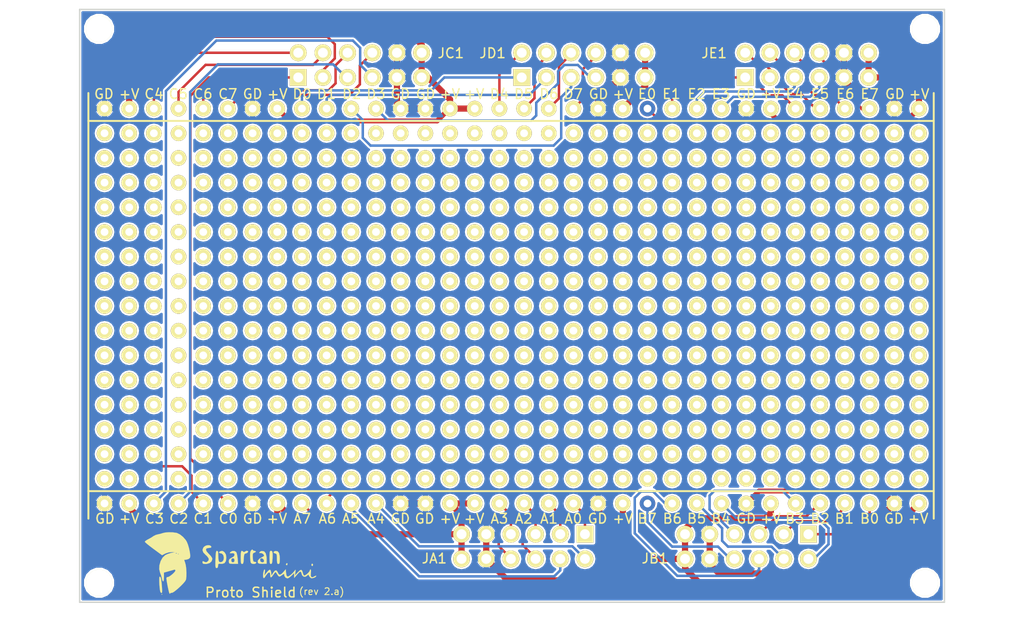
<source format=kicad_pcb>
(kicad_pcb (version 20160815) (host pcbnew "(2017-01-24 revision 0b6147e)-makepkg")
  (layers (0 F.Cu signal) (31 B.Cu power hide) (34 B.Paste user) (35 F.Paste user) (36 B.SilkS user) (37 F.SilkS user) (38 B.Mask user) (39 F.Mask user) (44 Edge.Cuts user))
  (net 0 "")
  (net 1 /fpga/VCC3V3)
  (net 2 GND)
  (net 3 /gpio/PMA4)
  (net 4 /gpio/PMA0)
  (net 5 /gpio/PMA5)
  (net 6 /gpio/PMA1)
  (net 7 /gpio/PMA6)
  (net 8 /gpio/PMA2)
  (net 9 /gpio/PMA7)
  (net 10 /gpio/PMA3)
  (net 11 /gpio/+3V3)
  (net 12 /gpio/PMB3)
  (net 13 /gpio/PMB7)
  (net 14 /gpio/PMB2)
  (net 15 /gpio/PMB6)
  (net 16 /gpio/PMB1)
  (net 17 /gpio/PMB5)
  (net 18 /gpio/PMB0)
  (net 19 /gpio/PMB4)
  (net 20 /gpio/PMC3)
  (net 21 /gpio/PMC7)
  (net 22 /gpio/PMC2)
  (net 23 /gpio/PMC6)
  (net 24 /gpio/PMC1)
  (net 25 /gpio/PMC5)
  (net 26 /gpio/PMC0)
  (net 27 /gpio/PMC4)
  (net 28 /gpio/PMD3)
  (net 29 /gpio/PMD7)
  (net 30 /gpio/PMD2)
  (net 31 /gpio/PMD6)
  (net 32 /gpio/PMD1)
  (net 33 /gpio/PMD5)
  (net 34 /gpio/PMD0)
  (net 35 /gpio/PMD4)
  (net 36 /gpio/PME4)
  (net 37 /gpio/PME0)
  (net 38 /gpio/PME5)
  (net 39 /gpio/PME1)
  (net 40 /gpio/PME6)
  (net 41 /gpio/PME2)
  (net 42 /gpio/PME7)
  (net 43 /gpio/PME3)
  (module proto_pad:proto_pad (layer F.Cu) (at 118.88 126.3)
    (fp_text reference REF** hide)
    (fp_text value "Proto Pad")
    (pad 1 thru_hole oval (at 0 0) (size 1.6 1.6) (drill 0.8) (layers *.Cu *.Mask F.SilkS))
  )
  (module proto_pad:proto_pad (layer F.Cu) (at 116.34 126.3)
    (fp_text reference REF** hide)
    (fp_text value "Proto Pad")
    (pad 1 thru_hole oval (at 0 0) (size 1.6 1.6) (drill 0.8) (layers *.Cu *.Mask F.SilkS))
  )
  (module proto_pad:proto_pad (layer F.Cu) (at 113.8 126.3)
    (fp_text reference REF** hide)
    (fp_text value "Proto Pad")
    (pad 1 thru_hole oval (at 0 0) (size 1.6 1.6) (drill 0.8) (layers *.Cu *.Mask F.SilkS))
  )
  (module proto_pad:proto_pad (layer F.Cu) (at 111.26 126.3)
    (fp_text reference REF** hide)
    (fp_text value "Proto Pad")
    (pad 1 thru_hole oval (at 0 0) (size 1.6 1.6) (drill 0.8) (layers *.Cu *.Mask F.SilkS))
  )
  (module proto_pad:proto_pad (layer F.Cu) (at 108.72 126.3)
    (fp_text reference REF** hide)
    (fp_text value "Proto Pad")
    (pad 1 thru_hole oval (at 0 0) (size 1.6 1.6) (drill 0.8) (layers *.Cu *.Mask F.SilkS))
  )
  (module proto_pad:proto_pad (layer F.Cu) (at 106.18 126.3)
    (fp_text reference REF** hide)
    (fp_text value "Proto Pad")
    (pad 1 thru_hole oval (at 0 0) (size 1.6 1.6) (drill 0.8) (layers *.Cu *.Mask F.SilkS))
  )
  (module proto_pad:proto_pad (layer F.Cu) (at 103.64 126.3)
    (fp_text reference REF** hide)
    (fp_text value "Proto Pad")
    (pad 1 thru_hole oval (at 0 0) (size 1.6 1.6) (drill 0.8) (layers *.Cu *.Mask F.SilkS))
  )
  (module proto_pad:proto_pad (layer F.Cu) (at 101.1 126.3)
    (fp_text reference REF** hide)
    (fp_text value "Proto Pad")
    (pad 1 thru_hole oval (at 0 0) (size 1.6 1.6) (drill 0.8) (layers *.Cu *.Mask F.SilkS))
  )
  (module proto_pad:proto_pad (layer F.Cu) (at 98.56 126.3)
    (fp_text reference REF** hide)
    (fp_text value "Proto Pad")
    (pad 1 thru_hole oval (at 0 0) (size 1.6 1.6) (drill 0.8) (layers *.Cu *.Mask F.SilkS))
  )
  (module proto_pad:proto_pad (layer F.Cu) (at 96.02 126.3)
    (fp_text reference REF** hide)
    (fp_text value "Proto Pad")
    (pad 1 thru_hole oval (at 0 0) (size 1.6 1.6) (drill 0.8) (layers *.Cu *.Mask F.SilkS))
  )
  (module proto_pad:proto_pad (layer F.Cu) (at 93.48 126.3)
    (fp_text reference REF** hide)
    (fp_text value "Proto Pad")
    (pad 1 thru_hole oval (at 0 0) (size 1.6 1.6) (drill 0.8) (layers *.Cu *.Mask F.SilkS))
  )
  (module proto_pad:proto_pad (layer F.Cu) (at 90.94 126.3)
    (fp_text reference REF** hide)
    (fp_text value "Proto Pad")
    (pad 1 thru_hole oval (at 0 0) (size 1.6 1.6) (drill 0.8) (layers *.Cu *.Mask F.SilkS))
  )
  (module proto_pad:proto_pad (layer F.Cu) (at 88.4 126.3)
    (fp_text reference REF** hide)
    (fp_text value "Proto Pad")
    (pad 1 thru_hole oval (at 0 0) (size 1.6 1.6) (drill 0.8) (layers *.Cu *.Mask F.SilkS))
  )
  (module proto_pad:proto_pad (layer F.Cu) (at 85.86 126.3)
    (fp_text reference REF** hide)
    (fp_text value "Proto Pad")
    (pad 1 thru_hole oval (at 0 0) (size 1.6 1.6) (drill 0.8) (layers *.Cu *.Mask F.SilkS))
  )
  (module proto_pad:proto_pad (layer F.Cu) (at 83.32 126.3)
    (fp_text reference REF** hide)
    (fp_text value "Proto Pad")
    (pad 1 thru_hole oval (at 0 0) (size 1.6 1.6) (drill 0.8) (layers *.Cu *.Mask F.SilkS))
  )
  (module proto_pad:proto_pad (layer F.Cu) (at 80.78 126.3)
    (fp_text reference REF** hide)
    (fp_text value "Proto Pad")
    (pad 1 thru_hole oval (at 0 0) (size 1.6 1.6) (drill 0.8) (layers *.Cu *.Mask F.SilkS))
  )
  (module proto_pad:proto_pad (layer F.Cu) (at 78.24 126.3)
    (fp_text reference REF** hide)
    (fp_text value "Proto Pad")
    (pad 1 thru_hole oval (at 0 0) (size 1.6 1.6) (drill 0.8) (layers *.Cu *.Mask F.SilkS))
  )
  (module proto_pad:proto_pad (layer F.Cu) (at 75.7 126.3)
    (fp_text reference REF** hide)
    (fp_text value "Proto Pad")
    (pad 1 thru_hole oval (at 0 0) (size 1.6 1.6) (drill 0.8) (layers *.Cu *.Mask F.SilkS))
  )
  (module proto_pad:proto_pad (layer F.Cu) (at 73.16 126.3)
    (fp_text reference REF** hide)
    (fp_text value "Proto Pad")
    (pad 1 thru_hole oval (at 0 0) (size 1.6 1.6) (drill 0.8) (layers *.Cu *.Mask F.SilkS))
  )
  (module proto_pad:proto_pad (layer F.Cu) (at 70.62 126.3)
    (fp_text reference REF** hide)
    (fp_text value "Proto Pad")
    (pad 1 thru_hole oval (at 0 0) (size 1.6 1.6) (drill 0.8) (layers *.Cu *.Mask F.SilkS))
  )
  (module proto_pad:proto_pad (layer F.Cu) (at 68.08 126.3)
    (fp_text reference REF** hide)
    (fp_text value "Proto Pad")
    (pad 1 thru_hole oval (at 0 0) (size 1.6 1.6) (drill 0.8) (layers *.Cu *.Mask F.SilkS))
  )
  (module proto_pad:proto_pad (layer F.Cu) (at 65.54 126.3)
    (fp_text reference REF** hide)
    (fp_text value "Proto Pad")
    (pad 1 thru_hole oval (at 0 0) (size 1.6 1.6) (drill 0.8) (layers *.Cu *.Mask F.SilkS))
  )
  (module proto_pad:proto_pad (layer F.Cu) (at 63 126.3)
    (fp_text reference REF** hide)
    (fp_text value "Proto Pad")
    (pad 1 thru_hole oval (at 0 0) (size 1.6 1.6) (drill 0.8) (layers *.Cu *.Mask F.SilkS))
  )
  (module proto_pad:proto_pad (layer F.Cu) (at 60.46 126.3)
    (fp_text reference REF** hide)
    (fp_text value "Proto Pad")
    (pad 1 thru_hole oval (at 0 0) (size 1.6 1.6) (drill 0.8) (layers *.Cu *.Mask F.SilkS))
  )
  (module proto_pad:proto_pad (layer F.Cu) (at 57.92 126.3)
    (fp_text reference REF** hide)
    (fp_text value "Proto Pad")
    (pad 1 thru_hole oval (at 0 0) (size 1.6 1.6) (drill 0.8) (layers *.Cu *.Mask F.SilkS))
  )
  (module proto_pad:proto_pad (layer F.Cu) (at 55.38 126.3)
    (fp_text reference REF** hide)
    (fp_text value "Proto Pad")
    (pad 1 thru_hole oval (at 0 0) (size 1.6 1.6) (drill 0.8) (layers *.Cu *.Mask F.SilkS))
  )
  (module proto_pad:proto_pad (layer F.Cu) (at 52.84 126.3)
    (fp_text reference REF** hide)
    (fp_text value "Proto Pad")
    (pad 1 thru_hole oval (at 0 0) (size 1.6 1.6) (drill 0.8) (layers *.Cu *.Mask F.SilkS))
  )
  (module proto_pad:proto_pad (layer F.Cu) (at 50.3 126.3)
    (fp_text reference REF** hide)
    (fp_text value "Proto Pad")
    (pad 1 thru_hole oval (at 0 0) (size 1.6 1.6) (drill 0.8) (layers *.Cu *.Mask F.SilkS))
  )
  (module proto_pad:proto_pad (layer F.Cu) (at 47.76 126.3)
    (fp_text reference REF** hide)
    (fp_text value "Proto Pad")
    (pad 1 thru_hole oval (at 0 0) (size 1.6 1.6) (drill 0.8) (layers *.Cu *.Mask F.SilkS))
  )
  (module proto_pad:proto_pad (layer F.Cu) (at 45.22 126.3)
    (fp_text reference REF** hide)
    (fp_text value "Proto Pad")
    (pad 1 thru_hole oval (at 0 0) (size 1.6 1.6) (drill 0.8) (layers *.Cu *.Mask F.SilkS))
  )
  (module proto_pad:proto_pad (layer F.Cu) (at 42.68 126.3)
    (fp_text reference REF** hide)
    (fp_text value "Proto Pad")
    (pad 1 thru_hole oval (at 0 0) (size 1.6 1.6) (drill 0.8) (layers *.Cu *.Mask F.SilkS))
  )
  (module proto_pad:proto_pad (layer F.Cu) (at 40.14 126.3)
    (fp_text reference REF** hide)
    (fp_text value "Proto Pad")
    (pad 1 thru_hole oval (at 0 0) (size 1.6 1.6) (drill 0.8) (layers *.Cu *.Mask F.SilkS))
  )
  (module proto_pad:proto_pad (layer F.Cu) (at 37.6 126.3)
    (fp_text reference REF** hide)
    (fp_text value "Proto Pad")
    (pad 1 thru_hole oval (at 0 0) (size 1.6 1.6) (drill 0.8) (layers *.Cu *.Mask F.SilkS))
  )
  (module proto_pad:proto_pad (layer F.Cu) (at 35.06 126.3)
    (fp_text reference REF** hide)
    (fp_text value "Proto Pad")
    (pad 1 thru_hole oval (at 0 0) (size 1.6 1.6) (drill 0.8) (layers *.Cu *.Mask F.SilkS))
  )
  (module proto_pad:proto_pad (layer F.Cu) (at 118.88 123.76)
    (fp_text reference REF** hide)
    (fp_text value "Proto Pad")
    (pad 1 thru_hole oval (at 0 0) (size 1.6 1.6) (drill 0.8) (layers *.Cu *.Mask F.SilkS))
  )
  (module proto_pad:proto_pad (layer F.Cu) (at 116.34 123.76)
    (fp_text reference REF** hide)
    (fp_text value "Proto Pad")
    (pad 1 thru_hole oval (at 0 0) (size 1.6 1.6) (drill 0.8) (layers *.Cu *.Mask F.SilkS))
  )
  (module proto_pad:proto_pad (layer F.Cu) (at 113.8 123.76)
    (fp_text reference REF** hide)
    (fp_text value "Proto Pad")
    (pad 1 thru_hole oval (at 0 0) (size 1.6 1.6) (drill 0.8) (layers *.Cu *.Mask F.SilkS))
  )
  (module proto_pad:proto_pad (layer F.Cu) (at 111.26 123.76)
    (fp_text reference REF** hide)
    (fp_text value "Proto Pad")
    (pad 1 thru_hole oval (at 0 0) (size 1.6 1.6) (drill 0.8) (layers *.Cu *.Mask F.SilkS))
  )
  (module proto_pad:proto_pad (layer F.Cu) (at 108.72 123.76)
    (fp_text reference REF** hide)
    (fp_text value "Proto Pad")
    (pad 1 thru_hole oval (at 0 0) (size 1.6 1.6) (drill 0.8) (layers *.Cu *.Mask F.SilkS))
  )
  (module proto_pad:proto_pad (layer F.Cu) (at 106.18 123.76)
    (fp_text reference REF** hide)
    (fp_text value "Proto Pad")
    (pad 1 thru_hole oval (at 0 0) (size 1.6 1.6) (drill 0.8) (layers *.Cu *.Mask F.SilkS))
  )
  (module proto_pad:proto_pad (layer F.Cu) (at 103.64 123.76)
    (fp_text reference REF** hide)
    (fp_text value "Proto Pad")
    (pad 1 thru_hole oval (at 0 0) (size 1.6 1.6) (drill 0.8) (layers *.Cu *.Mask F.SilkS))
  )
  (module proto_pad:proto_pad (layer F.Cu) (at 101.1 123.76)
    (fp_text reference REF** hide)
    (fp_text value "Proto Pad")
    (pad 1 thru_hole oval (at 0 0) (size 1.6 1.6) (drill 0.8) (layers *.Cu *.Mask F.SilkS))
  )
  (module proto_pad:proto_pad (layer F.Cu) (at 98.56 123.76)
    (fp_text reference REF** hide)
    (fp_text value "Proto Pad")
    (pad 1 thru_hole oval (at 0 0) (size 1.6 1.6) (drill 0.8) (layers *.Cu *.Mask F.SilkS))
  )
  (module proto_pad:proto_pad (layer F.Cu) (at 96.02 123.76)
    (fp_text reference REF** hide)
    (fp_text value "Proto Pad")
    (pad 1 thru_hole oval (at 0 0) (size 1.6 1.6) (drill 0.8) (layers *.Cu *.Mask F.SilkS))
  )
  (module proto_pad:proto_pad (layer F.Cu) (at 93.48 123.76)
    (fp_text reference REF** hide)
    (fp_text value "Proto Pad")
    (pad 1 thru_hole oval (at 0 0) (size 1.6 1.6) (drill 0.8) (layers *.Cu *.Mask F.SilkS))
  )
  (module proto_pad:proto_pad (layer F.Cu) (at 90.94 123.76)
    (fp_text reference REF** hide)
    (fp_text value "Proto Pad")
    (pad 1 thru_hole oval (at 0 0) (size 1.6 1.6) (drill 0.8) (layers *.Cu *.Mask F.SilkS))
  )
  (module proto_pad:proto_pad (layer F.Cu) (at 88.4 123.76)
    (fp_text reference REF** hide)
    (fp_text value "Proto Pad")
    (pad 1 thru_hole oval (at 0 0) (size 1.6 1.6) (drill 0.8) (layers *.Cu *.Mask F.SilkS))
  )
  (module proto_pad:proto_pad (layer F.Cu) (at 85.86 123.76)
    (fp_text reference REF** hide)
    (fp_text value "Proto Pad")
    (pad 1 thru_hole oval (at 0 0) (size 1.6 1.6) (drill 0.8) (layers *.Cu *.Mask F.SilkS))
  )
  (module proto_pad:proto_pad (layer F.Cu) (at 83.32 123.76)
    (fp_text reference REF** hide)
    (fp_text value "Proto Pad")
    (pad 1 thru_hole oval (at 0 0) (size 1.6 1.6) (drill 0.8) (layers *.Cu *.Mask F.SilkS))
  )
  (module proto_pad:proto_pad (layer F.Cu) (at 80.78 123.76)
    (fp_text reference REF** hide)
    (fp_text value "Proto Pad")
    (pad 1 thru_hole oval (at 0 0) (size 1.6 1.6) (drill 0.8) (layers *.Cu *.Mask F.SilkS))
  )
  (module proto_pad:proto_pad (layer F.Cu) (at 78.24 123.76)
    (fp_text reference REF** hide)
    (fp_text value "Proto Pad")
    (pad 1 thru_hole oval (at 0 0) (size 1.6 1.6) (drill 0.8) (layers *.Cu *.Mask F.SilkS))
  )
  (module proto_pad:proto_pad (layer F.Cu) (at 75.7 123.76)
    (fp_text reference REF** hide)
    (fp_text value "Proto Pad")
    (pad 1 thru_hole oval (at 0 0) (size 1.6 1.6) (drill 0.8) (layers *.Cu *.Mask F.SilkS))
  )
  (module proto_pad:proto_pad (layer F.Cu) (at 73.16 123.76)
    (fp_text reference REF** hide)
    (fp_text value "Proto Pad")
    (pad 1 thru_hole oval (at 0 0) (size 1.6 1.6) (drill 0.8) (layers *.Cu *.Mask F.SilkS))
  )
  (module proto_pad:proto_pad (layer F.Cu) (at 70.62 123.76)
    (fp_text reference REF** hide)
    (fp_text value "Proto Pad")
    (pad 1 thru_hole oval (at 0 0) (size 1.6 1.6) (drill 0.8) (layers *.Cu *.Mask F.SilkS))
  )
  (module proto_pad:proto_pad (layer F.Cu) (at 68.08 123.76)
    (fp_text reference REF** hide)
    (fp_text value "Proto Pad")
    (pad 1 thru_hole oval (at 0 0) (size 1.6 1.6) (drill 0.8) (layers *.Cu *.Mask F.SilkS))
  )
  (module proto_pad:proto_pad (layer F.Cu) (at 65.54 123.76)
    (fp_text reference REF** hide)
    (fp_text value "Proto Pad")
    (pad 1 thru_hole oval (at 0 0) (size 1.6 1.6) (drill 0.8) (layers *.Cu *.Mask F.SilkS))
  )
  (module proto_pad:proto_pad (layer F.Cu) (at 63 123.76)
    (fp_text reference REF** hide)
    (fp_text value "Proto Pad")
    (pad 1 thru_hole oval (at 0 0) (size 1.6 1.6) (drill 0.8) (layers *.Cu *.Mask F.SilkS))
  )
  (module proto_pad:proto_pad (layer F.Cu) (at 60.46 123.76)
    (fp_text reference REF** hide)
    (fp_text value "Proto Pad")
    (pad 1 thru_hole oval (at 0 0) (size 1.6 1.6) (drill 0.8) (layers *.Cu *.Mask F.SilkS))
  )
  (module proto_pad:proto_pad (layer F.Cu) (at 57.92 123.76)
    (fp_text reference REF** hide)
    (fp_text value "Proto Pad")
    (pad 1 thru_hole oval (at 0 0) (size 1.6 1.6) (drill 0.8) (layers *.Cu *.Mask F.SilkS))
  )
  (module proto_pad:proto_pad (layer F.Cu) (at 55.38 123.76)
    (fp_text reference REF** hide)
    (fp_text value "Proto Pad")
    (pad 1 thru_hole oval (at 0 0) (size 1.6 1.6) (drill 0.8) (layers *.Cu *.Mask F.SilkS))
  )
  (module proto_pad:proto_pad (layer F.Cu) (at 52.84 123.76)
    (fp_text reference REF** hide)
    (fp_text value "Proto Pad")
    (pad 1 thru_hole oval (at 0 0) (size 1.6 1.6) (drill 0.8) (layers *.Cu *.Mask F.SilkS))
  )
  (module proto_pad:proto_pad (layer F.Cu) (at 50.3 123.76)
    (fp_text reference REF** hide)
    (fp_text value "Proto Pad")
    (pad 1 thru_hole oval (at 0 0) (size 1.6 1.6) (drill 0.8) (layers *.Cu *.Mask F.SilkS))
  )
  (module proto_pad:proto_pad (layer F.Cu) (at 47.76 123.76)
    (fp_text reference REF** hide)
    (fp_text value "Proto Pad")
    (pad 1 thru_hole oval (at 0 0) (size 1.6 1.6) (drill 0.8) (layers *.Cu *.Mask F.SilkS))
  )
  (module proto_pad:proto_pad (layer F.Cu) (at 45.22 123.76)
    (fp_text reference REF** hide)
    (fp_text value "Proto Pad")
    (pad 1 thru_hole oval (at 0 0) (size 1.6 1.6) (drill 0.8) (layers *.Cu *.Mask F.SilkS))
  )
  (module proto_pad:proto_pad (layer F.Cu) (at 42.68 123.76)
    (fp_text reference REF** hide)
    (fp_text value "Proto Pad")
    (pad 1 thru_hole oval (at 0 0) (size 1.6 1.6) (drill 0.8) (layers *.Cu *.Mask F.SilkS))
  )
  (module proto_pad:proto_pad (layer F.Cu) (at 40.14 123.76)
    (fp_text reference REF** hide)
    (fp_text value "Proto Pad")
    (pad 1 thru_hole oval (at 0 0) (size 1.6 1.6) (drill 0.8) (layers *.Cu *.Mask F.SilkS))
  )
  (module proto_pad:proto_pad (layer F.Cu) (at 37.6 123.76)
    (fp_text reference REF** hide)
    (fp_text value "Proto Pad")
    (pad 1 thru_hole oval (at 0 0) (size 1.6 1.6) (drill 0.8) (layers *.Cu *.Mask F.SilkS))
  )
  (module proto_pad:proto_pad (layer F.Cu) (at 35.06 123.76)
    (fp_text reference REF** hide)
    (fp_text value "Proto Pad")
    (pad 1 thru_hole oval (at 0 0) (size 1.6 1.6) (drill 0.8) (layers *.Cu *.Mask F.SilkS))
  )
  (module proto_pad:proto_pad (layer F.Cu) (at 118.88 121.22)
    (fp_text reference REF** hide)
    (fp_text value "Proto Pad")
    (pad 1 thru_hole oval (at 0 0) (size 1.6 1.6) (drill 0.8) (layers *.Cu *.Mask F.SilkS))
  )
  (module proto_pad:proto_pad (layer F.Cu) (at 116.34 121.22)
    (fp_text reference REF** hide)
    (fp_text value "Proto Pad")
    (pad 1 thru_hole oval (at 0 0) (size 1.6 1.6) (drill 0.8) (layers *.Cu *.Mask F.SilkS))
  )
  (module proto_pad:proto_pad (layer F.Cu) (at 113.8 121.22)
    (fp_text reference REF** hide)
    (fp_text value "Proto Pad")
    (pad 1 thru_hole oval (at 0 0) (size 1.6 1.6) (drill 0.8) (layers *.Cu *.Mask F.SilkS))
  )
  (module proto_pad:proto_pad (layer F.Cu) (at 111.26 121.22)
    (fp_text reference REF** hide)
    (fp_text value "Proto Pad")
    (pad 1 thru_hole oval (at 0 0) (size 1.6 1.6) (drill 0.8) (layers *.Cu *.Mask F.SilkS))
  )
  (module proto_pad:proto_pad (layer F.Cu) (at 108.72 121.22)
    (fp_text reference REF** hide)
    (fp_text value "Proto Pad")
    (pad 1 thru_hole oval (at 0 0) (size 1.6 1.6) (drill 0.8) (layers *.Cu *.Mask F.SilkS))
  )
  (module proto_pad:proto_pad (layer F.Cu) (at 106.18 121.22)
    (fp_text reference REF** hide)
    (fp_text value "Proto Pad")
    (pad 1 thru_hole oval (at 0 0) (size 1.6 1.6) (drill 0.8) (layers *.Cu *.Mask F.SilkS))
  )
  (module proto_pad:proto_pad (layer F.Cu) (at 103.64 121.22)
    (fp_text reference REF** hide)
    (fp_text value "Proto Pad")
    (pad 1 thru_hole oval (at 0 0) (size 1.6 1.6) (drill 0.8) (layers *.Cu *.Mask F.SilkS))
  )
  (module proto_pad:proto_pad (layer F.Cu) (at 101.1 121.22)
    (fp_text reference REF** hide)
    (fp_text value "Proto Pad")
    (pad 1 thru_hole oval (at 0 0) (size 1.6 1.6) (drill 0.8) (layers *.Cu *.Mask F.SilkS))
  )
  (module proto_pad:proto_pad (layer F.Cu) (at 98.56 121.22)
    (fp_text reference REF** hide)
    (fp_text value "Proto Pad")
    (pad 1 thru_hole oval (at 0 0) (size 1.6 1.6) (drill 0.8) (layers *.Cu *.Mask F.SilkS))
  )
  (module proto_pad:proto_pad (layer F.Cu) (at 96.02 121.22)
    (fp_text reference REF** hide)
    (fp_text value "Proto Pad")
    (pad 1 thru_hole oval (at 0 0) (size 1.6 1.6) (drill 0.8) (layers *.Cu *.Mask F.SilkS))
  )
  (module proto_pad:proto_pad (layer F.Cu) (at 93.48 121.22)
    (fp_text reference REF** hide)
    (fp_text value "Proto Pad")
    (pad 1 thru_hole oval (at 0 0) (size 1.6 1.6) (drill 0.8) (layers *.Cu *.Mask F.SilkS))
  )
  (module proto_pad:proto_pad (layer F.Cu) (at 90.94 121.22)
    (fp_text reference REF** hide)
    (fp_text value "Proto Pad")
    (pad 1 thru_hole oval (at 0 0) (size 1.6 1.6) (drill 0.8) (layers *.Cu *.Mask F.SilkS))
  )
  (module proto_pad:proto_pad (layer F.Cu) (at 88.4 121.22)
    (fp_text reference REF** hide)
    (fp_text value "Proto Pad")
    (pad 1 thru_hole oval (at 0 0) (size 1.6 1.6) (drill 0.8) (layers *.Cu *.Mask F.SilkS))
  )
  (module proto_pad:proto_pad (layer F.Cu) (at 85.86 121.22)
    (fp_text reference REF** hide)
    (fp_text value "Proto Pad")
    (pad 1 thru_hole oval (at 0 0) (size 1.6 1.6) (drill 0.8) (layers *.Cu *.Mask F.SilkS))
  )
  (module proto_pad:proto_pad (layer F.Cu) (at 83.32 121.22)
    (fp_text reference REF** hide)
    (fp_text value "Proto Pad")
    (pad 1 thru_hole oval (at 0 0) (size 1.6 1.6) (drill 0.8) (layers *.Cu *.Mask F.SilkS))
  )
  (module proto_pad:proto_pad (layer F.Cu) (at 80.78 121.22)
    (fp_text reference REF** hide)
    (fp_text value "Proto Pad")
    (pad 1 thru_hole oval (at 0 0) (size 1.6 1.6) (drill 0.8) (layers *.Cu *.Mask F.SilkS))
  )
  (module proto_pad:proto_pad (layer F.Cu) (at 78.24 121.22)
    (fp_text reference REF** hide)
    (fp_text value "Proto Pad")
    (pad 1 thru_hole oval (at 0 0) (size 1.6 1.6) (drill 0.8) (layers *.Cu *.Mask F.SilkS))
  )
  (module proto_pad:proto_pad (layer F.Cu) (at 75.7 121.22)
    (fp_text reference REF** hide)
    (fp_text value "Proto Pad")
    (pad 1 thru_hole oval (at 0 0) (size 1.6 1.6) (drill 0.8) (layers *.Cu *.Mask F.SilkS))
  )
  (module proto_pad:proto_pad (layer F.Cu) (at 73.16 121.22)
    (fp_text reference REF** hide)
    (fp_text value "Proto Pad")
    (pad 1 thru_hole oval (at 0 0) (size 1.6 1.6) (drill 0.8) (layers *.Cu *.Mask F.SilkS))
  )
  (module proto_pad:proto_pad (layer F.Cu) (at 70.62 121.22)
    (fp_text reference REF** hide)
    (fp_text value "Proto Pad")
    (pad 1 thru_hole oval (at 0 0) (size 1.6 1.6) (drill 0.8) (layers *.Cu *.Mask F.SilkS))
  )
  (module proto_pad:proto_pad (layer F.Cu) (at 68.08 121.22)
    (fp_text reference REF** hide)
    (fp_text value "Proto Pad")
    (pad 1 thru_hole oval (at 0 0) (size 1.6 1.6) (drill 0.8) (layers *.Cu *.Mask F.SilkS))
  )
  (module proto_pad:proto_pad (layer F.Cu) (at 65.54 121.22)
    (fp_text reference REF** hide)
    (fp_text value "Proto Pad")
    (pad 1 thru_hole oval (at 0 0) (size 1.6 1.6) (drill 0.8) (layers *.Cu *.Mask F.SilkS))
  )
  (module proto_pad:proto_pad (layer F.Cu) (at 63 121.22)
    (fp_text reference REF** hide)
    (fp_text value "Proto Pad")
    (pad 1 thru_hole oval (at 0 0) (size 1.6 1.6) (drill 0.8) (layers *.Cu *.Mask F.SilkS))
  )
  (module proto_pad:proto_pad (layer F.Cu) (at 60.46 121.22)
    (fp_text reference REF** hide)
    (fp_text value "Proto Pad")
    (pad 1 thru_hole oval (at 0 0) (size 1.6 1.6) (drill 0.8) (layers *.Cu *.Mask F.SilkS))
  )
  (module proto_pad:proto_pad (layer F.Cu) (at 57.92 121.22)
    (fp_text reference REF** hide)
    (fp_text value "Proto Pad")
    (pad 1 thru_hole oval (at 0 0) (size 1.6 1.6) (drill 0.8) (layers *.Cu *.Mask F.SilkS))
  )
  (module proto_pad:proto_pad (layer F.Cu) (at 55.38 121.22)
    (fp_text reference REF** hide)
    (fp_text value "Proto Pad")
    (pad 1 thru_hole oval (at 0 0) (size 1.6 1.6) (drill 0.8) (layers *.Cu *.Mask F.SilkS))
  )
  (module proto_pad:proto_pad (layer F.Cu) (at 52.84 121.22)
    (fp_text reference REF** hide)
    (fp_text value "Proto Pad")
    (pad 1 thru_hole oval (at 0 0) (size 1.6 1.6) (drill 0.8) (layers *.Cu *.Mask F.SilkS))
  )
  (module proto_pad:proto_pad (layer F.Cu) (at 50.3 121.22)
    (fp_text reference REF** hide)
    (fp_text value "Proto Pad")
    (pad 1 thru_hole oval (at 0 0) (size 1.6 1.6) (drill 0.8) (layers *.Cu *.Mask F.SilkS))
  )
  (module proto_pad:proto_pad (layer F.Cu) (at 47.76 121.22)
    (fp_text reference REF** hide)
    (fp_text value "Proto Pad")
    (pad 1 thru_hole oval (at 0 0) (size 1.6 1.6) (drill 0.8) (layers *.Cu *.Mask F.SilkS))
  )
  (module proto_pad:proto_pad (layer F.Cu) (at 45.22 121.22)
    (fp_text reference REF** hide)
    (fp_text value "Proto Pad")
    (pad 1 thru_hole oval (at 0 0) (size 1.6 1.6) (drill 0.8) (layers *.Cu *.Mask F.SilkS))
  )
  (module proto_pad:proto_pad (layer F.Cu) (at 42.68 121.22)
    (fp_text reference REF** hide)
    (fp_text value "Proto Pad")
    (pad 1 thru_hole oval (at 0 0) (size 1.6 1.6) (drill 0.8) (layers *.Cu *.Mask F.SilkS))
  )
  (module proto_pad:proto_pad (layer F.Cu) (at 40.14 121.22)
    (fp_text reference REF** hide)
    (fp_text value "Proto Pad")
    (pad 1 thru_hole oval (at 0 0) (size 1.6 1.6) (drill 0.8) (layers *.Cu *.Mask F.SilkS))
  )
  (module proto_pad:proto_pad (layer F.Cu) (at 37.6 121.22)
    (fp_text reference REF** hide)
    (fp_text value "Proto Pad")
    (pad 1 thru_hole oval (at 0 0) (size 1.6 1.6) (drill 0.8) (layers *.Cu *.Mask F.SilkS))
  )
  (module proto_pad:proto_pad (layer F.Cu) (at 35.06 121.22)
    (fp_text reference REF** hide)
    (fp_text value "Proto Pad")
    (pad 1 thru_hole oval (at 0 0) (size 1.6 1.6) (drill 0.8) (layers *.Cu *.Mask F.SilkS))
  )
  (module proto_pad:proto_pad (layer F.Cu) (at 118.88 118.68)
    (fp_text reference REF** hide)
    (fp_text value "Proto Pad")
    (pad 1 thru_hole oval (at 0 0) (size 1.6 1.6) (drill 0.8) (layers *.Cu *.Mask F.SilkS))
  )
  (module proto_pad:proto_pad (layer F.Cu) (at 116.34 118.68)
    (fp_text reference REF** hide)
    (fp_text value "Proto Pad")
    (pad 1 thru_hole oval (at 0 0) (size 1.6 1.6) (drill 0.8) (layers *.Cu *.Mask F.SilkS))
  )
  (module proto_pad:proto_pad (layer F.Cu) (at 113.8 118.68)
    (fp_text reference REF** hide)
    (fp_text value "Proto Pad")
    (pad 1 thru_hole oval (at 0 0) (size 1.6 1.6) (drill 0.8) (layers *.Cu *.Mask F.SilkS))
  )
  (module proto_pad:proto_pad (layer F.Cu) (at 111.26 118.68)
    (fp_text reference REF** hide)
    (fp_text value "Proto Pad")
    (pad 1 thru_hole oval (at 0 0) (size 1.6 1.6) (drill 0.8) (layers *.Cu *.Mask F.SilkS))
  )
  (module proto_pad:proto_pad (layer F.Cu) (at 108.72 118.68)
    (fp_text reference REF** hide)
    (fp_text value "Proto Pad")
    (pad 1 thru_hole oval (at 0 0) (size 1.6 1.6) (drill 0.8) (layers *.Cu *.Mask F.SilkS))
  )
  (module proto_pad:proto_pad (layer F.Cu) (at 106.18 118.68)
    (fp_text reference REF** hide)
    (fp_text value "Proto Pad")
    (pad 1 thru_hole oval (at 0 0) (size 1.6 1.6) (drill 0.8) (layers *.Cu *.Mask F.SilkS))
  )
  (module proto_pad:proto_pad (layer F.Cu) (at 103.64 118.68)
    (fp_text reference REF** hide)
    (fp_text value "Proto Pad")
    (pad 1 thru_hole oval (at 0 0) (size 1.6 1.6) (drill 0.8) (layers *.Cu *.Mask F.SilkS))
  )
  (module proto_pad:proto_pad (layer F.Cu) (at 101.1 118.68)
    (fp_text reference REF** hide)
    (fp_text value "Proto Pad")
    (pad 1 thru_hole oval (at 0 0) (size 1.6 1.6) (drill 0.8) (layers *.Cu *.Mask F.SilkS))
  )
  (module proto_pad:proto_pad (layer F.Cu) (at 98.56 118.68)
    (fp_text reference REF** hide)
    (fp_text value "Proto Pad")
    (pad 1 thru_hole oval (at 0 0) (size 1.6 1.6) (drill 0.8) (layers *.Cu *.Mask F.SilkS))
  )
  (module proto_pad:proto_pad (layer F.Cu) (at 96.02 118.68)
    (fp_text reference REF** hide)
    (fp_text value "Proto Pad")
    (pad 1 thru_hole oval (at 0 0) (size 1.6 1.6) (drill 0.8) (layers *.Cu *.Mask F.SilkS))
  )
  (module proto_pad:proto_pad (layer F.Cu) (at 93.48 118.68)
    (fp_text reference REF** hide)
    (fp_text value "Proto Pad")
    (pad 1 thru_hole oval (at 0 0) (size 1.6 1.6) (drill 0.8) (layers *.Cu *.Mask F.SilkS))
  )
  (module proto_pad:proto_pad (layer F.Cu) (at 90.94 118.68)
    (fp_text reference REF** hide)
    (fp_text value "Proto Pad")
    (pad 1 thru_hole oval (at 0 0) (size 1.6 1.6) (drill 0.8) (layers *.Cu *.Mask F.SilkS))
  )
  (module proto_pad:proto_pad (layer F.Cu) (at 88.4 118.68)
    (fp_text reference REF** hide)
    (fp_text value "Proto Pad")
    (pad 1 thru_hole oval (at 0 0) (size 1.6 1.6) (drill 0.8) (layers *.Cu *.Mask F.SilkS))
  )
  (module proto_pad:proto_pad (layer F.Cu) (at 85.86 118.68)
    (fp_text reference REF** hide)
    (fp_text value "Proto Pad")
    (pad 1 thru_hole oval (at 0 0) (size 1.6 1.6) (drill 0.8) (layers *.Cu *.Mask F.SilkS))
  )
  (module proto_pad:proto_pad (layer F.Cu) (at 83.32 118.68)
    (fp_text reference REF** hide)
    (fp_text value "Proto Pad")
    (pad 1 thru_hole oval (at 0 0) (size 1.6 1.6) (drill 0.8) (layers *.Cu *.Mask F.SilkS))
  )
  (module proto_pad:proto_pad (layer F.Cu) (at 80.78 118.68)
    (fp_text reference REF** hide)
    (fp_text value "Proto Pad")
    (pad 1 thru_hole oval (at 0 0) (size 1.6 1.6) (drill 0.8) (layers *.Cu *.Mask F.SilkS))
  )
  (module proto_pad:proto_pad (layer F.Cu) (at 78.24 118.68)
    (fp_text reference REF** hide)
    (fp_text value "Proto Pad")
    (pad 1 thru_hole oval (at 0 0) (size 1.6 1.6) (drill 0.8) (layers *.Cu *.Mask F.SilkS))
  )
  (module proto_pad:proto_pad (layer F.Cu) (at 75.7 118.68)
    (fp_text reference REF** hide)
    (fp_text value "Proto Pad")
    (pad 1 thru_hole oval (at 0 0) (size 1.6 1.6) (drill 0.8) (layers *.Cu *.Mask F.SilkS))
  )
  (module proto_pad:proto_pad (layer F.Cu) (at 73.16 118.68)
    (fp_text reference REF** hide)
    (fp_text value "Proto Pad")
    (pad 1 thru_hole oval (at 0 0) (size 1.6 1.6) (drill 0.8) (layers *.Cu *.Mask F.SilkS))
  )
  (module proto_pad:proto_pad (layer F.Cu) (at 70.62 118.68)
    (fp_text reference REF** hide)
    (fp_text value "Proto Pad")
    (pad 1 thru_hole oval (at 0 0) (size 1.6 1.6) (drill 0.8) (layers *.Cu *.Mask F.SilkS))
  )
  (module proto_pad:proto_pad (layer F.Cu) (at 68.08 118.68)
    (fp_text reference REF** hide)
    (fp_text value "Proto Pad")
    (pad 1 thru_hole oval (at 0 0) (size 1.6 1.6) (drill 0.8) (layers *.Cu *.Mask F.SilkS))
  )
  (module proto_pad:proto_pad (layer F.Cu) (at 65.54 118.68)
    (fp_text reference REF** hide)
    (fp_text value "Proto Pad")
    (pad 1 thru_hole oval (at 0 0) (size 1.6 1.6) (drill 0.8) (layers *.Cu *.Mask F.SilkS))
  )
  (module proto_pad:proto_pad (layer F.Cu) (at 63 118.68)
    (fp_text reference REF** hide)
    (fp_text value "Proto Pad")
    (pad 1 thru_hole oval (at 0 0) (size 1.6 1.6) (drill 0.8) (layers *.Cu *.Mask F.SilkS))
  )
  (module proto_pad:proto_pad (layer F.Cu) (at 60.46 118.68)
    (fp_text reference REF** hide)
    (fp_text value "Proto Pad")
    (pad 1 thru_hole oval (at 0 0) (size 1.6 1.6) (drill 0.8) (layers *.Cu *.Mask F.SilkS))
  )
  (module proto_pad:proto_pad (layer F.Cu) (at 57.92 118.68)
    (fp_text reference REF** hide)
    (fp_text value "Proto Pad")
    (pad 1 thru_hole oval (at 0 0) (size 1.6 1.6) (drill 0.8) (layers *.Cu *.Mask F.SilkS))
  )
  (module proto_pad:proto_pad (layer F.Cu) (at 55.38 118.68)
    (fp_text reference REF** hide)
    (fp_text value "Proto Pad")
    (pad 1 thru_hole oval (at 0 0) (size 1.6 1.6) (drill 0.8) (layers *.Cu *.Mask F.SilkS))
  )
  (module proto_pad:proto_pad (layer F.Cu) (at 52.84 118.68)
    (fp_text reference REF** hide)
    (fp_text value "Proto Pad")
    (pad 1 thru_hole oval (at 0 0) (size 1.6 1.6) (drill 0.8) (layers *.Cu *.Mask F.SilkS))
  )
  (module proto_pad:proto_pad (layer F.Cu) (at 50.3 118.68)
    (fp_text reference REF** hide)
    (fp_text value "Proto Pad")
    (pad 1 thru_hole oval (at 0 0) (size 1.6 1.6) (drill 0.8) (layers *.Cu *.Mask F.SilkS))
  )
  (module proto_pad:proto_pad (layer F.Cu) (at 47.76 118.68)
    (fp_text reference REF** hide)
    (fp_text value "Proto Pad")
    (pad 1 thru_hole oval (at 0 0) (size 1.6 1.6) (drill 0.8) (layers *.Cu *.Mask F.SilkS))
  )
  (module proto_pad:proto_pad (layer F.Cu) (at 45.22 118.68)
    (fp_text reference REF** hide)
    (fp_text value "Proto Pad")
    (pad 1 thru_hole oval (at 0 0) (size 1.6 1.6) (drill 0.8) (layers *.Cu *.Mask F.SilkS))
  )
  (module proto_pad:proto_pad (layer F.Cu) (at 42.68 118.68)
    (fp_text reference REF** hide)
    (fp_text value "Proto Pad")
    (pad 1 thru_hole oval (at 0 0) (size 1.6 1.6) (drill 0.8) (layers *.Cu *.Mask F.SilkS))
  )
  (module proto_pad:proto_pad (layer F.Cu) (at 40.14 118.68)
    (fp_text reference REF** hide)
    (fp_text value "Proto Pad")
    (pad 1 thru_hole oval (at 0 0) (size 1.6 1.6) (drill 0.8) (layers *.Cu *.Mask F.SilkS))
  )
  (module proto_pad:proto_pad (layer F.Cu) (at 37.6 118.68)
    (fp_text reference REF** hide)
    (fp_text value "Proto Pad")
    (pad 1 thru_hole oval (at 0 0) (size 1.6 1.6) (drill 0.8) (layers *.Cu *.Mask F.SilkS))
  )
  (module proto_pad:proto_pad (layer F.Cu) (at 35.06 118.68)
    (fp_text reference REF** hide)
    (fp_text value "Proto Pad")
    (pad 1 thru_hole oval (at 0 0) (size 1.6 1.6) (drill 0.8) (layers *.Cu *.Mask F.SilkS))
  )
  (module proto_pad:proto_pad (layer F.Cu) (at 118.88 116.14)
    (fp_text reference REF** hide)
    (fp_text value "Proto Pad")
    (pad 1 thru_hole oval (at 0 0) (size 1.6 1.6) (drill 0.8) (layers *.Cu *.Mask F.SilkS))
  )
  (module proto_pad:proto_pad (layer F.Cu) (at 116.34 116.14)
    (fp_text reference REF** hide)
    (fp_text value "Proto Pad")
    (pad 1 thru_hole oval (at 0 0) (size 1.6 1.6) (drill 0.8) (layers *.Cu *.Mask F.SilkS))
  )
  (module proto_pad:proto_pad (layer F.Cu) (at 113.8 116.14)
    (fp_text reference REF** hide)
    (fp_text value "Proto Pad")
    (pad 1 thru_hole oval (at 0 0) (size 1.6 1.6) (drill 0.8) (layers *.Cu *.Mask F.SilkS))
  )
  (module proto_pad:proto_pad (layer F.Cu) (at 111.26 116.14)
    (fp_text reference REF** hide)
    (fp_text value "Proto Pad")
    (pad 1 thru_hole oval (at 0 0) (size 1.6 1.6) (drill 0.8) (layers *.Cu *.Mask F.SilkS))
  )
  (module proto_pad:proto_pad (layer F.Cu) (at 108.72 116.14)
    (fp_text reference REF** hide)
    (fp_text value "Proto Pad")
    (pad 1 thru_hole oval (at 0 0) (size 1.6 1.6) (drill 0.8) (layers *.Cu *.Mask F.SilkS))
  )
  (module proto_pad:proto_pad (layer F.Cu) (at 106.18 116.14)
    (fp_text reference REF** hide)
    (fp_text value "Proto Pad")
    (pad 1 thru_hole oval (at 0 0) (size 1.6 1.6) (drill 0.8) (layers *.Cu *.Mask F.SilkS))
  )
  (module proto_pad:proto_pad (layer F.Cu) (at 103.64 116.14)
    (fp_text reference REF** hide)
    (fp_text value "Proto Pad")
    (pad 1 thru_hole oval (at 0 0) (size 1.6 1.6) (drill 0.8) (layers *.Cu *.Mask F.SilkS))
  )
  (module proto_pad:proto_pad (layer F.Cu) (at 101.1 116.14)
    (fp_text reference REF** hide)
    (fp_text value "Proto Pad")
    (pad 1 thru_hole oval (at 0 0) (size 1.6 1.6) (drill 0.8) (layers *.Cu *.Mask F.SilkS))
  )
  (module proto_pad:proto_pad (layer F.Cu) (at 98.56 116.14)
    (fp_text reference REF** hide)
    (fp_text value "Proto Pad")
    (pad 1 thru_hole oval (at 0 0) (size 1.6 1.6) (drill 0.8) (layers *.Cu *.Mask F.SilkS))
  )
  (module proto_pad:proto_pad (layer F.Cu) (at 96.02 116.14)
    (fp_text reference REF** hide)
    (fp_text value "Proto Pad")
    (pad 1 thru_hole oval (at 0 0) (size 1.6 1.6) (drill 0.8) (layers *.Cu *.Mask F.SilkS))
  )
  (module proto_pad:proto_pad (layer F.Cu) (at 93.48 116.14)
    (fp_text reference REF** hide)
    (fp_text value "Proto Pad")
    (pad 1 thru_hole oval (at 0 0) (size 1.6 1.6) (drill 0.8) (layers *.Cu *.Mask F.SilkS))
  )
  (module proto_pad:proto_pad (layer F.Cu) (at 90.94 116.14)
    (fp_text reference REF** hide)
    (fp_text value "Proto Pad")
    (pad 1 thru_hole oval (at 0 0) (size 1.6 1.6) (drill 0.8) (layers *.Cu *.Mask F.SilkS))
  )
  (module proto_pad:proto_pad (layer F.Cu) (at 88.4 116.14)
    (fp_text reference REF** hide)
    (fp_text value "Proto Pad")
    (pad 1 thru_hole oval (at 0 0) (size 1.6 1.6) (drill 0.8) (layers *.Cu *.Mask F.SilkS))
  )
  (module proto_pad:proto_pad (layer F.Cu) (at 85.86 116.14)
    (fp_text reference REF** hide)
    (fp_text value "Proto Pad")
    (pad 1 thru_hole oval (at 0 0) (size 1.6 1.6) (drill 0.8) (layers *.Cu *.Mask F.SilkS))
  )
  (module proto_pad:proto_pad (layer F.Cu) (at 83.32 116.14)
    (fp_text reference REF** hide)
    (fp_text value "Proto Pad")
    (pad 1 thru_hole oval (at 0 0) (size 1.6 1.6) (drill 0.8) (layers *.Cu *.Mask F.SilkS))
  )
  (module proto_pad:proto_pad (layer F.Cu) (at 80.78 116.14)
    (fp_text reference REF** hide)
    (fp_text value "Proto Pad")
    (pad 1 thru_hole oval (at 0 0) (size 1.6 1.6) (drill 0.8) (layers *.Cu *.Mask F.SilkS))
  )
  (module proto_pad:proto_pad (layer F.Cu) (at 78.24 116.14)
    (fp_text reference REF** hide)
    (fp_text value "Proto Pad")
    (pad 1 thru_hole oval (at 0 0) (size 1.6 1.6) (drill 0.8) (layers *.Cu *.Mask F.SilkS))
  )
  (module proto_pad:proto_pad (layer F.Cu) (at 75.7 116.14)
    (fp_text reference REF** hide)
    (fp_text value "Proto Pad")
    (pad 1 thru_hole oval (at 0 0) (size 1.6 1.6) (drill 0.8) (layers *.Cu *.Mask F.SilkS))
  )
  (module proto_pad:proto_pad (layer F.Cu) (at 73.16 116.14)
    (fp_text reference REF** hide)
    (fp_text value "Proto Pad")
    (pad 1 thru_hole oval (at 0 0) (size 1.6 1.6) (drill 0.8) (layers *.Cu *.Mask F.SilkS))
  )
  (module proto_pad:proto_pad (layer F.Cu) (at 70.62 116.14)
    (fp_text reference REF** hide)
    (fp_text value "Proto Pad")
    (pad 1 thru_hole oval (at 0 0) (size 1.6 1.6) (drill 0.8) (layers *.Cu *.Mask F.SilkS))
  )
  (module proto_pad:proto_pad (layer F.Cu) (at 68.08 116.14)
    (fp_text reference REF** hide)
    (fp_text value "Proto Pad")
    (pad 1 thru_hole oval (at 0 0) (size 1.6 1.6) (drill 0.8) (layers *.Cu *.Mask F.SilkS))
  )
  (module proto_pad:proto_pad (layer F.Cu) (at 65.54 116.14)
    (fp_text reference REF** hide)
    (fp_text value "Proto Pad")
    (pad 1 thru_hole oval (at 0 0) (size 1.6 1.6) (drill 0.8) (layers *.Cu *.Mask F.SilkS))
  )
  (module proto_pad:proto_pad (layer F.Cu) (at 63 116.14)
    (fp_text reference REF** hide)
    (fp_text value "Proto Pad")
    (pad 1 thru_hole oval (at 0 0) (size 1.6 1.6) (drill 0.8) (layers *.Cu *.Mask F.SilkS))
  )
  (module proto_pad:proto_pad (layer F.Cu) (at 60.46 116.14)
    (fp_text reference REF** hide)
    (fp_text value "Proto Pad")
    (pad 1 thru_hole oval (at 0 0) (size 1.6 1.6) (drill 0.8) (layers *.Cu *.Mask F.SilkS))
  )
  (module proto_pad:proto_pad (layer F.Cu) (at 57.92 116.14)
    (fp_text reference REF** hide)
    (fp_text value "Proto Pad")
    (pad 1 thru_hole oval (at 0 0) (size 1.6 1.6) (drill 0.8) (layers *.Cu *.Mask F.SilkS))
  )
  (module proto_pad:proto_pad (layer F.Cu) (at 55.38 116.14)
    (fp_text reference REF** hide)
    (fp_text value "Proto Pad")
    (pad 1 thru_hole oval (at 0 0) (size 1.6 1.6) (drill 0.8) (layers *.Cu *.Mask F.SilkS))
  )
  (module proto_pad:proto_pad (layer F.Cu) (at 52.84 116.14)
    (fp_text reference REF** hide)
    (fp_text value "Proto Pad")
    (pad 1 thru_hole oval (at 0 0) (size 1.6 1.6) (drill 0.8) (layers *.Cu *.Mask F.SilkS))
  )
  (module proto_pad:proto_pad (layer F.Cu) (at 50.3 116.14)
    (fp_text reference REF** hide)
    (fp_text value "Proto Pad")
    (pad 1 thru_hole oval (at 0 0) (size 1.6 1.6) (drill 0.8) (layers *.Cu *.Mask F.SilkS))
  )
  (module proto_pad:proto_pad (layer F.Cu) (at 47.76 116.14)
    (fp_text reference REF** hide)
    (fp_text value "Proto Pad")
    (pad 1 thru_hole oval (at 0 0) (size 1.6 1.6) (drill 0.8) (layers *.Cu *.Mask F.SilkS))
  )
  (module proto_pad:proto_pad (layer F.Cu) (at 45.22 116.14)
    (fp_text reference REF** hide)
    (fp_text value "Proto Pad")
    (pad 1 thru_hole oval (at 0 0) (size 1.6 1.6) (drill 0.8) (layers *.Cu *.Mask F.SilkS))
  )
  (module proto_pad:proto_pad (layer F.Cu) (at 42.68 116.14)
    (fp_text reference REF** hide)
    (fp_text value "Proto Pad")
    (pad 1 thru_hole oval (at 0 0) (size 1.6 1.6) (drill 0.8) (layers *.Cu *.Mask F.SilkS))
  )
  (module proto_pad:proto_pad (layer F.Cu) (at 40.14 116.14)
    (fp_text reference REF** hide)
    (fp_text value "Proto Pad")
    (pad 1 thru_hole oval (at 0 0) (size 1.6 1.6) (drill 0.8) (layers *.Cu *.Mask F.SilkS))
  )
  (module proto_pad:proto_pad (layer F.Cu) (at 37.6 116.14)
    (fp_text reference REF** hide)
    (fp_text value "Proto Pad")
    (pad 1 thru_hole oval (at 0 0) (size 1.6 1.6) (drill 0.8) (layers *.Cu *.Mask F.SilkS))
  )
  (module proto_pad:proto_pad (layer F.Cu) (at 35.06 116.14)
    (fp_text reference REF** hide)
    (fp_text value "Proto Pad")
    (pad 1 thru_hole oval (at 0 0) (size 1.6 1.6) (drill 0.8) (layers *.Cu *.Mask F.SilkS))
  )
  (module proto_pad:proto_pad (layer F.Cu) (at 118.88 113.6)
    (fp_text reference REF** hide)
    (fp_text value "Proto Pad")
    (pad 1 thru_hole oval (at 0 0) (size 1.6 1.6) (drill 0.8) (layers *.Cu *.Mask F.SilkS))
  )
  (module proto_pad:proto_pad (layer F.Cu) (at 116.34 113.6)
    (fp_text reference REF** hide)
    (fp_text value "Proto Pad")
    (pad 1 thru_hole oval (at 0 0) (size 1.6 1.6) (drill 0.8) (layers *.Cu *.Mask F.SilkS))
  )
  (module proto_pad:proto_pad (layer F.Cu) (at 113.8 113.6)
    (fp_text reference REF** hide)
    (fp_text value "Proto Pad")
    (pad 1 thru_hole oval (at 0 0) (size 1.6 1.6) (drill 0.8) (layers *.Cu *.Mask F.SilkS))
  )
  (module proto_pad:proto_pad (layer F.Cu) (at 111.26 113.6)
    (fp_text reference REF** hide)
    (fp_text value "Proto Pad")
    (pad 1 thru_hole oval (at 0 0) (size 1.6 1.6) (drill 0.8) (layers *.Cu *.Mask F.SilkS))
  )
  (module proto_pad:proto_pad (layer F.Cu) (at 108.72 113.6)
    (fp_text reference REF** hide)
    (fp_text value "Proto Pad")
    (pad 1 thru_hole oval (at 0 0) (size 1.6 1.6) (drill 0.8) (layers *.Cu *.Mask F.SilkS))
  )
  (module proto_pad:proto_pad (layer F.Cu) (at 106.18 113.6)
    (fp_text reference REF** hide)
    (fp_text value "Proto Pad")
    (pad 1 thru_hole oval (at 0 0) (size 1.6 1.6) (drill 0.8) (layers *.Cu *.Mask F.SilkS))
  )
  (module proto_pad:proto_pad (layer F.Cu) (at 103.64 113.6)
    (fp_text reference REF** hide)
    (fp_text value "Proto Pad")
    (pad 1 thru_hole oval (at 0 0) (size 1.6 1.6) (drill 0.8) (layers *.Cu *.Mask F.SilkS))
  )
  (module proto_pad:proto_pad (layer F.Cu) (at 101.1 113.6)
    (fp_text reference REF** hide)
    (fp_text value "Proto Pad")
    (pad 1 thru_hole oval (at 0 0) (size 1.6 1.6) (drill 0.8) (layers *.Cu *.Mask F.SilkS))
  )
  (module proto_pad:proto_pad (layer F.Cu) (at 98.56 113.6)
    (fp_text reference REF** hide)
    (fp_text value "Proto Pad")
    (pad 1 thru_hole oval (at 0 0) (size 1.6 1.6) (drill 0.8) (layers *.Cu *.Mask F.SilkS))
  )
  (module proto_pad:proto_pad (layer F.Cu) (at 96.02 113.6)
    (fp_text reference REF** hide)
    (fp_text value "Proto Pad")
    (pad 1 thru_hole oval (at 0 0) (size 1.6 1.6) (drill 0.8) (layers *.Cu *.Mask F.SilkS))
  )
  (module proto_pad:proto_pad (layer F.Cu) (at 93.48 113.6)
    (fp_text reference REF** hide)
    (fp_text value "Proto Pad")
    (pad 1 thru_hole oval (at 0 0) (size 1.6 1.6) (drill 0.8) (layers *.Cu *.Mask F.SilkS))
  )
  (module proto_pad:proto_pad (layer F.Cu) (at 90.94 113.6)
    (fp_text reference REF** hide)
    (fp_text value "Proto Pad")
    (pad 1 thru_hole oval (at 0 0) (size 1.6 1.6) (drill 0.8) (layers *.Cu *.Mask F.SilkS))
  )
  (module proto_pad:proto_pad (layer F.Cu) (at 88.4 113.6)
    (fp_text reference REF** hide)
    (fp_text value "Proto Pad")
    (pad 1 thru_hole oval (at 0 0) (size 1.6 1.6) (drill 0.8) (layers *.Cu *.Mask F.SilkS))
  )
  (module proto_pad:proto_pad (layer F.Cu) (at 85.86 113.6)
    (fp_text reference REF** hide)
    (fp_text value "Proto Pad")
    (pad 1 thru_hole oval (at 0 0) (size 1.6 1.6) (drill 0.8) (layers *.Cu *.Mask F.SilkS))
  )
  (module proto_pad:proto_pad (layer F.Cu) (at 83.32 113.6)
    (fp_text reference REF** hide)
    (fp_text value "Proto Pad")
    (pad 1 thru_hole oval (at 0 0) (size 1.6 1.6) (drill 0.8) (layers *.Cu *.Mask F.SilkS))
  )
  (module proto_pad:proto_pad (layer F.Cu) (at 80.78 113.6)
    (fp_text reference REF** hide)
    (fp_text value "Proto Pad")
    (pad 1 thru_hole oval (at 0 0) (size 1.6 1.6) (drill 0.8) (layers *.Cu *.Mask F.SilkS))
  )
  (module proto_pad:proto_pad (layer F.Cu) (at 78.24 113.6)
    (fp_text reference REF** hide)
    (fp_text value "Proto Pad")
    (pad 1 thru_hole oval (at 0 0) (size 1.6 1.6) (drill 0.8) (layers *.Cu *.Mask F.SilkS))
  )
  (module proto_pad:proto_pad (layer F.Cu) (at 75.7 113.6)
    (fp_text reference REF** hide)
    (fp_text value "Proto Pad")
    (pad 1 thru_hole oval (at 0 0) (size 1.6 1.6) (drill 0.8) (layers *.Cu *.Mask F.SilkS))
  )
  (module proto_pad:proto_pad (layer F.Cu) (at 73.16 113.6)
    (fp_text reference REF** hide)
    (fp_text value "Proto Pad")
    (pad 1 thru_hole oval (at 0 0) (size 1.6 1.6) (drill 0.8) (layers *.Cu *.Mask F.SilkS))
  )
  (module proto_pad:proto_pad (layer F.Cu) (at 70.62 113.6)
    (fp_text reference REF** hide)
    (fp_text value "Proto Pad")
    (pad 1 thru_hole oval (at 0 0) (size 1.6 1.6) (drill 0.8) (layers *.Cu *.Mask F.SilkS))
  )
  (module proto_pad:proto_pad (layer F.Cu) (at 68.08 113.6)
    (fp_text reference REF** hide)
    (fp_text value "Proto Pad")
    (pad 1 thru_hole oval (at 0 0) (size 1.6 1.6) (drill 0.8) (layers *.Cu *.Mask F.SilkS))
  )
  (module proto_pad:proto_pad (layer F.Cu) (at 65.54 113.6)
    (fp_text reference REF** hide)
    (fp_text value "Proto Pad")
    (pad 1 thru_hole oval (at 0 0) (size 1.6 1.6) (drill 0.8) (layers *.Cu *.Mask F.SilkS))
  )
  (module proto_pad:proto_pad (layer F.Cu) (at 63 113.6)
    (fp_text reference REF** hide)
    (fp_text value "Proto Pad")
    (pad 1 thru_hole oval (at 0 0) (size 1.6 1.6) (drill 0.8) (layers *.Cu *.Mask F.SilkS))
  )
  (module proto_pad:proto_pad (layer F.Cu) (at 60.46 113.6)
    (fp_text reference REF** hide)
    (fp_text value "Proto Pad")
    (pad 1 thru_hole oval (at 0 0) (size 1.6 1.6) (drill 0.8) (layers *.Cu *.Mask F.SilkS))
  )
  (module proto_pad:proto_pad (layer F.Cu) (at 57.92 113.6)
    (fp_text reference REF** hide)
    (fp_text value "Proto Pad")
    (pad 1 thru_hole oval (at 0 0) (size 1.6 1.6) (drill 0.8) (layers *.Cu *.Mask F.SilkS))
  )
  (module proto_pad:proto_pad (layer F.Cu) (at 55.38 113.6)
    (fp_text reference REF** hide)
    (fp_text value "Proto Pad")
    (pad 1 thru_hole oval (at 0 0) (size 1.6 1.6) (drill 0.8) (layers *.Cu *.Mask F.SilkS))
  )
  (module proto_pad:proto_pad (layer F.Cu) (at 52.84 113.6)
    (fp_text reference REF** hide)
    (fp_text value "Proto Pad")
    (pad 1 thru_hole oval (at 0 0) (size 1.6 1.6) (drill 0.8) (layers *.Cu *.Mask F.SilkS))
  )
  (module proto_pad:proto_pad (layer F.Cu) (at 50.3 113.6)
    (fp_text reference REF** hide)
    (fp_text value "Proto Pad")
    (pad 1 thru_hole oval (at 0 0) (size 1.6 1.6) (drill 0.8) (layers *.Cu *.Mask F.SilkS))
  )
  (module proto_pad:proto_pad (layer F.Cu) (at 47.76 113.6)
    (fp_text reference REF** hide)
    (fp_text value "Proto Pad")
    (pad 1 thru_hole oval (at 0 0) (size 1.6 1.6) (drill 0.8) (layers *.Cu *.Mask F.SilkS))
  )
  (module proto_pad:proto_pad (layer F.Cu) (at 45.22 113.6)
    (fp_text reference REF** hide)
    (fp_text value "Proto Pad")
    (pad 1 thru_hole oval (at 0 0) (size 1.6 1.6) (drill 0.8) (layers *.Cu *.Mask F.SilkS))
  )
  (module proto_pad:proto_pad (layer F.Cu) (at 42.68 113.6)
    (fp_text reference REF** hide)
    (fp_text value "Proto Pad")
    (pad 1 thru_hole oval (at 0 0) (size 1.6 1.6) (drill 0.8) (layers *.Cu *.Mask F.SilkS))
  )
  (module proto_pad:proto_pad (layer F.Cu) (at 40.14 113.6)
    (fp_text reference REF** hide)
    (fp_text value "Proto Pad")
    (pad 1 thru_hole oval (at 0 0) (size 1.6 1.6) (drill 0.8) (layers *.Cu *.Mask F.SilkS))
  )
  (module proto_pad:proto_pad (layer F.Cu) (at 37.6 113.6)
    (fp_text reference REF** hide)
    (fp_text value "Proto Pad")
    (pad 1 thru_hole oval (at 0 0) (size 1.6 1.6) (drill 0.8) (layers *.Cu *.Mask F.SilkS))
  )
  (module proto_pad:proto_pad (layer F.Cu) (at 35.06 113.6)
    (fp_text reference REF** hide)
    (fp_text value "Proto Pad")
    (pad 1 thru_hole oval (at 0 0) (size 1.6 1.6) (drill 0.8) (layers *.Cu *.Mask F.SilkS))
  )
  (module proto_pad:proto_pad (layer F.Cu) (at 118.88 111.06)
    (fp_text reference REF** hide)
    (fp_text value "Proto Pad")
    (pad 1 thru_hole oval (at 0 0) (size 1.6 1.6) (drill 0.8) (layers *.Cu *.Mask F.SilkS))
  )
  (module proto_pad:proto_pad (layer F.Cu) (at 116.34 111.06)
    (fp_text reference REF** hide)
    (fp_text value "Proto Pad")
    (pad 1 thru_hole oval (at 0 0) (size 1.6 1.6) (drill 0.8) (layers *.Cu *.Mask F.SilkS))
  )
  (module proto_pad:proto_pad (layer F.Cu) (at 113.8 111.06)
    (fp_text reference REF** hide)
    (fp_text value "Proto Pad")
    (pad 1 thru_hole oval (at 0 0) (size 1.6 1.6) (drill 0.8) (layers *.Cu *.Mask F.SilkS))
  )
  (module proto_pad:proto_pad (layer F.Cu) (at 111.26 111.06)
    (fp_text reference REF** hide)
    (fp_text value "Proto Pad")
    (pad 1 thru_hole oval (at 0 0) (size 1.6 1.6) (drill 0.8) (layers *.Cu *.Mask F.SilkS))
  )
  (module proto_pad:proto_pad (layer F.Cu) (at 108.72 111.06)
    (fp_text reference REF** hide)
    (fp_text value "Proto Pad")
    (pad 1 thru_hole oval (at 0 0) (size 1.6 1.6) (drill 0.8) (layers *.Cu *.Mask F.SilkS))
  )
  (module proto_pad:proto_pad (layer F.Cu) (at 106.18 111.06)
    (fp_text reference REF** hide)
    (fp_text value "Proto Pad")
    (pad 1 thru_hole oval (at 0 0) (size 1.6 1.6) (drill 0.8) (layers *.Cu *.Mask F.SilkS))
  )
  (module proto_pad:proto_pad (layer F.Cu) (at 103.64 111.06)
    (fp_text reference REF** hide)
    (fp_text value "Proto Pad")
    (pad 1 thru_hole oval (at 0 0) (size 1.6 1.6) (drill 0.8) (layers *.Cu *.Mask F.SilkS))
  )
  (module proto_pad:proto_pad (layer F.Cu) (at 101.1 111.06)
    (fp_text reference REF** hide)
    (fp_text value "Proto Pad")
    (pad 1 thru_hole oval (at 0 0) (size 1.6 1.6) (drill 0.8) (layers *.Cu *.Mask F.SilkS))
  )
  (module proto_pad:proto_pad (layer F.Cu) (at 98.56 111.06)
    (fp_text reference REF** hide)
    (fp_text value "Proto Pad")
    (pad 1 thru_hole oval (at 0 0) (size 1.6 1.6) (drill 0.8) (layers *.Cu *.Mask F.SilkS))
  )
  (module proto_pad:proto_pad (layer F.Cu) (at 96.02 111.06)
    (fp_text reference REF** hide)
    (fp_text value "Proto Pad")
    (pad 1 thru_hole oval (at 0 0) (size 1.6 1.6) (drill 0.8) (layers *.Cu *.Mask F.SilkS))
  )
  (module proto_pad:proto_pad (layer F.Cu) (at 93.48 111.06)
    (fp_text reference REF** hide)
    (fp_text value "Proto Pad")
    (pad 1 thru_hole oval (at 0 0) (size 1.6 1.6) (drill 0.8) (layers *.Cu *.Mask F.SilkS))
  )
  (module proto_pad:proto_pad (layer F.Cu) (at 90.94 111.06)
    (fp_text reference REF** hide)
    (fp_text value "Proto Pad")
    (pad 1 thru_hole oval (at 0 0) (size 1.6 1.6) (drill 0.8) (layers *.Cu *.Mask F.SilkS))
  )
  (module proto_pad:proto_pad (layer F.Cu) (at 88.4 111.06)
    (fp_text reference REF** hide)
    (fp_text value "Proto Pad")
    (pad 1 thru_hole oval (at 0 0) (size 1.6 1.6) (drill 0.8) (layers *.Cu *.Mask F.SilkS))
  )
  (module proto_pad:proto_pad (layer F.Cu) (at 85.86 111.06)
    (fp_text reference REF** hide)
    (fp_text value "Proto Pad")
    (pad 1 thru_hole oval (at 0 0) (size 1.6 1.6) (drill 0.8) (layers *.Cu *.Mask F.SilkS))
  )
  (module proto_pad:proto_pad (layer F.Cu) (at 83.32 111.06)
    (fp_text reference REF** hide)
    (fp_text value "Proto Pad")
    (pad 1 thru_hole oval (at 0 0) (size 1.6 1.6) (drill 0.8) (layers *.Cu *.Mask F.SilkS))
  )
  (module proto_pad:proto_pad (layer F.Cu) (at 80.78 111.06)
    (fp_text reference REF** hide)
    (fp_text value "Proto Pad")
    (pad 1 thru_hole oval (at 0 0) (size 1.6 1.6) (drill 0.8) (layers *.Cu *.Mask F.SilkS))
  )
  (module proto_pad:proto_pad (layer F.Cu) (at 78.24 111.06)
    (fp_text reference REF** hide)
    (fp_text value "Proto Pad")
    (pad 1 thru_hole oval (at 0 0) (size 1.6 1.6) (drill 0.8) (layers *.Cu *.Mask F.SilkS))
  )
  (module proto_pad:proto_pad (layer F.Cu) (at 75.7 111.06)
    (fp_text reference REF** hide)
    (fp_text value "Proto Pad")
    (pad 1 thru_hole oval (at 0 0) (size 1.6 1.6) (drill 0.8) (layers *.Cu *.Mask F.SilkS))
  )
  (module proto_pad:proto_pad (layer F.Cu) (at 73.16 111.06)
    (fp_text reference REF** hide)
    (fp_text value "Proto Pad")
    (pad 1 thru_hole oval (at 0 0) (size 1.6 1.6) (drill 0.8) (layers *.Cu *.Mask F.SilkS))
  )
  (module proto_pad:proto_pad (layer F.Cu) (at 70.62 111.06)
    (fp_text reference REF** hide)
    (fp_text value "Proto Pad")
    (pad 1 thru_hole oval (at 0 0) (size 1.6 1.6) (drill 0.8) (layers *.Cu *.Mask F.SilkS))
  )
  (module proto_pad:proto_pad (layer F.Cu) (at 68.08 111.06)
    (fp_text reference REF** hide)
    (fp_text value "Proto Pad")
    (pad 1 thru_hole oval (at 0 0) (size 1.6 1.6) (drill 0.8) (layers *.Cu *.Mask F.SilkS))
  )
  (module proto_pad:proto_pad (layer F.Cu) (at 65.54 111.06)
    (fp_text reference REF** hide)
    (fp_text value "Proto Pad")
    (pad 1 thru_hole oval (at 0 0) (size 1.6 1.6) (drill 0.8) (layers *.Cu *.Mask F.SilkS))
  )
  (module proto_pad:proto_pad (layer F.Cu) (at 63 111.06)
    (fp_text reference REF** hide)
    (fp_text value "Proto Pad")
    (pad 1 thru_hole oval (at 0 0) (size 1.6 1.6) (drill 0.8) (layers *.Cu *.Mask F.SilkS))
  )
  (module proto_pad:proto_pad (layer F.Cu) (at 60.46 111.06)
    (fp_text reference REF** hide)
    (fp_text value "Proto Pad")
    (pad 1 thru_hole oval (at 0 0) (size 1.6 1.6) (drill 0.8) (layers *.Cu *.Mask F.SilkS))
  )
  (module proto_pad:proto_pad (layer F.Cu) (at 57.92 111.06)
    (fp_text reference REF** hide)
    (fp_text value "Proto Pad")
    (pad 1 thru_hole oval (at 0 0) (size 1.6 1.6) (drill 0.8) (layers *.Cu *.Mask F.SilkS))
  )
  (module proto_pad:proto_pad (layer F.Cu) (at 55.38 111.06)
    (fp_text reference REF** hide)
    (fp_text value "Proto Pad")
    (pad 1 thru_hole oval (at 0 0) (size 1.6 1.6) (drill 0.8) (layers *.Cu *.Mask F.SilkS))
  )
  (module proto_pad:proto_pad (layer F.Cu) (at 52.84 111.06)
    (fp_text reference REF** hide)
    (fp_text value "Proto Pad")
    (pad 1 thru_hole oval (at 0 0) (size 1.6 1.6) (drill 0.8) (layers *.Cu *.Mask F.SilkS))
  )
  (module proto_pad:proto_pad (layer F.Cu) (at 50.3 111.06)
    (fp_text reference REF** hide)
    (fp_text value "Proto Pad")
    (pad 1 thru_hole oval (at 0 0) (size 1.6 1.6) (drill 0.8) (layers *.Cu *.Mask F.SilkS))
  )
  (module proto_pad:proto_pad (layer F.Cu) (at 47.76 111.06)
    (fp_text reference REF** hide)
    (fp_text value "Proto Pad")
    (pad 1 thru_hole oval (at 0 0) (size 1.6 1.6) (drill 0.8) (layers *.Cu *.Mask F.SilkS))
  )
  (module proto_pad:proto_pad (layer F.Cu) (at 45.22 111.06)
    (fp_text reference REF** hide)
    (fp_text value "Proto Pad")
    (pad 1 thru_hole oval (at 0 0) (size 1.6 1.6) (drill 0.8) (layers *.Cu *.Mask F.SilkS))
  )
  (module proto_pad:proto_pad (layer F.Cu) (at 42.68 111.06)
    (fp_text reference REF** hide)
    (fp_text value "Proto Pad")
    (pad 1 thru_hole oval (at 0 0) (size 1.6 1.6) (drill 0.8) (layers *.Cu *.Mask F.SilkS))
  )
  (module proto_pad:proto_pad (layer F.Cu) (at 40.14 111.06)
    (fp_text reference REF** hide)
    (fp_text value "Proto Pad")
    (pad 1 thru_hole oval (at 0 0) (size 1.6 1.6) (drill 0.8) (layers *.Cu *.Mask F.SilkS))
  )
  (module proto_pad:proto_pad (layer F.Cu) (at 37.6 111.06)
    (fp_text reference REF** hide)
    (fp_text value "Proto Pad")
    (pad 1 thru_hole oval (at 0 0) (size 1.6 1.6) (drill 0.8) (layers *.Cu *.Mask F.SilkS))
  )
  (module proto_pad:proto_pad (layer F.Cu) (at 35.06 111.06)
    (fp_text reference REF** hide)
    (fp_text value "Proto Pad")
    (pad 1 thru_hole oval (at 0 0) (size 1.6 1.6) (drill 0.8) (layers *.Cu *.Mask F.SilkS))
  )
  (module proto_pad:proto_pad (layer F.Cu) (at 118.88 108.52)
    (fp_text reference REF** hide)
    (fp_text value "Proto Pad")
    (pad 1 thru_hole oval (at 0 0) (size 1.6 1.6) (drill 0.8) (layers *.Cu *.Mask F.SilkS))
  )
  (module proto_pad:proto_pad (layer F.Cu) (at 116.34 108.52)
    (fp_text reference REF** hide)
    (fp_text value "Proto Pad")
    (pad 1 thru_hole oval (at 0 0) (size 1.6 1.6) (drill 0.8) (layers *.Cu *.Mask F.SilkS))
  )
  (module proto_pad:proto_pad (layer F.Cu) (at 113.8 108.52)
    (fp_text reference REF** hide)
    (fp_text value "Proto Pad")
    (pad 1 thru_hole oval (at 0 0) (size 1.6 1.6) (drill 0.8) (layers *.Cu *.Mask F.SilkS))
  )
  (module proto_pad:proto_pad (layer F.Cu) (at 111.26 108.52)
    (fp_text reference REF** hide)
    (fp_text value "Proto Pad")
    (pad 1 thru_hole oval (at 0 0) (size 1.6 1.6) (drill 0.8) (layers *.Cu *.Mask F.SilkS))
  )
  (module proto_pad:proto_pad (layer F.Cu) (at 108.72 108.52)
    (fp_text reference REF** hide)
    (fp_text value "Proto Pad")
    (pad 1 thru_hole oval (at 0 0) (size 1.6 1.6) (drill 0.8) (layers *.Cu *.Mask F.SilkS))
  )
  (module proto_pad:proto_pad (layer F.Cu) (at 106.18 108.52)
    (fp_text reference REF** hide)
    (fp_text value "Proto Pad")
    (pad 1 thru_hole oval (at 0 0) (size 1.6 1.6) (drill 0.8) (layers *.Cu *.Mask F.SilkS))
  )
  (module proto_pad:proto_pad (layer F.Cu) (at 103.64 108.52)
    (fp_text reference REF** hide)
    (fp_text value "Proto Pad")
    (pad 1 thru_hole oval (at 0 0) (size 1.6 1.6) (drill 0.8) (layers *.Cu *.Mask F.SilkS))
  )
  (module proto_pad:proto_pad (layer F.Cu) (at 101.1 108.52)
    (fp_text reference REF** hide)
    (fp_text value "Proto Pad")
    (pad 1 thru_hole oval (at 0 0) (size 1.6 1.6) (drill 0.8) (layers *.Cu *.Mask F.SilkS))
  )
  (module proto_pad:proto_pad (layer F.Cu) (at 98.56 108.52)
    (fp_text reference REF** hide)
    (fp_text value "Proto Pad")
    (pad 1 thru_hole oval (at 0 0) (size 1.6 1.6) (drill 0.8) (layers *.Cu *.Mask F.SilkS))
  )
  (module proto_pad:proto_pad (layer F.Cu) (at 96.02 108.52)
    (fp_text reference REF** hide)
    (fp_text value "Proto Pad")
    (pad 1 thru_hole oval (at 0 0) (size 1.6 1.6) (drill 0.8) (layers *.Cu *.Mask F.SilkS))
  )
  (module proto_pad:proto_pad (layer F.Cu) (at 93.48 108.52)
    (fp_text reference REF** hide)
    (fp_text value "Proto Pad")
    (pad 1 thru_hole oval (at 0 0) (size 1.6 1.6) (drill 0.8) (layers *.Cu *.Mask F.SilkS))
  )
  (module proto_pad:proto_pad (layer F.Cu) (at 90.94 108.52)
    (fp_text reference REF** hide)
    (fp_text value "Proto Pad")
    (pad 1 thru_hole oval (at 0 0) (size 1.6 1.6) (drill 0.8) (layers *.Cu *.Mask F.SilkS))
  )
  (module proto_pad:proto_pad (layer F.Cu) (at 88.4 108.52)
    (fp_text reference REF** hide)
    (fp_text value "Proto Pad")
    (pad 1 thru_hole oval (at 0 0) (size 1.6 1.6) (drill 0.8) (layers *.Cu *.Mask F.SilkS))
  )
  (module proto_pad:proto_pad (layer F.Cu) (at 85.86 108.52)
    (fp_text reference REF** hide)
    (fp_text value "Proto Pad")
    (pad 1 thru_hole oval (at 0 0) (size 1.6 1.6) (drill 0.8) (layers *.Cu *.Mask F.SilkS))
  )
  (module proto_pad:proto_pad (layer F.Cu) (at 83.32 108.52)
    (fp_text reference REF** hide)
    (fp_text value "Proto Pad")
    (pad 1 thru_hole oval (at 0 0) (size 1.6 1.6) (drill 0.8) (layers *.Cu *.Mask F.SilkS))
  )
  (module proto_pad:proto_pad (layer F.Cu) (at 80.78 108.52)
    (fp_text reference REF** hide)
    (fp_text value "Proto Pad")
    (pad 1 thru_hole oval (at 0 0) (size 1.6 1.6) (drill 0.8) (layers *.Cu *.Mask F.SilkS))
  )
  (module proto_pad:proto_pad (layer F.Cu) (at 78.24 108.52)
    (fp_text reference REF** hide)
    (fp_text value "Proto Pad")
    (pad 1 thru_hole oval (at 0 0) (size 1.6 1.6) (drill 0.8) (layers *.Cu *.Mask F.SilkS))
  )
  (module proto_pad:proto_pad (layer F.Cu) (at 75.7 108.52)
    (fp_text reference REF** hide)
    (fp_text value "Proto Pad")
    (pad 1 thru_hole oval (at 0 0) (size 1.6 1.6) (drill 0.8) (layers *.Cu *.Mask F.SilkS))
  )
  (module proto_pad:proto_pad (layer F.Cu) (at 73.16 108.52)
    (fp_text reference REF** hide)
    (fp_text value "Proto Pad")
    (pad 1 thru_hole oval (at 0 0) (size 1.6 1.6) (drill 0.8) (layers *.Cu *.Mask F.SilkS))
  )
  (module proto_pad:proto_pad (layer F.Cu) (at 70.62 108.52)
    (fp_text reference REF** hide)
    (fp_text value "Proto Pad")
    (pad 1 thru_hole oval (at 0 0) (size 1.6 1.6) (drill 0.8) (layers *.Cu *.Mask F.SilkS))
  )
  (module proto_pad:proto_pad (layer F.Cu) (at 68.08 108.52)
    (fp_text reference REF** hide)
    (fp_text value "Proto Pad")
    (pad 1 thru_hole oval (at 0 0) (size 1.6 1.6) (drill 0.8) (layers *.Cu *.Mask F.SilkS))
  )
  (module proto_pad:proto_pad (layer F.Cu) (at 65.54 108.52)
    (fp_text reference REF** hide)
    (fp_text value "Proto Pad")
    (pad 1 thru_hole oval (at 0 0) (size 1.6 1.6) (drill 0.8) (layers *.Cu *.Mask F.SilkS))
  )
  (module proto_pad:proto_pad (layer F.Cu) (at 63 108.52)
    (fp_text reference REF** hide)
    (fp_text value "Proto Pad")
    (pad 1 thru_hole oval (at 0 0) (size 1.6 1.6) (drill 0.8) (layers *.Cu *.Mask F.SilkS))
  )
  (module proto_pad:proto_pad (layer F.Cu) (at 60.46 108.52)
    (fp_text reference REF** hide)
    (fp_text value "Proto Pad")
    (pad 1 thru_hole oval (at 0 0) (size 1.6 1.6) (drill 0.8) (layers *.Cu *.Mask F.SilkS))
  )
  (module proto_pad:proto_pad (layer F.Cu) (at 57.92 108.52)
    (fp_text reference REF** hide)
    (fp_text value "Proto Pad")
    (pad 1 thru_hole oval (at 0 0) (size 1.6 1.6) (drill 0.8) (layers *.Cu *.Mask F.SilkS))
  )
  (module proto_pad:proto_pad (layer F.Cu) (at 55.38 108.52)
    (fp_text reference REF** hide)
    (fp_text value "Proto Pad")
    (pad 1 thru_hole oval (at 0 0) (size 1.6 1.6) (drill 0.8) (layers *.Cu *.Mask F.SilkS))
  )
  (module proto_pad:proto_pad (layer F.Cu) (at 52.84 108.52)
    (fp_text reference REF** hide)
    (fp_text value "Proto Pad")
    (pad 1 thru_hole oval (at 0 0) (size 1.6 1.6) (drill 0.8) (layers *.Cu *.Mask F.SilkS))
  )
  (module proto_pad:proto_pad (layer F.Cu) (at 50.3 108.52)
    (fp_text reference REF** hide)
    (fp_text value "Proto Pad")
    (pad 1 thru_hole oval (at 0 0) (size 1.6 1.6) (drill 0.8) (layers *.Cu *.Mask F.SilkS))
  )
  (module proto_pad:proto_pad (layer F.Cu) (at 47.76 108.52)
    (fp_text reference REF** hide)
    (fp_text value "Proto Pad")
    (pad 1 thru_hole oval (at 0 0) (size 1.6 1.6) (drill 0.8) (layers *.Cu *.Mask F.SilkS))
  )
  (module proto_pad:proto_pad (layer F.Cu) (at 45.22 108.52)
    (fp_text reference REF** hide)
    (fp_text value "Proto Pad")
    (pad 1 thru_hole oval (at 0 0) (size 1.6 1.6) (drill 0.8) (layers *.Cu *.Mask F.SilkS))
  )
  (module proto_pad:proto_pad (layer F.Cu) (at 42.68 108.52)
    (fp_text reference REF** hide)
    (fp_text value "Proto Pad")
    (pad 1 thru_hole oval (at 0 0) (size 1.6 1.6) (drill 0.8) (layers *.Cu *.Mask F.SilkS))
  )
  (module proto_pad:proto_pad (layer F.Cu) (at 40.14 108.52)
    (fp_text reference REF** hide)
    (fp_text value "Proto Pad")
    (pad 1 thru_hole oval (at 0 0) (size 1.6 1.6) (drill 0.8) (layers *.Cu *.Mask F.SilkS))
  )
  (module proto_pad:proto_pad (layer F.Cu) (at 37.6 108.52)
    (fp_text reference REF** hide)
    (fp_text value "Proto Pad")
    (pad 1 thru_hole oval (at 0 0) (size 1.6 1.6) (drill 0.8) (layers *.Cu *.Mask F.SilkS))
  )
  (module proto_pad:proto_pad (layer F.Cu) (at 35.06 108.52)
    (fp_text reference REF** hide)
    (fp_text value "Proto Pad")
    (pad 1 thru_hole oval (at 0 0) (size 1.6 1.6) (drill 0.8) (layers *.Cu *.Mask F.SilkS))
  )
  (module proto_pad:proto_pad (layer F.Cu) (at 118.88 105.98)
    (fp_text reference REF** hide)
    (fp_text value "Proto Pad")
    (pad 1 thru_hole oval (at 0 0) (size 1.6 1.6) (drill 0.8) (layers *.Cu *.Mask F.SilkS))
  )
  (module proto_pad:proto_pad (layer F.Cu) (at 116.34 105.98)
    (fp_text reference REF** hide)
    (fp_text value "Proto Pad")
    (pad 1 thru_hole oval (at 0 0) (size 1.6 1.6) (drill 0.8) (layers *.Cu *.Mask F.SilkS))
  )
  (module proto_pad:proto_pad (layer F.Cu) (at 113.8 105.98)
    (fp_text reference REF** hide)
    (fp_text value "Proto Pad")
    (pad 1 thru_hole oval (at 0 0) (size 1.6 1.6) (drill 0.8) (layers *.Cu *.Mask F.SilkS))
  )
  (module proto_pad:proto_pad (layer F.Cu) (at 111.26 105.98)
    (fp_text reference REF** hide)
    (fp_text value "Proto Pad")
    (pad 1 thru_hole oval (at 0 0) (size 1.6 1.6) (drill 0.8) (layers *.Cu *.Mask F.SilkS))
  )
  (module proto_pad:proto_pad (layer F.Cu) (at 108.72 105.98)
    (fp_text reference REF** hide)
    (fp_text value "Proto Pad")
    (pad 1 thru_hole oval (at 0 0) (size 1.6 1.6) (drill 0.8) (layers *.Cu *.Mask F.SilkS))
  )
  (module proto_pad:proto_pad (layer F.Cu) (at 106.18 105.98)
    (fp_text reference REF** hide)
    (fp_text value "Proto Pad")
    (pad 1 thru_hole oval (at 0 0) (size 1.6 1.6) (drill 0.8) (layers *.Cu *.Mask F.SilkS))
  )
  (module proto_pad:proto_pad (layer F.Cu) (at 103.64 105.98)
    (fp_text reference REF** hide)
    (fp_text value "Proto Pad")
    (pad 1 thru_hole oval (at 0 0) (size 1.6 1.6) (drill 0.8) (layers *.Cu *.Mask F.SilkS))
  )
  (module proto_pad:proto_pad (layer F.Cu) (at 101.1 105.98)
    (fp_text reference REF** hide)
    (fp_text value "Proto Pad")
    (pad 1 thru_hole oval (at 0 0) (size 1.6 1.6) (drill 0.8) (layers *.Cu *.Mask F.SilkS))
  )
  (module proto_pad:proto_pad (layer F.Cu) (at 98.56 105.98)
    (fp_text reference REF** hide)
    (fp_text value "Proto Pad")
    (pad 1 thru_hole oval (at 0 0) (size 1.6 1.6) (drill 0.8) (layers *.Cu *.Mask F.SilkS))
  )
  (module proto_pad:proto_pad (layer F.Cu) (at 96.02 105.98)
    (fp_text reference REF** hide)
    (fp_text value "Proto Pad")
    (pad 1 thru_hole oval (at 0 0) (size 1.6 1.6) (drill 0.8) (layers *.Cu *.Mask F.SilkS))
  )
  (module proto_pad:proto_pad (layer F.Cu) (at 93.48 105.98)
    (fp_text reference REF** hide)
    (fp_text value "Proto Pad")
    (pad 1 thru_hole oval (at 0 0) (size 1.6 1.6) (drill 0.8) (layers *.Cu *.Mask F.SilkS))
  )
  (module proto_pad:proto_pad (layer F.Cu) (at 90.94 105.98)
    (fp_text reference REF** hide)
    (fp_text value "Proto Pad")
    (pad 1 thru_hole oval (at 0 0) (size 1.6 1.6) (drill 0.8) (layers *.Cu *.Mask F.SilkS))
  )
  (module proto_pad:proto_pad (layer F.Cu) (at 88.4 105.98)
    (fp_text reference REF** hide)
    (fp_text value "Proto Pad")
    (pad 1 thru_hole oval (at 0 0) (size 1.6 1.6) (drill 0.8) (layers *.Cu *.Mask F.SilkS))
  )
  (module proto_pad:proto_pad (layer F.Cu) (at 85.86 105.98)
    (fp_text reference REF** hide)
    (fp_text value "Proto Pad")
    (pad 1 thru_hole oval (at 0 0) (size 1.6 1.6) (drill 0.8) (layers *.Cu *.Mask F.SilkS))
  )
  (module proto_pad:proto_pad (layer F.Cu) (at 83.32 105.98)
    (fp_text reference REF** hide)
    (fp_text value "Proto Pad")
    (pad 1 thru_hole oval (at 0 0) (size 1.6 1.6) (drill 0.8) (layers *.Cu *.Mask F.SilkS))
  )
  (module proto_pad:proto_pad (layer F.Cu) (at 80.78 105.98)
    (fp_text reference REF** hide)
    (fp_text value "Proto Pad")
    (pad 1 thru_hole oval (at 0 0) (size 1.6 1.6) (drill 0.8) (layers *.Cu *.Mask F.SilkS))
  )
  (module proto_pad:proto_pad (layer F.Cu) (at 78.24 105.98)
    (fp_text reference REF** hide)
    (fp_text value "Proto Pad")
    (pad 1 thru_hole oval (at 0 0) (size 1.6 1.6) (drill 0.8) (layers *.Cu *.Mask F.SilkS))
  )
  (module proto_pad:proto_pad (layer F.Cu) (at 75.7 105.98)
    (fp_text reference REF** hide)
    (fp_text value "Proto Pad")
    (pad 1 thru_hole oval (at 0 0) (size 1.6 1.6) (drill 0.8) (layers *.Cu *.Mask F.SilkS))
  )
  (module proto_pad:proto_pad (layer F.Cu) (at 73.16 105.98)
    (fp_text reference REF** hide)
    (fp_text value "Proto Pad")
    (pad 1 thru_hole oval (at 0 0) (size 1.6 1.6) (drill 0.8) (layers *.Cu *.Mask F.SilkS))
  )
  (module proto_pad:proto_pad (layer F.Cu) (at 70.62 105.98)
    (fp_text reference REF** hide)
    (fp_text value "Proto Pad")
    (pad 1 thru_hole oval (at 0 0) (size 1.6 1.6) (drill 0.8) (layers *.Cu *.Mask F.SilkS))
  )
  (module proto_pad:proto_pad (layer F.Cu) (at 68.08 105.98)
    (fp_text reference REF** hide)
    (fp_text value "Proto Pad")
    (pad 1 thru_hole oval (at 0 0) (size 1.6 1.6) (drill 0.8) (layers *.Cu *.Mask F.SilkS))
  )
  (module proto_pad:proto_pad (layer F.Cu) (at 65.54 105.98)
    (fp_text reference REF** hide)
    (fp_text value "Proto Pad")
    (pad 1 thru_hole oval (at 0 0) (size 1.6 1.6) (drill 0.8) (layers *.Cu *.Mask F.SilkS))
  )
  (module proto_pad:proto_pad (layer F.Cu) (at 63 105.98)
    (fp_text reference REF** hide)
    (fp_text value "Proto Pad")
    (pad 1 thru_hole oval (at 0 0) (size 1.6 1.6) (drill 0.8) (layers *.Cu *.Mask F.SilkS))
  )
  (module proto_pad:proto_pad (layer F.Cu) (at 60.46 105.98)
    (fp_text reference REF** hide)
    (fp_text value "Proto Pad")
    (pad 1 thru_hole oval (at 0 0) (size 1.6 1.6) (drill 0.8) (layers *.Cu *.Mask F.SilkS))
  )
  (module proto_pad:proto_pad (layer F.Cu) (at 57.92 105.98)
    (fp_text reference REF** hide)
    (fp_text value "Proto Pad")
    (pad 1 thru_hole oval (at 0 0) (size 1.6 1.6) (drill 0.8) (layers *.Cu *.Mask F.SilkS))
  )
  (module proto_pad:proto_pad (layer F.Cu) (at 55.38 105.98)
    (fp_text reference REF** hide)
    (fp_text value "Proto Pad")
    (pad 1 thru_hole oval (at 0 0) (size 1.6 1.6) (drill 0.8) (layers *.Cu *.Mask F.SilkS))
  )
  (module proto_pad:proto_pad (layer F.Cu) (at 52.84 105.98)
    (fp_text reference REF** hide)
    (fp_text value "Proto Pad")
    (pad 1 thru_hole oval (at 0 0) (size 1.6 1.6) (drill 0.8) (layers *.Cu *.Mask F.SilkS))
  )
  (module proto_pad:proto_pad (layer F.Cu) (at 50.3 105.98)
    (fp_text reference REF** hide)
    (fp_text value "Proto Pad")
    (pad 1 thru_hole oval (at 0 0) (size 1.6 1.6) (drill 0.8) (layers *.Cu *.Mask F.SilkS))
  )
  (module proto_pad:proto_pad (layer F.Cu) (at 47.76 105.98)
    (fp_text reference REF** hide)
    (fp_text value "Proto Pad")
    (pad 1 thru_hole oval (at 0 0) (size 1.6 1.6) (drill 0.8) (layers *.Cu *.Mask F.SilkS))
  )
  (module proto_pad:proto_pad (layer F.Cu) (at 45.22 105.98)
    (fp_text reference REF** hide)
    (fp_text value "Proto Pad")
    (pad 1 thru_hole oval (at 0 0) (size 1.6 1.6) (drill 0.8) (layers *.Cu *.Mask F.SilkS))
  )
  (module proto_pad:proto_pad (layer F.Cu) (at 42.68 105.98)
    (fp_text reference REF** hide)
    (fp_text value "Proto Pad")
    (pad 1 thru_hole oval (at 0 0) (size 1.6 1.6) (drill 0.8) (layers *.Cu *.Mask F.SilkS))
  )
  (module proto_pad:proto_pad (layer F.Cu) (at 40.14 105.98)
    (fp_text reference REF** hide)
    (fp_text value "Proto Pad")
    (pad 1 thru_hole oval (at 0 0) (size 1.6 1.6) (drill 0.8) (layers *.Cu *.Mask F.SilkS))
  )
  (module proto_pad:proto_pad (layer F.Cu) (at 37.6 105.98)
    (fp_text reference REF** hide)
    (fp_text value "Proto Pad")
    (pad 1 thru_hole oval (at 0 0) (size 1.6 1.6) (drill 0.8) (layers *.Cu *.Mask F.SilkS))
  )
  (module proto_pad:proto_pad (layer F.Cu) (at 35.06 105.98)
    (fp_text reference REF** hide)
    (fp_text value "Proto Pad")
    (pad 1 thru_hole oval (at 0 0) (size 1.6 1.6) (drill 0.8) (layers *.Cu *.Mask F.SilkS))
  )
  (module proto_pad:proto_pad (layer F.Cu) (at 118.88 103.44)
    (fp_text reference REF** hide)
    (fp_text value "Proto Pad")
    (pad 1 thru_hole oval (at 0 0) (size 1.6 1.6) (drill 0.8) (layers *.Cu *.Mask F.SilkS))
  )
  (module proto_pad:proto_pad (layer F.Cu) (at 116.34 103.44)
    (fp_text reference REF** hide)
    (fp_text value "Proto Pad")
    (pad 1 thru_hole oval (at 0 0) (size 1.6 1.6) (drill 0.8) (layers *.Cu *.Mask F.SilkS))
  )
  (module proto_pad:proto_pad (layer F.Cu) (at 113.8 103.44)
    (fp_text reference REF** hide)
    (fp_text value "Proto Pad")
    (pad 1 thru_hole oval (at 0 0) (size 1.6 1.6) (drill 0.8) (layers *.Cu *.Mask F.SilkS))
  )
  (module proto_pad:proto_pad (layer F.Cu) (at 111.26 103.44)
    (fp_text reference REF** hide)
    (fp_text value "Proto Pad")
    (pad 1 thru_hole oval (at 0 0) (size 1.6 1.6) (drill 0.8) (layers *.Cu *.Mask F.SilkS))
  )
  (module proto_pad:proto_pad (layer F.Cu) (at 108.72 103.44)
    (fp_text reference REF** hide)
    (fp_text value "Proto Pad")
    (pad 1 thru_hole oval (at 0 0) (size 1.6 1.6) (drill 0.8) (layers *.Cu *.Mask F.SilkS))
  )
  (module proto_pad:proto_pad (layer F.Cu) (at 106.18 103.44)
    (fp_text reference REF** hide)
    (fp_text value "Proto Pad")
    (pad 1 thru_hole oval (at 0 0) (size 1.6 1.6) (drill 0.8) (layers *.Cu *.Mask F.SilkS))
  )
  (module proto_pad:proto_pad (layer F.Cu) (at 103.64 103.44)
    (fp_text reference REF** hide)
    (fp_text value "Proto Pad")
    (pad 1 thru_hole oval (at 0 0) (size 1.6 1.6) (drill 0.8) (layers *.Cu *.Mask F.SilkS))
  )
  (module proto_pad:proto_pad (layer F.Cu) (at 101.1 103.44)
    (fp_text reference REF** hide)
    (fp_text value "Proto Pad")
    (pad 1 thru_hole oval (at 0 0) (size 1.6 1.6) (drill 0.8) (layers *.Cu *.Mask F.SilkS))
  )
  (module proto_pad:proto_pad (layer F.Cu) (at 98.56 103.44)
    (fp_text reference REF** hide)
    (fp_text value "Proto Pad")
    (pad 1 thru_hole oval (at 0 0) (size 1.6 1.6) (drill 0.8) (layers *.Cu *.Mask F.SilkS))
  )
  (module proto_pad:proto_pad (layer F.Cu) (at 96.02 103.44)
    (fp_text reference REF** hide)
    (fp_text value "Proto Pad")
    (pad 1 thru_hole oval (at 0 0) (size 1.6 1.6) (drill 0.8) (layers *.Cu *.Mask F.SilkS))
  )
  (module proto_pad:proto_pad (layer F.Cu) (at 93.48 103.44)
    (fp_text reference REF** hide)
    (fp_text value "Proto Pad")
    (pad 1 thru_hole oval (at 0 0) (size 1.6 1.6) (drill 0.8) (layers *.Cu *.Mask F.SilkS))
  )
  (module proto_pad:proto_pad (layer F.Cu) (at 90.94 103.44)
    (fp_text reference REF** hide)
    (fp_text value "Proto Pad")
    (pad 1 thru_hole oval (at 0 0) (size 1.6 1.6) (drill 0.8) (layers *.Cu *.Mask F.SilkS))
  )
  (module proto_pad:proto_pad (layer F.Cu) (at 88.4 103.44)
    (fp_text reference REF** hide)
    (fp_text value "Proto Pad")
    (pad 1 thru_hole oval (at 0 0) (size 1.6 1.6) (drill 0.8) (layers *.Cu *.Mask F.SilkS))
  )
  (module proto_pad:proto_pad (layer F.Cu) (at 85.86 103.44)
    (fp_text reference REF** hide)
    (fp_text value "Proto Pad")
    (pad 1 thru_hole oval (at 0 0) (size 1.6 1.6) (drill 0.8) (layers *.Cu *.Mask F.SilkS))
  )
  (module proto_pad:proto_pad (layer F.Cu) (at 83.32 103.44)
    (fp_text reference REF** hide)
    (fp_text value "Proto Pad")
    (pad 1 thru_hole oval (at 0 0) (size 1.6 1.6) (drill 0.8) (layers *.Cu *.Mask F.SilkS))
  )
  (module proto_pad:proto_pad (layer F.Cu) (at 80.78 103.44)
    (fp_text reference REF** hide)
    (fp_text value "Proto Pad")
    (pad 1 thru_hole oval (at 0 0) (size 1.6 1.6) (drill 0.8) (layers *.Cu *.Mask F.SilkS))
  )
  (module proto_pad:proto_pad (layer F.Cu) (at 78.24 103.44)
    (fp_text reference REF** hide)
    (fp_text value "Proto Pad")
    (pad 1 thru_hole oval (at 0 0) (size 1.6 1.6) (drill 0.8) (layers *.Cu *.Mask F.SilkS))
  )
  (module proto_pad:proto_pad (layer F.Cu) (at 75.7 103.44)
    (fp_text reference REF** hide)
    (fp_text value "Proto Pad")
    (pad 1 thru_hole oval (at 0 0) (size 1.6 1.6) (drill 0.8) (layers *.Cu *.Mask F.SilkS))
  )
  (module proto_pad:proto_pad (layer F.Cu) (at 73.16 103.44)
    (fp_text reference REF** hide)
    (fp_text value "Proto Pad")
    (pad 1 thru_hole oval (at 0 0) (size 1.6 1.6) (drill 0.8) (layers *.Cu *.Mask F.SilkS))
  )
  (module proto_pad:proto_pad (layer F.Cu) (at 70.62 103.44)
    (fp_text reference REF** hide)
    (fp_text value "Proto Pad")
    (pad 1 thru_hole oval (at 0 0) (size 1.6 1.6) (drill 0.8) (layers *.Cu *.Mask F.SilkS))
  )
  (module proto_pad:proto_pad (layer F.Cu) (at 68.08 103.44)
    (fp_text reference REF** hide)
    (fp_text value "Proto Pad")
    (pad 1 thru_hole oval (at 0 0) (size 1.6 1.6) (drill 0.8) (layers *.Cu *.Mask F.SilkS))
  )
  (module proto_pad:proto_pad (layer F.Cu) (at 65.54 103.44)
    (fp_text reference REF** hide)
    (fp_text value "Proto Pad")
    (pad 1 thru_hole oval (at 0 0) (size 1.6 1.6) (drill 0.8) (layers *.Cu *.Mask F.SilkS))
  )
  (module proto_pad:proto_pad (layer F.Cu) (at 63 103.44)
    (fp_text reference REF** hide)
    (fp_text value "Proto Pad")
    (pad 1 thru_hole oval (at 0 0) (size 1.6 1.6) (drill 0.8) (layers *.Cu *.Mask F.SilkS))
  )
  (module proto_pad:proto_pad (layer F.Cu) (at 60.46 103.44)
    (fp_text reference REF** hide)
    (fp_text value "Proto Pad")
    (pad 1 thru_hole oval (at 0 0) (size 1.6 1.6) (drill 0.8) (layers *.Cu *.Mask F.SilkS))
  )
  (module proto_pad:proto_pad (layer F.Cu) (at 57.92 103.44)
    (fp_text reference REF** hide)
    (fp_text value "Proto Pad")
    (pad 1 thru_hole oval (at 0 0) (size 1.6 1.6) (drill 0.8) (layers *.Cu *.Mask F.SilkS))
  )
  (module proto_pad:proto_pad (layer F.Cu) (at 55.38 103.44)
    (fp_text reference REF** hide)
    (fp_text value "Proto Pad")
    (pad 1 thru_hole oval (at 0 0) (size 1.6 1.6) (drill 0.8) (layers *.Cu *.Mask F.SilkS))
  )
  (module proto_pad:proto_pad (layer F.Cu) (at 52.84 103.44)
    (fp_text reference REF** hide)
    (fp_text value "Proto Pad")
    (pad 1 thru_hole oval (at 0 0) (size 1.6 1.6) (drill 0.8) (layers *.Cu *.Mask F.SilkS))
  )
  (module proto_pad:proto_pad (layer F.Cu) (at 50.3 103.44)
    (fp_text reference REF** hide)
    (fp_text value "Proto Pad")
    (pad 1 thru_hole oval (at 0 0) (size 1.6 1.6) (drill 0.8) (layers *.Cu *.Mask F.SilkS))
  )
  (module proto_pad:proto_pad (layer F.Cu) (at 47.76 103.44)
    (fp_text reference REF** hide)
    (fp_text value "Proto Pad")
    (pad 1 thru_hole oval (at 0 0) (size 1.6 1.6) (drill 0.8) (layers *.Cu *.Mask F.SilkS))
  )
  (module proto_pad:proto_pad (layer F.Cu) (at 45.22 103.44)
    (fp_text reference REF** hide)
    (fp_text value "Proto Pad")
    (pad 1 thru_hole oval (at 0 0) (size 1.6 1.6) (drill 0.8) (layers *.Cu *.Mask F.SilkS))
  )
  (module proto_pad:proto_pad (layer F.Cu) (at 42.68 103.44)
    (fp_text reference REF** hide)
    (fp_text value "Proto Pad")
    (pad 1 thru_hole oval (at 0 0) (size 1.6 1.6) (drill 0.8) (layers *.Cu *.Mask F.SilkS))
  )
  (module proto_pad:proto_pad (layer F.Cu) (at 40.14 103.44)
    (fp_text reference REF** hide)
    (fp_text value "Proto Pad")
    (pad 1 thru_hole oval (at 0 0) (size 1.6 1.6) (drill 0.8) (layers *.Cu *.Mask F.SilkS))
  )
  (module proto_pad:proto_pad (layer F.Cu) (at 37.6 103.44)
    (fp_text reference REF** hide)
    (fp_text value "Proto Pad")
    (pad 1 thru_hole oval (at 0 0) (size 1.6 1.6) (drill 0.8) (layers *.Cu *.Mask F.SilkS))
  )
  (module proto_pad:proto_pad (layer F.Cu) (at 35.06 103.44)
    (fp_text reference REF** hide)
    (fp_text value "Proto Pad")
    (pad 1 thru_hole oval (at 0 0) (size 1.6 1.6) (drill 0.8) (layers *.Cu *.Mask F.SilkS))
  )
  (module proto_pad:proto_pad (layer F.Cu) (at 118.88 100.9)
    (fp_text reference REF** hide)
    (fp_text value "Proto Pad")
    (pad 1 thru_hole oval (at 0 0) (size 1.6 1.6) (drill 0.8) (layers *.Cu *.Mask F.SilkS))
  )
  (module proto_pad:proto_pad (layer F.Cu) (at 116.34 100.9)
    (fp_text reference REF** hide)
    (fp_text value "Proto Pad")
    (pad 1 thru_hole oval (at 0 0) (size 1.6 1.6) (drill 0.8) (layers *.Cu *.Mask F.SilkS))
  )
  (module proto_pad:proto_pad (layer F.Cu) (at 113.8 100.9)
    (fp_text reference REF** hide)
    (fp_text value "Proto Pad")
    (pad 1 thru_hole oval (at 0 0) (size 1.6 1.6) (drill 0.8) (layers *.Cu *.Mask F.SilkS))
  )
  (module proto_pad:proto_pad (layer F.Cu) (at 111.26 100.9)
    (fp_text reference REF** hide)
    (fp_text value "Proto Pad")
    (pad 1 thru_hole oval (at 0 0) (size 1.6 1.6) (drill 0.8) (layers *.Cu *.Mask F.SilkS))
  )
  (module proto_pad:proto_pad (layer F.Cu) (at 108.72 100.9)
    (fp_text reference REF** hide)
    (fp_text value "Proto Pad")
    (pad 1 thru_hole oval (at 0 0) (size 1.6 1.6) (drill 0.8) (layers *.Cu *.Mask F.SilkS))
  )
  (module proto_pad:proto_pad (layer F.Cu) (at 106.18 100.9)
    (fp_text reference REF** hide)
    (fp_text value "Proto Pad")
    (pad 1 thru_hole oval (at 0 0) (size 1.6 1.6) (drill 0.8) (layers *.Cu *.Mask F.SilkS))
  )
  (module proto_pad:proto_pad (layer F.Cu) (at 103.64 100.9)
    (fp_text reference REF** hide)
    (fp_text value "Proto Pad")
    (pad 1 thru_hole oval (at 0 0) (size 1.6 1.6) (drill 0.8) (layers *.Cu *.Mask F.SilkS))
  )
  (module proto_pad:proto_pad (layer F.Cu) (at 101.1 100.9)
    (fp_text reference REF** hide)
    (fp_text value "Proto Pad")
    (pad 1 thru_hole oval (at 0 0) (size 1.6 1.6) (drill 0.8) (layers *.Cu *.Mask F.SilkS))
  )
  (module proto_pad:proto_pad (layer F.Cu) (at 98.56 100.9)
    (fp_text reference REF** hide)
    (fp_text value "Proto Pad")
    (pad 1 thru_hole oval (at 0 0) (size 1.6 1.6) (drill 0.8) (layers *.Cu *.Mask F.SilkS))
  )
  (module proto_pad:proto_pad (layer F.Cu) (at 96.02 100.9)
    (fp_text reference REF** hide)
    (fp_text value "Proto Pad")
    (pad 1 thru_hole oval (at 0 0) (size 1.6 1.6) (drill 0.8) (layers *.Cu *.Mask F.SilkS))
  )
  (module proto_pad:proto_pad (layer F.Cu) (at 93.48 100.9)
    (fp_text reference REF** hide)
    (fp_text value "Proto Pad")
    (pad 1 thru_hole oval (at 0 0) (size 1.6 1.6) (drill 0.8) (layers *.Cu *.Mask F.SilkS))
  )
  (module proto_pad:proto_pad (layer F.Cu) (at 90.94 100.9)
    (fp_text reference REF** hide)
    (fp_text value "Proto Pad")
    (pad 1 thru_hole oval (at 0 0) (size 1.6 1.6) (drill 0.8) (layers *.Cu *.Mask F.SilkS))
  )
  (module proto_pad:proto_pad (layer F.Cu) (at 88.4 100.9)
    (fp_text reference REF** hide)
    (fp_text value "Proto Pad")
    (pad 1 thru_hole oval (at 0 0) (size 1.6 1.6) (drill 0.8) (layers *.Cu *.Mask F.SilkS))
  )
  (module proto_pad:proto_pad (layer F.Cu) (at 85.86 100.9)
    (fp_text reference REF** hide)
    (fp_text value "Proto Pad")
    (pad 1 thru_hole oval (at 0 0) (size 1.6 1.6) (drill 0.8) (layers *.Cu *.Mask F.SilkS))
  )
  (module proto_pad:proto_pad (layer F.Cu) (at 83.32 100.9)
    (fp_text reference REF** hide)
    (fp_text value "Proto Pad")
    (pad 1 thru_hole oval (at 0 0) (size 1.6 1.6) (drill 0.8) (layers *.Cu *.Mask F.SilkS))
  )
  (module proto_pad:proto_pad (layer F.Cu) (at 80.78 100.9)
    (fp_text reference REF** hide)
    (fp_text value "Proto Pad")
    (pad 1 thru_hole oval (at 0 0) (size 1.6 1.6) (drill 0.8) (layers *.Cu *.Mask F.SilkS))
  )
  (module proto_pad:proto_pad (layer F.Cu) (at 78.24 100.9)
    (fp_text reference REF** hide)
    (fp_text value "Proto Pad")
    (pad 1 thru_hole oval (at 0 0) (size 1.6 1.6) (drill 0.8) (layers *.Cu *.Mask F.SilkS))
  )
  (module proto_pad:proto_pad (layer F.Cu) (at 75.7 100.9)
    (fp_text reference REF** hide)
    (fp_text value "Proto Pad")
    (pad 1 thru_hole oval (at 0 0) (size 1.6 1.6) (drill 0.8) (layers *.Cu *.Mask F.SilkS))
  )
  (module proto_pad:proto_pad (layer F.Cu) (at 73.16 100.9)
    (fp_text reference REF** hide)
    (fp_text value "Proto Pad")
    (pad 1 thru_hole oval (at 0 0) (size 1.6 1.6) (drill 0.8) (layers *.Cu *.Mask F.SilkS))
  )
  (module proto_pad:proto_pad (layer F.Cu) (at 70.62 100.9)
    (fp_text reference REF** hide)
    (fp_text value "Proto Pad")
    (pad 1 thru_hole oval (at 0 0) (size 1.6 1.6) (drill 0.8) (layers *.Cu *.Mask F.SilkS))
  )
  (module proto_pad:proto_pad (layer F.Cu) (at 68.08 100.9)
    (fp_text reference REF** hide)
    (fp_text value "Proto Pad")
    (pad 1 thru_hole oval (at 0 0) (size 1.6 1.6) (drill 0.8) (layers *.Cu *.Mask F.SilkS))
  )
  (module proto_pad:proto_pad (layer F.Cu) (at 65.54 100.9)
    (fp_text reference REF** hide)
    (fp_text value "Proto Pad")
    (pad 1 thru_hole oval (at 0 0) (size 1.6 1.6) (drill 0.8) (layers *.Cu *.Mask F.SilkS))
  )
  (module proto_pad:proto_pad (layer F.Cu) (at 63 100.9)
    (fp_text reference REF** hide)
    (fp_text value "Proto Pad")
    (pad 1 thru_hole oval (at 0 0) (size 1.6 1.6) (drill 0.8) (layers *.Cu *.Mask F.SilkS))
  )
  (module proto_pad:proto_pad (layer F.Cu) (at 60.46 100.9)
    (fp_text reference REF** hide)
    (fp_text value "Proto Pad")
    (pad 1 thru_hole oval (at 0 0) (size 1.6 1.6) (drill 0.8) (layers *.Cu *.Mask F.SilkS))
  )
  (module proto_pad:proto_pad (layer F.Cu) (at 57.92 100.9)
    (fp_text reference REF** hide)
    (fp_text value "Proto Pad")
    (pad 1 thru_hole oval (at 0 0) (size 1.6 1.6) (drill 0.8) (layers *.Cu *.Mask F.SilkS))
  )
  (module proto_pad:proto_pad (layer F.Cu) (at 55.38 100.9)
    (fp_text reference REF** hide)
    (fp_text value "Proto Pad")
    (pad 1 thru_hole oval (at 0 0) (size 1.6 1.6) (drill 0.8) (layers *.Cu *.Mask F.SilkS))
  )
  (module proto_pad:proto_pad (layer F.Cu) (at 52.84 100.9)
    (fp_text reference REF** hide)
    (fp_text value "Proto Pad")
    (pad 1 thru_hole oval (at 0 0) (size 1.6 1.6) (drill 0.8) (layers *.Cu *.Mask F.SilkS))
  )
  (module proto_pad:proto_pad (layer F.Cu) (at 50.3 100.9)
    (fp_text reference REF** hide)
    (fp_text value "Proto Pad")
    (pad 1 thru_hole oval (at 0 0) (size 1.6 1.6) (drill 0.8) (layers *.Cu *.Mask F.SilkS))
  )
  (module proto_pad:proto_pad (layer F.Cu) (at 47.76 100.9)
    (fp_text reference REF** hide)
    (fp_text value "Proto Pad")
    (pad 1 thru_hole oval (at 0 0) (size 1.6 1.6) (drill 0.8) (layers *.Cu *.Mask F.SilkS))
  )
  (module proto_pad:proto_pad (layer F.Cu) (at 45.22 100.9)
    (fp_text reference REF** hide)
    (fp_text value "Proto Pad")
    (pad 1 thru_hole oval (at 0 0) (size 1.6 1.6) (drill 0.8) (layers *.Cu *.Mask F.SilkS))
  )
  (module proto_pad:proto_pad (layer F.Cu) (at 42.68 100.9)
    (fp_text reference REF** hide)
    (fp_text value "Proto Pad")
    (pad 1 thru_hole oval (at 0 0) (size 1.6 1.6) (drill 0.8) (layers *.Cu *.Mask F.SilkS))
  )
  (module proto_pad:proto_pad (layer F.Cu) (at 40.14 100.9)
    (fp_text reference REF** hide)
    (fp_text value "Proto Pad")
    (pad 1 thru_hole oval (at 0 0) (size 1.6 1.6) (drill 0.8) (layers *.Cu *.Mask F.SilkS))
  )
  (module proto_pad:proto_pad (layer F.Cu) (at 37.6 100.9)
    (fp_text reference REF** hide)
    (fp_text value "Proto Pad")
    (pad 1 thru_hole oval (at 0 0) (size 1.6 1.6) (drill 0.8) (layers *.Cu *.Mask F.SilkS))
  )
  (module proto_pad:proto_pad (layer F.Cu) (at 35.06 100.9)
    (fp_text reference REF** hide)
    (fp_text value "Proto Pad")
    (pad 1 thru_hole oval (at 0 0) (size 1.6 1.6) (drill 0.8) (layers *.Cu *.Mask F.SilkS))
  )
  (module proto_pad:proto_pad (layer F.Cu) (at 118.88 98.36)
    (fp_text reference REF** hide)
    (fp_text value "Proto Pad")
    (pad 1 thru_hole oval (at 0 0) (size 1.6 1.6) (drill 0.8) (layers *.Cu *.Mask F.SilkS))
  )
  (module proto_pad:proto_pad (layer F.Cu) (at 116.34 98.36)
    (fp_text reference REF** hide)
    (fp_text value "Proto Pad")
    (pad 1 thru_hole oval (at 0 0) (size 1.6 1.6) (drill 0.8) (layers *.Cu *.Mask F.SilkS))
  )
  (module proto_pad:proto_pad (layer F.Cu) (at 113.8 98.36)
    (fp_text reference REF** hide)
    (fp_text value "Proto Pad")
    (pad 1 thru_hole oval (at 0 0) (size 1.6 1.6) (drill 0.8) (layers *.Cu *.Mask F.SilkS))
  )
  (module proto_pad:proto_pad (layer F.Cu) (at 111.26 98.36)
    (fp_text reference REF** hide)
    (fp_text value "Proto Pad")
    (pad 1 thru_hole oval (at 0 0) (size 1.6 1.6) (drill 0.8) (layers *.Cu *.Mask F.SilkS))
  )
  (module proto_pad:proto_pad (layer F.Cu) (at 108.72 98.36)
    (fp_text reference REF** hide)
    (fp_text value "Proto Pad")
    (pad 1 thru_hole oval (at 0 0) (size 1.6 1.6) (drill 0.8) (layers *.Cu *.Mask F.SilkS))
  )
  (module proto_pad:proto_pad (layer F.Cu) (at 106.18 98.36)
    (fp_text reference REF** hide)
    (fp_text value "Proto Pad")
    (pad 1 thru_hole oval (at 0 0) (size 1.6 1.6) (drill 0.8) (layers *.Cu *.Mask F.SilkS))
  )
  (module proto_pad:proto_pad (layer F.Cu) (at 103.64 98.36)
    (fp_text reference REF** hide)
    (fp_text value "Proto Pad")
    (pad 1 thru_hole oval (at 0 0) (size 1.6 1.6) (drill 0.8) (layers *.Cu *.Mask F.SilkS))
  )
  (module proto_pad:proto_pad (layer F.Cu) (at 101.1 98.36)
    (fp_text reference REF** hide)
    (fp_text value "Proto Pad")
    (pad 1 thru_hole oval (at 0 0) (size 1.6 1.6) (drill 0.8) (layers *.Cu *.Mask F.SilkS))
  )
  (module proto_pad:proto_pad (layer F.Cu) (at 98.56 98.36)
    (fp_text reference REF** hide)
    (fp_text value "Proto Pad")
    (pad 1 thru_hole oval (at 0 0) (size 1.6 1.6) (drill 0.8) (layers *.Cu *.Mask F.SilkS))
  )
  (module proto_pad:proto_pad (layer F.Cu) (at 96.02 98.36)
    (fp_text reference REF** hide)
    (fp_text value "Proto Pad")
    (pad 1 thru_hole oval (at 0 0) (size 1.6 1.6) (drill 0.8) (layers *.Cu *.Mask F.SilkS))
  )
  (module proto_pad:proto_pad (layer F.Cu) (at 93.48 98.36)
    (fp_text reference REF** hide)
    (fp_text value "Proto Pad")
    (pad 1 thru_hole oval (at 0 0) (size 1.6 1.6) (drill 0.8) (layers *.Cu *.Mask F.SilkS))
  )
  (module proto_pad:proto_pad (layer F.Cu) (at 90.94 98.36)
    (fp_text reference REF** hide)
    (fp_text value "Proto Pad")
    (pad 1 thru_hole oval (at 0 0) (size 1.6 1.6) (drill 0.8) (layers *.Cu *.Mask F.SilkS))
  )
  (module proto_pad:proto_pad (layer F.Cu) (at 88.4 98.36)
    (fp_text reference REF** hide)
    (fp_text value "Proto Pad")
    (pad 1 thru_hole oval (at 0 0) (size 1.6 1.6) (drill 0.8) (layers *.Cu *.Mask F.SilkS))
  )
  (module proto_pad:proto_pad (layer F.Cu) (at 85.86 98.36)
    (fp_text reference REF** hide)
    (fp_text value "Proto Pad")
    (pad 1 thru_hole oval (at 0 0) (size 1.6 1.6) (drill 0.8) (layers *.Cu *.Mask F.SilkS))
  )
  (module proto_pad:proto_pad (layer F.Cu) (at 83.32 98.36)
    (fp_text reference REF** hide)
    (fp_text value "Proto Pad")
    (pad 1 thru_hole oval (at 0 0) (size 1.6 1.6) (drill 0.8) (layers *.Cu *.Mask F.SilkS))
  )
  (module proto_pad:proto_pad (layer F.Cu) (at 80.78 98.36)
    (fp_text reference REF** hide)
    (fp_text value "Proto Pad")
    (pad 1 thru_hole oval (at 0 0) (size 1.6 1.6) (drill 0.8) (layers *.Cu *.Mask F.SilkS))
  )
  (module proto_pad:proto_pad (layer F.Cu) (at 78.24 98.36)
    (fp_text reference REF** hide)
    (fp_text value "Proto Pad")
    (pad 1 thru_hole oval (at 0 0) (size 1.6 1.6) (drill 0.8) (layers *.Cu *.Mask F.SilkS))
  )
  (module proto_pad:proto_pad (layer F.Cu) (at 75.7 98.36)
    (fp_text reference REF** hide)
    (fp_text value "Proto Pad")
    (pad 1 thru_hole oval (at 0 0) (size 1.6 1.6) (drill 0.8) (layers *.Cu *.Mask F.SilkS))
  )
  (module proto_pad:proto_pad (layer F.Cu) (at 73.16 98.36)
    (fp_text reference REF** hide)
    (fp_text value "Proto Pad")
    (pad 1 thru_hole oval (at 0 0) (size 1.6 1.6) (drill 0.8) (layers *.Cu *.Mask F.SilkS))
  )
  (module proto_pad:proto_pad (layer F.Cu) (at 70.62 98.36)
    (fp_text reference REF** hide)
    (fp_text value "Proto Pad")
    (pad 1 thru_hole oval (at 0 0) (size 1.6 1.6) (drill 0.8) (layers *.Cu *.Mask F.SilkS))
  )
  (module proto_pad:proto_pad (layer F.Cu) (at 68.08 98.36)
    (fp_text reference REF** hide)
    (fp_text value "Proto Pad")
    (pad 1 thru_hole oval (at 0 0) (size 1.6 1.6) (drill 0.8) (layers *.Cu *.Mask F.SilkS))
  )
  (module proto_pad:proto_pad (layer F.Cu) (at 65.54 98.36)
    (fp_text reference REF** hide)
    (fp_text value "Proto Pad")
    (pad 1 thru_hole oval (at 0 0) (size 1.6 1.6) (drill 0.8) (layers *.Cu *.Mask F.SilkS))
  )
  (module proto_pad:proto_pad (layer F.Cu) (at 63 98.36)
    (fp_text reference REF** hide)
    (fp_text value "Proto Pad")
    (pad 1 thru_hole oval (at 0 0) (size 1.6 1.6) (drill 0.8) (layers *.Cu *.Mask F.SilkS))
  )
  (module proto_pad:proto_pad (layer F.Cu) (at 60.46 98.36)
    (fp_text reference REF** hide)
    (fp_text value "Proto Pad")
    (pad 1 thru_hole oval (at 0 0) (size 1.6 1.6) (drill 0.8) (layers *.Cu *.Mask F.SilkS))
  )
  (module proto_pad:proto_pad (layer F.Cu) (at 57.92 98.36)
    (fp_text reference REF** hide)
    (fp_text value "Proto Pad")
    (pad 1 thru_hole oval (at 0 0) (size 1.6 1.6) (drill 0.8) (layers *.Cu *.Mask F.SilkS))
  )
  (module proto_pad:proto_pad (layer F.Cu) (at 55.38 98.36)
    (fp_text reference REF** hide)
    (fp_text value "Proto Pad")
    (pad 1 thru_hole oval (at 0 0) (size 1.6 1.6) (drill 0.8) (layers *.Cu *.Mask F.SilkS))
  )
  (module proto_pad:proto_pad (layer F.Cu) (at 52.84 98.36)
    (fp_text reference REF** hide)
    (fp_text value "Proto Pad")
    (pad 1 thru_hole oval (at 0 0) (size 1.6 1.6) (drill 0.8) (layers *.Cu *.Mask F.SilkS))
  )
  (module proto_pad:proto_pad (layer F.Cu) (at 50.3 98.36)
    (fp_text reference REF** hide)
    (fp_text value "Proto Pad")
    (pad 1 thru_hole oval (at 0 0) (size 1.6 1.6) (drill 0.8) (layers *.Cu *.Mask F.SilkS))
  )
  (module proto_pad:proto_pad (layer F.Cu) (at 47.76 98.36)
    (fp_text reference REF** hide)
    (fp_text value "Proto Pad")
    (pad 1 thru_hole oval (at 0 0) (size 1.6 1.6) (drill 0.8) (layers *.Cu *.Mask F.SilkS))
  )
  (module proto_pad:proto_pad (layer F.Cu) (at 45.22 98.36)
    (fp_text reference REF** hide)
    (fp_text value "Proto Pad")
    (pad 1 thru_hole oval (at 0 0) (size 1.6 1.6) (drill 0.8) (layers *.Cu *.Mask F.SilkS))
  )
  (module proto_pad:proto_pad (layer F.Cu) (at 42.68 98.36)
    (fp_text reference REF** hide)
    (fp_text value "Proto Pad")
    (pad 1 thru_hole oval (at 0 0) (size 1.6 1.6) (drill 0.8) (layers *.Cu *.Mask F.SilkS))
  )
  (module proto_pad:proto_pad (layer F.Cu) (at 40.14 98.36)
    (fp_text reference REF** hide)
    (fp_text value "Proto Pad")
    (pad 1 thru_hole oval (at 0 0) (size 1.6 1.6) (drill 0.8) (layers *.Cu *.Mask F.SilkS))
  )
  (module proto_pad:proto_pad (layer F.Cu) (at 37.6 98.36)
    (fp_text reference REF** hide)
    (fp_text value "Proto Pad")
    (pad 1 thru_hole oval (at 0 0) (size 1.6 1.6) (drill 0.8) (layers *.Cu *.Mask F.SilkS))
  )
  (module proto_pad:proto_pad (layer F.Cu) (at 35.06 98.36)
    (fp_text reference REF** hide)
    (fp_text value "Proto Pad")
    (pad 1 thru_hole oval (at 0 0) (size 1.6 1.6) (drill 0.8) (layers *.Cu *.Mask F.SilkS))
  )
  (module proto_pad:proto_pad (layer F.Cu) (at 118.88 95.82)
    (fp_text reference REF** hide)
    (fp_text value "Proto Pad")
    (pad 1 thru_hole oval (at 0 0) (size 1.6 1.6) (drill 0.8) (layers *.Cu *.Mask F.SilkS))
  )
  (module proto_pad:proto_pad (layer F.Cu) (at 116.34 95.82)
    (fp_text reference REF** hide)
    (fp_text value "Proto Pad")
    (pad 1 thru_hole oval (at 0 0) (size 1.6 1.6) (drill 0.8) (layers *.Cu *.Mask F.SilkS))
  )
  (module proto_pad:proto_pad (layer F.Cu) (at 113.8 95.82)
    (fp_text reference REF** hide)
    (fp_text value "Proto Pad")
    (pad 1 thru_hole oval (at 0 0) (size 1.6 1.6) (drill 0.8) (layers *.Cu *.Mask F.SilkS))
  )
  (module proto_pad:proto_pad (layer F.Cu) (at 111.26 95.82)
    (fp_text reference REF** hide)
    (fp_text value "Proto Pad")
    (pad 1 thru_hole oval (at 0 0) (size 1.6 1.6) (drill 0.8) (layers *.Cu *.Mask F.SilkS))
  )
  (module proto_pad:proto_pad (layer F.Cu) (at 108.72 95.82)
    (fp_text reference REF** hide)
    (fp_text value "Proto Pad")
    (pad 1 thru_hole oval (at 0 0) (size 1.6 1.6) (drill 0.8) (layers *.Cu *.Mask F.SilkS))
  )
  (module proto_pad:proto_pad (layer F.Cu) (at 106.18 95.82)
    (fp_text reference REF** hide)
    (fp_text value "Proto Pad")
    (pad 1 thru_hole oval (at 0 0) (size 1.6 1.6) (drill 0.8) (layers *.Cu *.Mask F.SilkS))
  )
  (module proto_pad:proto_pad (layer F.Cu) (at 103.64 95.82)
    (fp_text reference REF** hide)
    (fp_text value "Proto Pad")
    (pad 1 thru_hole oval (at 0 0) (size 1.6 1.6) (drill 0.8) (layers *.Cu *.Mask F.SilkS))
  )
  (module proto_pad:proto_pad (layer F.Cu) (at 101.1 95.82)
    (fp_text reference REF** hide)
    (fp_text value "Proto Pad")
    (pad 1 thru_hole oval (at 0 0) (size 1.6 1.6) (drill 0.8) (layers *.Cu *.Mask F.SilkS))
  )
  (module proto_pad:proto_pad (layer F.Cu) (at 98.56 95.82)
    (fp_text reference REF** hide)
    (fp_text value "Proto Pad")
    (pad 1 thru_hole oval (at 0 0) (size 1.6 1.6) (drill 0.8) (layers *.Cu *.Mask F.SilkS))
  )
  (module proto_pad:proto_pad (layer F.Cu) (at 96.02 95.82)
    (fp_text reference REF** hide)
    (fp_text value "Proto Pad")
    (pad 1 thru_hole oval (at 0 0) (size 1.6 1.6) (drill 0.8) (layers *.Cu *.Mask F.SilkS))
  )
  (module proto_pad:proto_pad (layer F.Cu) (at 93.48 95.82)
    (fp_text reference REF** hide)
    (fp_text value "Proto Pad")
    (pad 1 thru_hole oval (at 0 0) (size 1.6 1.6) (drill 0.8) (layers *.Cu *.Mask F.SilkS))
  )
  (module proto_pad:proto_pad (layer F.Cu) (at 90.94 95.82)
    (fp_text reference REF** hide)
    (fp_text value "Proto Pad")
    (pad 1 thru_hole oval (at 0 0) (size 1.6 1.6) (drill 0.8) (layers *.Cu *.Mask F.SilkS))
  )
  (module proto_pad:proto_pad (layer F.Cu) (at 88.4 95.82)
    (fp_text reference REF** hide)
    (fp_text value "Proto Pad")
    (pad 1 thru_hole oval (at 0 0) (size 1.6 1.6) (drill 0.8) (layers *.Cu *.Mask F.SilkS))
  )
  (module proto_pad:proto_pad (layer F.Cu) (at 85.86 95.82)
    (fp_text reference REF** hide)
    (fp_text value "Proto Pad")
    (pad 1 thru_hole oval (at 0 0) (size 1.6 1.6) (drill 0.8) (layers *.Cu *.Mask F.SilkS))
  )
  (module proto_pad:proto_pad (layer F.Cu) (at 83.32 95.82)
    (fp_text reference REF** hide)
    (fp_text value "Proto Pad")
    (pad 1 thru_hole oval (at 0 0) (size 1.6 1.6) (drill 0.8) (layers *.Cu *.Mask F.SilkS))
  )
  (module proto_pad:proto_pad (layer F.Cu) (at 80.78 95.82)
    (fp_text reference REF** hide)
    (fp_text value "Proto Pad")
    (pad 1 thru_hole oval (at 0 0) (size 1.6 1.6) (drill 0.8) (layers *.Cu *.Mask F.SilkS))
  )
  (module proto_pad:proto_pad (layer F.Cu) (at 78.24 95.82)
    (fp_text reference REF** hide)
    (fp_text value "Proto Pad")
    (pad 1 thru_hole oval (at 0 0) (size 1.6 1.6) (drill 0.8) (layers *.Cu *.Mask F.SilkS))
  )
  (module proto_pad:proto_pad (layer F.Cu) (at 75.7 95.82)
    (fp_text reference REF** hide)
    (fp_text value "Proto Pad")
    (pad 1 thru_hole oval (at 0 0) (size 1.6 1.6) (drill 0.8) (layers *.Cu *.Mask F.SilkS))
  )
  (module proto_pad:proto_pad (layer F.Cu) (at 73.16 95.82)
    (fp_text reference REF** hide)
    (fp_text value "Proto Pad")
    (pad 1 thru_hole oval (at 0 0) (size 1.6 1.6) (drill 0.8) (layers *.Cu *.Mask F.SilkS))
  )
  (module proto_pad:proto_pad (layer F.Cu) (at 70.62 95.82)
    (fp_text reference REF** hide)
    (fp_text value "Proto Pad")
    (pad 1 thru_hole oval (at 0 0) (size 1.6 1.6) (drill 0.8) (layers *.Cu *.Mask F.SilkS))
  )
  (module proto_pad:proto_pad (layer F.Cu) (at 68.08 95.82)
    (fp_text reference REF** hide)
    (fp_text value "Proto Pad")
    (pad 1 thru_hole oval (at 0 0) (size 1.6 1.6) (drill 0.8) (layers *.Cu *.Mask F.SilkS))
  )
  (module proto_pad:proto_pad (layer F.Cu) (at 65.54 95.82)
    (fp_text reference REF** hide)
    (fp_text value "Proto Pad")
    (pad 1 thru_hole oval (at 0 0) (size 1.6 1.6) (drill 0.8) (layers *.Cu *.Mask F.SilkS))
  )
  (module proto_pad:proto_pad (layer F.Cu) (at 63 95.82)
    (fp_text reference REF** hide)
    (fp_text value "Proto Pad")
    (pad 1 thru_hole oval (at 0 0) (size 1.6 1.6) (drill 0.8) (layers *.Cu *.Mask F.SilkS))
  )
  (module proto_pad:proto_pad (layer F.Cu) (at 60.46 95.82)
    (fp_text reference REF** hide)
    (fp_text value "Proto Pad")
    (pad 1 thru_hole oval (at 0 0) (size 1.6 1.6) (drill 0.8) (layers *.Cu *.Mask F.SilkS))
  )
  (module proto_pad:proto_pad (layer F.Cu) (at 57.92 95.82)
    (fp_text reference REF** hide)
    (fp_text value "Proto Pad")
    (pad 1 thru_hole oval (at 0 0) (size 1.6 1.6) (drill 0.8) (layers *.Cu *.Mask F.SilkS))
  )
  (module proto_pad:proto_pad (layer F.Cu) (at 55.38 95.82)
    (fp_text reference REF** hide)
    (fp_text value "Proto Pad")
    (pad 1 thru_hole oval (at 0 0) (size 1.6 1.6) (drill 0.8) (layers *.Cu *.Mask F.SilkS))
  )
  (module proto_pad:proto_pad (layer F.Cu) (at 52.84 95.82)
    (fp_text reference REF** hide)
    (fp_text value "Proto Pad")
    (pad 1 thru_hole oval (at 0 0) (size 1.6 1.6) (drill 0.8) (layers *.Cu *.Mask F.SilkS))
  )
  (module proto_pad:proto_pad (layer F.Cu) (at 50.3 95.82)
    (fp_text reference REF** hide)
    (fp_text value "Proto Pad")
    (pad 1 thru_hole oval (at 0 0) (size 1.6 1.6) (drill 0.8) (layers *.Cu *.Mask F.SilkS))
  )
  (module proto_pad:proto_pad (layer F.Cu) (at 47.76 95.82)
    (fp_text reference REF** hide)
    (fp_text value "Proto Pad")
    (pad 1 thru_hole oval (at 0 0) (size 1.6 1.6) (drill 0.8) (layers *.Cu *.Mask F.SilkS))
  )
  (module proto_pad:proto_pad (layer F.Cu) (at 45.22 95.82)
    (fp_text reference REF** hide)
    (fp_text value "Proto Pad")
    (pad 1 thru_hole oval (at 0 0) (size 1.6 1.6) (drill 0.8) (layers *.Cu *.Mask F.SilkS))
  )
  (module proto_pad:proto_pad (layer F.Cu) (at 42.68 95.82)
    (fp_text reference REF** hide)
    (fp_text value "Proto Pad")
    (pad 1 thru_hole oval (at 0 0) (size 1.6 1.6) (drill 0.8) (layers *.Cu *.Mask F.SilkS))
  )
  (module proto_pad:proto_pad (layer F.Cu) (at 40.14 95.82)
    (fp_text reference REF** hide)
    (fp_text value "Proto Pad")
    (pad 1 thru_hole oval (at 0 0) (size 1.6 1.6) (drill 0.8) (layers *.Cu *.Mask F.SilkS))
  )
  (module proto_pad:proto_pad (layer F.Cu) (at 37.6 95.82)
    (fp_text reference REF** hide)
    (fp_text value "Proto Pad")
    (pad 1 thru_hole oval (at 0 0) (size 1.6 1.6) (drill 0.8) (layers *.Cu *.Mask F.SilkS))
  )
  (module proto_pad:proto_pad (layer F.Cu) (at 35.06 95.82)
    (fp_text reference REF** hide)
    (fp_text value "Proto Pad")
    (pad 1 thru_hole oval (at 0 0) (size 1.6 1.6) (drill 0.8) (layers *.Cu *.Mask F.SilkS))
  )
  (module proto_pad:proto_pad (layer F.Cu) (at 118.88 93.28)
    (fp_text reference REF** hide)
    (fp_text value "Proto Pad")
    (pad 1 thru_hole oval (at 0 0) (size 1.6 1.6) (drill 0.8) (layers *.Cu *.Mask F.SilkS))
  )
  (module proto_pad:proto_pad (layer F.Cu) (at 116.34 93.28)
    (fp_text reference REF** hide)
    (fp_text value "Proto Pad")
    (pad 1 thru_hole oval (at 0 0) (size 1.6 1.6) (drill 0.8) (layers *.Cu *.Mask F.SilkS))
  )
  (module proto_pad:proto_pad (layer F.Cu) (at 113.8 93.28)
    (fp_text reference REF** hide)
    (fp_text value "Proto Pad")
    (pad 1 thru_hole oval (at 0 0) (size 1.6 1.6) (drill 0.8) (layers *.Cu *.Mask F.SilkS))
  )
  (module proto_pad:proto_pad (layer F.Cu) (at 111.26 93.28)
    (fp_text reference REF** hide)
    (fp_text value "Proto Pad")
    (pad 1 thru_hole oval (at 0 0) (size 1.6 1.6) (drill 0.8) (layers *.Cu *.Mask F.SilkS))
  )
  (module proto_pad:proto_pad (layer F.Cu) (at 108.72 93.28)
    (fp_text reference REF** hide)
    (fp_text value "Proto Pad")
    (pad 1 thru_hole oval (at 0 0) (size 1.6 1.6) (drill 0.8) (layers *.Cu *.Mask F.SilkS))
  )
  (module proto_pad:proto_pad (layer F.Cu) (at 106.18 93.28)
    (fp_text reference REF** hide)
    (fp_text value "Proto Pad")
    (pad 1 thru_hole oval (at 0 0) (size 1.6 1.6) (drill 0.8) (layers *.Cu *.Mask F.SilkS))
  )
  (module proto_pad:proto_pad (layer F.Cu) (at 103.64 93.28)
    (fp_text reference REF** hide)
    (fp_text value "Proto Pad")
    (pad 1 thru_hole oval (at 0 0) (size 1.6 1.6) (drill 0.8) (layers *.Cu *.Mask F.SilkS))
  )
  (module proto_pad:proto_pad (layer F.Cu) (at 101.1 93.28)
    (fp_text reference REF** hide)
    (fp_text value "Proto Pad")
    (pad 1 thru_hole oval (at 0 0) (size 1.6 1.6) (drill 0.8) (layers *.Cu *.Mask F.SilkS))
  )
  (module proto_pad:proto_pad (layer F.Cu) (at 98.56 93.28)
    (fp_text reference REF** hide)
    (fp_text value "Proto Pad")
    (pad 1 thru_hole oval (at 0 0) (size 1.6 1.6) (drill 0.8) (layers *.Cu *.Mask F.SilkS))
  )
  (module proto_pad:proto_pad (layer F.Cu) (at 96.02 93.28)
    (fp_text reference REF** hide)
    (fp_text value "Proto Pad")
    (pad 1 thru_hole oval (at 0 0) (size 1.6 1.6) (drill 0.8) (layers *.Cu *.Mask F.SilkS))
  )
  (module proto_pad:proto_pad (layer F.Cu) (at 93.48 93.28)
    (fp_text reference REF** hide)
    (fp_text value "Proto Pad")
    (pad 1 thru_hole oval (at 0 0) (size 1.6 1.6) (drill 0.8) (layers *.Cu *.Mask F.SilkS))
  )
  (module proto_pad:proto_pad (layer F.Cu) (at 90.94 93.28)
    (fp_text reference REF** hide)
    (fp_text value "Proto Pad")
    (pad 1 thru_hole oval (at 0 0) (size 1.6 1.6) (drill 0.8) (layers *.Cu *.Mask F.SilkS))
  )
  (module proto_pad:proto_pad (layer F.Cu) (at 88.4 93.28)
    (fp_text reference REF** hide)
    (fp_text value "Proto Pad")
    (pad 1 thru_hole oval (at 0 0) (size 1.6 1.6) (drill 0.8) (layers *.Cu *.Mask F.SilkS))
  )
  (module proto_pad:proto_pad (layer F.Cu) (at 85.86 93.28)
    (fp_text reference REF** hide)
    (fp_text value "Proto Pad")
    (pad 1 thru_hole oval (at 0 0) (size 1.6 1.6) (drill 0.8) (layers *.Cu *.Mask F.SilkS))
  )
  (module proto_pad:proto_pad (layer F.Cu) (at 83.32 93.28)
    (fp_text reference REF** hide)
    (fp_text value "Proto Pad")
    (pad 1 thru_hole oval (at 0 0) (size 1.6 1.6) (drill 0.8) (layers *.Cu *.Mask F.SilkS))
  )
  (module proto_pad:proto_pad (layer F.Cu) (at 80.78 93.28)
    (fp_text reference REF** hide)
    (fp_text value "Proto Pad")
    (pad 1 thru_hole oval (at 0 0) (size 1.6 1.6) (drill 0.8) (layers *.Cu *.Mask F.SilkS))
  )
  (module proto_pad:proto_pad (layer F.Cu) (at 78.24 93.28)
    (fp_text reference REF** hide)
    (fp_text value "Proto Pad")
    (pad 1 thru_hole oval (at 0 0) (size 1.6 1.6) (drill 0.8) (layers *.Cu *.Mask F.SilkS))
  )
  (module proto_pad:proto_pad (layer F.Cu) (at 75.7 93.28)
    (fp_text reference REF** hide)
    (fp_text value "Proto Pad")
    (pad 1 thru_hole oval (at 0 0) (size 1.6 1.6) (drill 0.8) (layers *.Cu *.Mask F.SilkS))
  )
  (module proto_pad:proto_pad (layer F.Cu) (at 73.16 93.28)
    (fp_text reference REF** hide)
    (fp_text value "Proto Pad")
    (pad 1 thru_hole oval (at 0 0) (size 1.6 1.6) (drill 0.8) (layers *.Cu *.Mask F.SilkS))
  )
  (module proto_pad:proto_pad (layer F.Cu) (at 70.62 93.28)
    (fp_text reference REF** hide)
    (fp_text value "Proto Pad")
    (pad 1 thru_hole oval (at 0 0) (size 1.6 1.6) (drill 0.8) (layers *.Cu *.Mask F.SilkS))
  )
  (module proto_pad:proto_pad (layer F.Cu) (at 68.08 93.28)
    (fp_text reference REF** hide)
    (fp_text value "Proto Pad")
    (pad 1 thru_hole oval (at 0 0) (size 1.6 1.6) (drill 0.8) (layers *.Cu *.Mask F.SilkS))
  )
  (module proto_pad:proto_pad (layer F.Cu) (at 65.54 93.28)
    (fp_text reference REF** hide)
    (fp_text value "Proto Pad")
    (pad 1 thru_hole oval (at 0 0) (size 1.6 1.6) (drill 0.8) (layers *.Cu *.Mask F.SilkS))
  )
  (module proto_pad:proto_pad (layer F.Cu) (at 63 93.28)
    (fp_text reference REF** hide)
    (fp_text value "Proto Pad")
    (pad 1 thru_hole oval (at 0 0) (size 1.6 1.6) (drill 0.8) (layers *.Cu *.Mask F.SilkS))
  )
  (module proto_pad:proto_pad (layer F.Cu) (at 60.46 93.28)
    (fp_text reference REF** hide)
    (fp_text value "Proto Pad")
    (pad 1 thru_hole oval (at 0 0) (size 1.6 1.6) (drill 0.8) (layers *.Cu *.Mask F.SilkS))
  )
  (module proto_pad:proto_pad (layer F.Cu) (at 57.92 93.28)
    (fp_text reference REF** hide)
    (fp_text value "Proto Pad")
    (pad 1 thru_hole oval (at 0 0) (size 1.6 1.6) (drill 0.8) (layers *.Cu *.Mask F.SilkS))
  )
  (module proto_pad:proto_pad (layer F.Cu) (at 55.38 93.28)
    (fp_text reference REF** hide)
    (fp_text value "Proto Pad")
    (pad 1 thru_hole oval (at 0 0) (size 1.6 1.6) (drill 0.8) (layers *.Cu *.Mask F.SilkS))
  )
  (module proto_pad:proto_pad (layer F.Cu) (at 52.84 93.28)
    (fp_text reference REF** hide)
    (fp_text value "Proto Pad")
    (pad 1 thru_hole oval (at 0 0) (size 1.6 1.6) (drill 0.8) (layers *.Cu *.Mask F.SilkS))
  )
  (module proto_pad:proto_pad (layer F.Cu) (at 50.3 93.28)
    (fp_text reference REF** hide)
    (fp_text value "Proto Pad")
    (pad 1 thru_hole oval (at 0 0) (size 1.6 1.6) (drill 0.8) (layers *.Cu *.Mask F.SilkS))
  )
  (module proto_pad:proto_pad (layer F.Cu) (at 47.76 93.28)
    (fp_text reference REF** hide)
    (fp_text value "Proto Pad")
    (pad 1 thru_hole oval (at 0 0) (size 1.6 1.6) (drill 0.8) (layers *.Cu *.Mask F.SilkS))
  )
  (module proto_pad:proto_pad (layer F.Cu) (at 45.22 93.28)
    (fp_text reference REF** hide)
    (fp_text value "Proto Pad")
    (pad 1 thru_hole oval (at 0 0) (size 1.6 1.6) (drill 0.8) (layers *.Cu *.Mask F.SilkS))
  )
  (module proto_pad:proto_pad (layer F.Cu) (at 42.68 93.28)
    (fp_text reference REF** hide)
    (fp_text value "Proto Pad")
    (pad 1 thru_hole oval (at 0 0) (size 1.6 1.6) (drill 0.8) (layers *.Cu *.Mask F.SilkS))
  )
  (module proto_pad:proto_pad (layer F.Cu) (at 40.14 93.28)
    (fp_text reference REF** hide)
    (fp_text value "Proto Pad")
    (pad 1 thru_hole oval (at 0 0) (size 1.6 1.6) (drill 0.8) (layers *.Cu *.Mask F.SilkS))
  )
  (module proto_pad:proto_pad (layer F.Cu) (at 37.6 93.28)
    (fp_text reference REF** hide)
    (fp_text value "Proto Pad")
    (pad 1 thru_hole oval (at 0 0) (size 1.6 1.6) (drill 0.8) (layers *.Cu *.Mask F.SilkS))
  )
  (module proto_pad:proto_pad (layer F.Cu) (at 35.06 93.28)
    (fp_text reference REF** hide)
    (fp_text value "Proto Pad")
    (pad 1 thru_hole oval (at 0 0) (size 1.6 1.6) (drill 0.8) (layers *.Cu *.Mask F.SilkS))
  )
  (module proto_pad:proto_pad (layer F.Cu) (at 118.88 90.74)
    (fp_text reference REF** hide)
    (fp_text value "Proto Pad")
    (pad 1 thru_hole oval (at 0 0) (size 1.6 1.6) (drill 0.8) (layers *.Cu *.Mask F.SilkS))
  )
  (module proto_pad:proto_pad (layer F.Cu) (at 116.34 90.74)
    (fp_text reference REF** hide)
    (fp_text value "Proto Pad")
    (pad 1 thru_hole oval (at 0 0) (size 1.6 1.6) (drill 0.8) (layers *.Cu *.Mask F.SilkS))
  )
  (module proto_pad:proto_pad (layer F.Cu) (at 113.8 90.74)
    (fp_text reference REF** hide)
    (fp_text value "Proto Pad")
    (pad 1 thru_hole oval (at 0 0) (size 1.6 1.6) (drill 0.8) (layers *.Cu *.Mask F.SilkS))
  )
  (module proto_pad:proto_pad (layer F.Cu) (at 111.26 90.74)
    (fp_text reference REF** hide)
    (fp_text value "Proto Pad")
    (pad 1 thru_hole oval (at 0 0) (size 1.6 1.6) (drill 0.8) (layers *.Cu *.Mask F.SilkS))
  )
  (module proto_pad:proto_pad (layer F.Cu) (at 108.72 90.74)
    (fp_text reference REF** hide)
    (fp_text value "Proto Pad")
    (pad 1 thru_hole oval (at 0 0) (size 1.6 1.6) (drill 0.8) (layers *.Cu *.Mask F.SilkS))
  )
  (module proto_pad:proto_pad (layer F.Cu) (at 106.18 90.74)
    (fp_text reference REF** hide)
    (fp_text value "Proto Pad")
    (pad 1 thru_hole oval (at 0 0) (size 1.6 1.6) (drill 0.8) (layers *.Cu *.Mask F.SilkS))
  )
  (module proto_pad:proto_pad (layer F.Cu) (at 103.64 90.74)
    (fp_text reference REF** hide)
    (fp_text value "Proto Pad")
    (pad 1 thru_hole oval (at 0 0) (size 1.6 1.6) (drill 0.8) (layers *.Cu *.Mask F.SilkS))
  )
  (module proto_pad:proto_pad (layer F.Cu) (at 101.1 90.74)
    (fp_text reference REF** hide)
    (fp_text value "Proto Pad")
    (pad 1 thru_hole oval (at 0 0) (size 1.6 1.6) (drill 0.8) (layers *.Cu *.Mask F.SilkS))
  )
  (module proto_pad:proto_pad (layer F.Cu) (at 98.56 90.74)
    (fp_text reference REF** hide)
    (fp_text value "Proto Pad")
    (pad 1 thru_hole oval (at 0 0) (size 1.6 1.6) (drill 0.8) (layers *.Cu *.Mask F.SilkS))
  )
  (module proto_pad:proto_pad (layer F.Cu) (at 96.02 90.74)
    (fp_text reference REF** hide)
    (fp_text value "Proto Pad")
    (pad 1 thru_hole oval (at 0 0) (size 1.6 1.6) (drill 0.8) (layers *.Cu *.Mask F.SilkS))
  )
  (module proto_pad:proto_pad (layer F.Cu) (at 93.48 90.74)
    (fp_text reference REF** hide)
    (fp_text value "Proto Pad")
    (pad 1 thru_hole oval (at 0 0) (size 1.6 1.6) (drill 0.8) (layers *.Cu *.Mask F.SilkS))
  )
  (module proto_pad:proto_pad (layer F.Cu) (at 90.94 90.74)
    (fp_text reference REF** hide)
    (fp_text value "Proto Pad")
    (pad 1 thru_hole oval (at 0 0) (size 1.6 1.6) (drill 0.8) (layers *.Cu *.Mask F.SilkS))
  )
  (module proto_pad:proto_pad (layer F.Cu) (at 88.4 90.74)
    (fp_text reference REF** hide)
    (fp_text value "Proto Pad")
    (pad 1 thru_hole oval (at 0 0) (size 1.6 1.6) (drill 0.8) (layers *.Cu *.Mask F.SilkS))
  )
  (module proto_pad:proto_pad (layer F.Cu) (at 85.86 90.74)
    (fp_text reference REF** hide)
    (fp_text value "Proto Pad")
    (pad 1 thru_hole oval (at 0 0) (size 1.6 1.6) (drill 0.8) (layers *.Cu *.Mask F.SilkS))
  )
  (module proto_pad:proto_pad (layer F.Cu) (at 83.32 90.74)
    (fp_text reference REF** hide)
    (fp_text value "Proto Pad")
    (pad 1 thru_hole oval (at 0 0) (size 1.6 1.6) (drill 0.8) (layers *.Cu *.Mask F.SilkS))
  )
  (module proto_pad:proto_pad (layer F.Cu) (at 80.78 90.74)
    (fp_text reference REF** hide)
    (fp_text value "Proto Pad")
    (pad 1 thru_hole oval (at 0 0) (size 1.6 1.6) (drill 0.8) (layers *.Cu *.Mask F.SilkS))
  )
  (module proto_pad:proto_pad (layer F.Cu) (at 78.24 90.74)
    (fp_text reference REF** hide)
    (fp_text value "Proto Pad")
    (pad 1 thru_hole oval (at 0 0) (size 1.6 1.6) (drill 0.8) (layers *.Cu *.Mask F.SilkS))
  )
  (module proto_pad:proto_pad (layer F.Cu) (at 75.7 90.74)
    (fp_text reference REF** hide)
    (fp_text value "Proto Pad")
    (pad 1 thru_hole oval (at 0 0) (size 1.6 1.6) (drill 0.8) (layers *.Cu *.Mask F.SilkS))
  )
  (module proto_pad:proto_pad (layer F.Cu) (at 73.16 90.74)
    (fp_text reference REF** hide)
    (fp_text value "Proto Pad")
    (pad 1 thru_hole oval (at 0 0) (size 1.6 1.6) (drill 0.8) (layers *.Cu *.Mask F.SilkS))
  )
  (module proto_pad:proto_pad (layer F.Cu) (at 70.62 90.74)
    (fp_text reference REF** hide)
    (fp_text value "Proto Pad")
    (pad 1 thru_hole oval (at 0 0) (size 1.6 1.6) (drill 0.8) (layers *.Cu *.Mask F.SilkS))
  )
  (module proto_pad:proto_pad (layer F.Cu) (at 68.08 90.74)
    (fp_text reference REF** hide)
    (fp_text value "Proto Pad")
    (pad 1 thru_hole oval (at 0 0) (size 1.6 1.6) (drill 0.8) (layers *.Cu *.Mask F.SilkS))
  )
  (module proto_pad:proto_pad (layer F.Cu) (at 65.54 90.74)
    (fp_text reference REF** hide)
    (fp_text value "Proto Pad")
    (pad 1 thru_hole oval (at 0 0) (size 1.6 1.6) (drill 0.8) (layers *.Cu *.Mask F.SilkS))
  )
  (module proto_pad:proto_pad (layer F.Cu) (at 63 90.74)
    (fp_text reference REF** hide)
    (fp_text value "Proto Pad")
    (pad 1 thru_hole oval (at 0 0) (size 1.6 1.6) (drill 0.8) (layers *.Cu *.Mask F.SilkS))
  )
  (module proto_pad:proto_pad (layer F.Cu) (at 60.46 90.74)
    (fp_text reference REF** hide)
    (fp_text value "Proto Pad")
    (pad 1 thru_hole oval (at 0 0) (size 1.6 1.6) (drill 0.8) (layers *.Cu *.Mask F.SilkS))
  )
  (module proto_pad:proto_pad (layer F.Cu) (at 57.92 90.74)
    (fp_text reference REF** hide)
    (fp_text value "Proto Pad")
    (pad 1 thru_hole oval (at 0 0) (size 1.6 1.6) (drill 0.8) (layers *.Cu *.Mask F.SilkS))
  )
  (module proto_pad:proto_pad (layer F.Cu) (at 55.38 90.74)
    (fp_text reference REF** hide)
    (fp_text value "Proto Pad")
    (pad 1 thru_hole oval (at 0 0) (size 1.6 1.6) (drill 0.8) (layers *.Cu *.Mask F.SilkS))
  )
  (module proto_pad:proto_pad (layer F.Cu) (at 52.84 90.74)
    (fp_text reference REF** hide)
    (fp_text value "Proto Pad")
    (pad 1 thru_hole oval (at 0 0) (size 1.6 1.6) (drill 0.8) (layers *.Cu *.Mask F.SilkS))
  )
  (module proto_pad:proto_pad (layer F.Cu) (at 50.3 90.74)
    (fp_text reference REF** hide)
    (fp_text value "Proto Pad")
    (pad 1 thru_hole oval (at 0 0) (size 1.6 1.6) (drill 0.8) (layers *.Cu *.Mask F.SilkS))
  )
  (module proto_pad:proto_pad (layer F.Cu) (at 47.76 90.74)
    (fp_text reference REF** hide)
    (fp_text value "Proto Pad")
    (pad 1 thru_hole oval (at 0 0) (size 1.6 1.6) (drill 0.8) (layers *.Cu *.Mask F.SilkS))
  )
  (module proto_pad:proto_pad (layer F.Cu) (at 45.22 90.74)
    (fp_text reference REF** hide)
    (fp_text value "Proto Pad")
    (pad 1 thru_hole oval (at 0 0) (size 1.6 1.6) (drill 0.8) (layers *.Cu *.Mask F.SilkS))
  )
  (module proto_pad:proto_pad (layer F.Cu) (at 42.68 90.74)
    (fp_text reference REF** hide)
    (fp_text value "Proto Pad")
    (pad 1 thru_hole oval (at 0 0) (size 1.6 1.6) (drill 0.8) (layers *.Cu *.Mask F.SilkS))
  )
  (module proto_pad:proto_pad (layer F.Cu) (at 40.14 90.74)
    (fp_text reference REF** hide)
    (fp_text value "Proto Pad")
    (pad 1 thru_hole oval (at 0 0) (size 1.6 1.6) (drill 0.8) (layers *.Cu *.Mask F.SilkS))
  )
  (module proto_pad:proto_pad (layer F.Cu) (at 37.6 90.74)
    (fp_text reference REF** hide)
    (fp_text value "Proto Pad")
    (pad 1 thru_hole oval (at 0 0) (size 1.6 1.6) (drill 0.8) (layers *.Cu *.Mask F.SilkS))
  )
  (module Spartan6Dev:Socket_Strip_Angled_2x06_PMOD (layer F.Cu) (at 84.5 132 180)
    (fp_text reference JA1 (at 15.5 -2.5 180) (layer F.SilkS))
    (fp_text value PMA)
    (pad 7 thru_hole oval (at -0.0035 -2.5435) (size 1.7272 1.7272) (drill 1.016) (layers *.Cu *.Mask F.SilkS) (net 3 /gpio/PMA4))
    (pad 1 thru_hole rect (at -0.0035 -0.0035) (size 1.7272 1.7272) (drill 1.016) (layers *.Cu *.Mask F.SilkS) (net 4 /gpio/PMA0))
    (pad 8 thru_hole oval (at 2.5365 -2.5435) (size 1.7272 1.7272) (drill 1.016) (layers *.Cu *.Mask F.SilkS) (net 5 /gpio/PMA5))
    (pad 2 thru_hole oval (at 2.5365 -0.0035) (size 1.7272 1.7272) (drill 1.016) (layers *.Cu *.Mask F.SilkS) (net 6 /gpio/PMA1))
    (pad 9 thru_hole oval (at 5.0765 -2.5435) (size 1.7272 1.7272) (drill 1.016) (layers *.Cu *.Mask F.SilkS) (net 7 /gpio/PMA6))
    (pad 3 thru_hole oval (at 5.0765 -0.0035) (size 1.7272 1.7272) (drill 1.016) (layers *.Cu *.Mask F.SilkS) (net 8 /gpio/PMA2))
    (pad 10 thru_hole oval (at 7.6165 -2.5435) (size 1.7272 1.7272) (drill 1.016) (layers *.Cu *.Mask F.SilkS) (net 9 /gpio/PMA7))
    (pad 4 thru_hole oval (at 7.6165 -0.0035) (size 1.7272 1.7272) (drill 1.016) (layers *.Cu *.Mask F.SilkS) (net 10 /gpio/PMA3))
    (pad 11 thru_hole oval (at 10.1565 -2.5435) (size 1.7272 1.7272) (drill 1.016) (layers *.Cu *.Mask F.SilkS) (net 2 GND))
    (pad 5 thru_hole oval (at 10.1565 -0.0035) (size 1.7272 1.7272) (drill 1.016) (layers *.Cu *.Mask F.SilkS) (net 2 GND))
    (pad 12 thru_hole oval (at 12.6965 -2.5435) (size 1.7272 1.7272) (drill 1.016) (layers *.Cu *.Mask F.SilkS) (net 11 /gpio/+3V3))
    (pad 6 thru_hole circle (at 12.6965 -0.0035) (size 1.7272 1.7272) (drill 1.016) (layers *.Cu *.Mask F.SilkS) (net 11 /gpio/+3V3))
  )
  (module Spartan6Dev:Socket_Strip_Angled_2x06_PMOD (layer F.Cu) (at 107.5 132 180)
    (fp_text reference JB1 (at 15.8 -2.5 180) (layer F.SilkS))
    (fp_text value PMB)
    (pad 6 thru_hole circle (at 12.6965 -0.0035) (size 1.7272 1.7272) (drill 1.016) (layers *.Cu *.Mask F.SilkS) (net 11 /gpio/+3V3))
    (pad 12 thru_hole oval (at 12.6965 -2.5435) (size 1.7272 1.7272) (drill 1.016) (layers *.Cu *.Mask F.SilkS) (net 11 /gpio/+3V3))
    (pad 5 thru_hole oval (at 10.1565 -0.0035) (size 1.7272 1.7272) (drill 1.016) (layers *.Cu *.Mask F.SilkS) (net 2 GND))
    (pad 11 thru_hole oval (at 10.1565 -2.5435) (size 1.7272 1.7272) (drill 1.016) (layers *.Cu *.Mask F.SilkS) (net 2 GND))
    (pad 4 thru_hole oval (at 7.6165 -0.0035) (size 1.7272 1.7272) (drill 1.016) (layers *.Cu *.Mask F.SilkS) (net 12 /gpio/PMB3))
    (pad 10 thru_hole oval (at 7.6165 -2.5435) (size 1.7272 1.7272) (drill 1.016) (layers *.Cu *.Mask F.SilkS) (net 13 /gpio/PMB7))
    (pad 3 thru_hole oval (at 5.0765 -0.0035) (size 1.7272 1.7272) (drill 1.016) (layers *.Cu *.Mask F.SilkS) (net 14 /gpio/PMB2))
    (pad 9 thru_hole oval (at 5.0765 -2.5435) (size 1.7272 1.7272) (drill 1.016) (layers *.Cu *.Mask F.SilkS) (net 15 /gpio/PMB6))
    (pad 2 thru_hole oval (at 2.5365 -0.0035) (size 1.7272 1.7272) (drill 1.016) (layers *.Cu *.Mask F.SilkS) (net 16 /gpio/PMB1))
    (pad 8 thru_hole oval (at 2.5365 -2.5435) (size 1.7272 1.7272) (drill 1.016) (layers *.Cu *.Mask F.SilkS) (net 17 /gpio/PMB5))
    (pad 1 thru_hole rect (at -0.0035 -0.0035) (size 1.7272 1.7272) (drill 1.016) (layers *.Cu *.Mask F.SilkS) (net 18 /gpio/PMB0))
    (pad 7 thru_hole oval (at -0.0035 -2.5435) (size 1.7272 1.7272) (drill 1.016) (layers *.Cu *.Mask F.SilkS) (net 19 /gpio/PMB4))
  )
  (module Spartan6Dev:Socket_Strip_Angled_2x06_PMOD (layer F.Cu) (at 55 85)
    (fp_text reference JC1 (at 15.7 -2.5) (layer F.SilkS))
    (fp_text value PMC)
    (pad 6 thru_hole circle (at 12.6965 -0.0035 180) (size 1.7272 1.7272) (drill 1.016) (layers *.Cu *.Mask F.SilkS) (net 11 /gpio/+3V3))
    (pad 12 thru_hole oval (at 12.6965 -2.5435 180) (size 1.7272 1.7272) (drill 1.016) (layers *.Cu *.Mask F.SilkS) (net 11 /gpio/+3V3))
    (pad 5 thru_hole oval (at 10.1565 -0.0035 180) (size 1.7272 1.7272) (drill 1.016) (layers *.Cu *.Mask F.SilkS) (net 2 GND))
    (pad 11 thru_hole oval (at 10.1565 -2.5435 180) (size 1.7272 1.7272) (drill 1.016) (layers *.Cu *.Mask F.SilkS) (net 2 GND))
    (pad 4 thru_hole oval (at 7.6165 -0.0035 180) (size 1.7272 1.7272) (drill 1.016) (layers *.Cu *.Mask F.SilkS) (net 20 /gpio/PMC3))
    (pad 10 thru_hole oval (at 7.6165 -2.5435 180) (size 1.7272 1.7272) (drill 1.016) (layers *.Cu *.Mask F.SilkS) (net 21 /gpio/PMC7))
    (pad 3 thru_hole oval (at 5.0765 -0.0035 180) (size 1.7272 1.7272) (drill 1.016) (layers *.Cu *.Mask F.SilkS) (net 22 /gpio/PMC2))
    (pad 9 thru_hole oval (at 5.0765 -2.5435 180) (size 1.7272 1.7272) (drill 1.016) (layers *.Cu *.Mask F.SilkS) (net 23 /gpio/PMC6))
    (pad 2 thru_hole oval (at 2.5365 -0.0035 180) (size 1.7272 1.7272) (drill 1.016) (layers *.Cu *.Mask F.SilkS) (net 24 /gpio/PMC1))
    (pad 8 thru_hole oval (at 2.5365 -2.5435 180) (size 1.7272 1.7272) (drill 1.016) (layers *.Cu *.Mask F.SilkS) (net 25 /gpio/PMC5))
    (pad 1 thru_hole rect (at -0.0035 -0.0035 180) (size 1.7272 1.7272) (drill 1.016) (layers *.Cu *.Mask F.SilkS) (net 26 /gpio/PMC0))
    (pad 7 thru_hole oval (at -0.0035 -2.5435 180) (size 1.7272 1.7272) (drill 1.016) (layers *.Cu *.Mask F.SilkS) (net 27 /gpio/PMC4))
  )
  (module Spartan6Dev:Socket_Strip_Angled_2x06_PMOD (layer F.Cu) (at 78 85)
    (fp_text reference JD1 (at -3 -2.5 180) (layer F.SilkS))
    (fp_text value PMD)
    (pad 6 thru_hole circle (at 12.6965 -0.0035 180) (size 1.7272 1.7272) (drill 1.016) (layers *.Cu *.Mask F.SilkS) (net 11 /gpio/+3V3))
    (pad 12 thru_hole oval (at 12.6965 -2.5435 180) (size 1.7272 1.7272) (drill 1.016) (layers *.Cu *.Mask F.SilkS) (net 11 /gpio/+3V3))
    (pad 5 thru_hole oval (at 10.1565 -0.0035 180) (size 1.7272 1.7272) (drill 1.016) (layers *.Cu *.Mask F.SilkS) (net 2 GND))
    (pad 11 thru_hole oval (at 10.1565 -2.5435 180) (size 1.7272 1.7272) (drill 1.016) (layers *.Cu *.Mask F.SilkS) (net 2 GND))
    (pad 4 thru_hole oval (at 7.6165 -0.0035 180) (size 1.7272 1.7272) (drill 1.016) (layers *.Cu *.Mask F.SilkS) (net 28 /gpio/PMD3))
    (pad 10 thru_hole oval (at 7.6165 -2.5435 180) (size 1.7272 1.7272) (drill 1.016) (layers *.Cu *.Mask F.SilkS) (net 29 /gpio/PMD7))
    (pad 3 thru_hole oval (at 5.0765 -0.0035 180) (size 1.7272 1.7272) (drill 1.016) (layers *.Cu *.Mask F.SilkS) (net 30 /gpio/PMD2))
    (pad 9 thru_hole oval (at 5.0765 -2.5435 180) (size 1.7272 1.7272) (drill 1.016) (layers *.Cu *.Mask F.SilkS) (net 31 /gpio/PMD6))
    (pad 2 thru_hole oval (at 2.5365 -0.0035 180) (size 1.7272 1.7272) (drill 1.016) (layers *.Cu *.Mask F.SilkS) (net 32 /gpio/PMD1))
    (pad 8 thru_hole oval (at 2.5365 -2.5435 180) (size 1.7272 1.7272) (drill 1.016) (layers *.Cu *.Mask F.SilkS) (net 33 /gpio/PMD5))
    (pad 1 thru_hole rect (at -0.0035 -0.0035 180) (size 1.7272 1.7272) (drill 1.016) (layers *.Cu *.Mask F.SilkS) (net 34 /gpio/PMD0))
    (pad 7 thru_hole oval (at -0.0035 -2.5435 180) (size 1.7272 1.7272) (drill 1.016) (layers *.Cu *.Mask F.SilkS) (net 35 /gpio/PMD4))
  )
  (module Spartan6Dev:Socket_Strip_Angled_2x06_PMOD (layer F.Cu) (at 101 85)
    (fp_text reference JE1 (at -3.2 -2.5) (layer F.SilkS))
    (fp_text value PME)
    (pad 7 thru_hole oval (at -0.0035 -2.5435 180) (size 1.7272 1.7272) (drill 1.016) (layers *.Cu *.Mask F.SilkS) (net 36 /gpio/PME4))
    (pad 1 thru_hole rect (at -0.0035 -0.0035 180) (size 1.7272 1.7272) (drill 1.016) (layers *.Cu *.Mask F.SilkS) (net 37 /gpio/PME0))
    (pad 8 thru_hole oval (at 2.5365 -2.5435 180) (size 1.7272 1.7272) (drill 1.016) (layers *.Cu *.Mask F.SilkS) (net 38 /gpio/PME5))
    (pad 2 thru_hole oval (at 2.5365 -0.0035 180) (size 1.7272 1.7272) (drill 1.016) (layers *.Cu *.Mask F.SilkS) (net 39 /gpio/PME1))
    (pad 9 thru_hole oval (at 5.0765 -2.5435 180) (size 1.7272 1.7272) (drill 1.016) (layers *.Cu *.Mask F.SilkS) (net 40 /gpio/PME6))
    (pad 3 thru_hole oval (at 5.0765 -0.0035 180) (size 1.7272 1.7272) (drill 1.016) (layers *.Cu *.Mask F.SilkS) (net 41 /gpio/PME2))
    (pad 10 thru_hole oval (at 7.6165 -2.5435 180) (size 1.7272 1.7272) (drill 1.016) (layers *.Cu *.Mask F.SilkS) (net 42 /gpio/PME7))
    (pad 4 thru_hole oval (at 7.6165 -0.0035 180) (size 1.7272 1.7272) (drill 1.016) (layers *.Cu *.Mask F.SilkS) (net 43 /gpio/PME3))
    (pad 11 thru_hole oval (at 10.1565 -2.5435 180) (size 1.7272 1.7272) (drill 1.016) (layers *.Cu *.Mask F.SilkS) (net 2 GND))
    (pad 5 thru_hole oval (at 10.1565 -0.0035 180) (size 1.7272 1.7272) (drill 1.016) (layers *.Cu *.Mask F.SilkS) (net 2 GND))
    (pad 12 thru_hole oval (at 12.6965 -2.5435 180) (size 1.7272 1.7272) (drill 1.016) (layers *.Cu *.Mask F.SilkS) (net 11 /gpio/+3V3))
    (pad 6 thru_hole circle (at 12.6965 -0.0035 180) (size 1.7272 1.7272) (drill 1.016) (layers *.Cu *.Mask F.SilkS) (net 11 /gpio/+3V3))
  )
  (module Mounting_Holes:MountingHole_2.7mm_M2.5 (layer F.Cu) (at 119.5 137)
    (fp_text reference REF** hide)
    (fp_text value MountingHole_2.7mm_M2.5)
    (pad 1 np_thru_hole circle (at 0 0) (size 2.7 2.7) (drill 2.7) (layers *.Cu *.Mask F.SilkS))
  )
  (module Mounting_Holes:MountingHole_2.7mm_M2.5 (layer F.Cu) (at 119.5 80)
    (fp_text reference REF** hide)
    (fp_text value MountingHole_2.7mm_M2.5)
    (pad 1 np_thru_hole circle (at 0 0) (size 2.7 2.7) (drill 2.7) (layers *.Cu *.Mask F.SilkS))
  )
  (module Mounting_Holes:MountingHole_2.7mm_M2.5 (layer F.Cu) (at 34.5 80)
    (fp_text reference REF** hide)
    (fp_text value MountingHole_2.7mm_M2.5)
    (pad 1 np_thru_hole circle (at 0 0) (size 2.7 2.7) (drill 2.7) (layers *.Cu *.Mask F.SilkS))
  )
  (module Mounting_Holes:MountingHole_2.7mm_M2.5 (layer F.Cu) (at 34.5 137)
    (fp_text reference REF** hide)
    (fp_text value MountingHole_2.7mm_M2.5)
    (pad 1 np_thru_hole circle (at 0 0) (size 2.7 2.7) (drill 2.7) (layers *.Cu *.Mask F.SilkS))
  )
  (module proto_pad:proto_pad (layer F.Cu) (at 35.06 90.74)
    (fp_text reference REF** hide)
    (fp_text value "Proto Pad")
    (pad 1 thru_hole oval (at 0 0) (size 1.6 1.6) (drill 0.8) (layers *.Cu *.Mask F.SilkS))
  )
  (module spartan-mini:spartan_text (layer F.Cu) (at 49.12 134.22)
    (fp_text reference G*** hide)
    (fp_text value LOGO hide)
  )
  (module spartan-mini:mini_text (layer F.Cu) (at 54.15 135.79)
    (fp_text reference G*** hide)
    (fp_text value LOGO hide)
  )
  (module socket_strip:Socket_Strip_Straight_1x34 (layer F.Cu) (at 35.06 128.84)
    (fp_text reference P1 hide)
    (fp_text value CONN_01X34)
    (pad 34 thru_hole oval (at 83.82 0) (size 1.6 1.6) (drill 0.8) (layers *.Cu *.Mask F.SilkS) (net 11 /gpio/+3V3))
    (pad 33 thru_hole oval (at 81.28 0) (size 1.6 1.6) (drill 0.8) (layers *.Cu *.Mask F.SilkS) (net 2 GND))
    (pad 32 thru_hole oval (at 78.74 0) (size 1.6 1.6) (drill 0.8) (layers *.Cu *.Mask F.SilkS) (net 18 /gpio/PMB0))
    (pad 31 thru_hole oval (at 76.2 0) (size 1.6 1.6) (drill 0.8) (layers *.Cu *.Mask F.SilkS) (net 16 /gpio/PMB1))
    (pad 30 thru_hole oval (at 73.66 0) (size 1.6 1.6) (drill 0.8) (layers *.Cu *.Mask F.SilkS) (net 14 /gpio/PMB2))
    (pad 29 thru_hole oval (at 71.12 0) (size 1.6 1.6) (drill 0.8) (layers *.Cu *.Mask F.SilkS) (net 12 /gpio/PMB3))
    (pad 28 thru_hole oval (at 68.58 0) (size 1.6 1.6) (drill 0.8) (layers *.Cu *.Mask F.SilkS) (net 11 /gpio/+3V3))
    (pad 27 thru_hole oval (at 66.04 0) (size 1.6 1.6) (drill 0.8) (layers *.Cu *.Mask F.SilkS) (net 2 GND))
    (pad 26 thru_hole oval (at 63.5 0) (size 1.6 1.6) (drill 0.8) (layers *.Cu *.Mask F.SilkS) (net 19 /gpio/PMB4))
    (pad 25 thru_hole oval (at 60.96 0) (size 1.6 1.6) (drill 0.8) (layers *.Cu *.Mask F.SilkS) (net 17 /gpio/PMB5))
    (pad 24 thru_hole oval (at 58.42 0) (size 1.6 1.6) (drill 0.8) (layers *.Cu *.Mask F.SilkS) (net 15 /gpio/PMB6))
    (pad 23 thru_hole oval (at 55.88 0) (size 1.6 1.6) (drill 0.8) (layers *.Cu *.Mask) (net 13 /gpio/PMB7))
    (pad 22 thru_hole oval (at 53.34 0) (size 1.6 1.6) (drill 0.8) (layers *.Cu *.Mask F.SilkS) (net 11 /gpio/+3V3))
    (pad 21 thru_hole oval (at 50.8 0) (size 1.6 1.6) (drill 0.8) (layers *.Cu *.Mask F.SilkS) (net 2 GND))
    (pad 20 thru_hole oval (at 48.26 0) (size 1.6 1.6) (drill 0.8) (layers *.Cu *.Mask F.SilkS) (net 4 /gpio/PMA0))
    (pad 19 thru_hole oval (at 45.72 0) (size 1.6 1.6) (drill 0.8) (layers *.Cu *.Mask F.SilkS) (net 6 /gpio/PMA1))
    (pad 18 thru_hole oval (at 43.18 0) (size 1.6 1.6) (drill 0.8) (layers *.Cu *.Mask F.SilkS) (net 8 /gpio/PMA2))
    (pad 17 thru_hole oval (at 40.64 0) (size 1.6 1.6) (drill 0.8) (layers *.Cu *.Mask F.SilkS) (net 10 /gpio/PMA3))
    (pad 16 thru_hole oval (at 38.1 0) (size 1.6 1.6) (drill 0.8) (layers *.Cu *.Mask F.SilkS) (net 11 /gpio/+3V3))
    (pad 15 thru_hole oval (at 35.56 0) (size 1.6 1.6) (drill 0.8) (layers *.Cu *.Mask F.SilkS) (net 11 /gpio/+3V3))
    (pad 14 thru_hole oval (at 33.02 0) (size 1.6 1.6) (drill 0.8) (layers *.Cu *.Mask F.SilkS) (net 2 GND))
    (pad 13 thru_hole oval (at 30.48 0) (size 1.6 1.6) (drill 0.8) (layers *.Cu *.Mask F.SilkS) (net 2 GND))
    (pad 12 thru_hole oval (at 27.94 0) (size 1.6 1.6) (drill 0.8) (layers *.Cu *.Mask F.SilkS) (net 3 /gpio/PMA4))
    (pad 11 thru_hole oval (at 25.4 0) (size 1.6 1.6) (drill 0.8) (layers *.Cu *.Mask F.SilkS) (net 5 /gpio/PMA5))
    (pad 10 thru_hole oval (at 22.86 0) (size 1.6 1.6) (drill 0.8) (layers *.Cu *.Mask F.SilkS) (net 7 /gpio/PMA6))
    (pad 9 thru_hole oval (at 20.32 0) (size 1.6 1.6) (drill 0.8) (layers *.Cu *.Mask F.SilkS) (net 9 /gpio/PMA7))
    (pad 8 thru_hole oval (at 17.78 0) (size 1.6 1.6) (drill 0.8) (layers *.Cu *.Mask F.SilkS) (net 11 /gpio/+3V3))
    (pad 7 thru_hole oval (at 15.24 0) (size 1.6 1.6) (drill 0.8) (layers *.Cu *.Mask F.SilkS) (net 2 GND))
    (pad 6 thru_hole oval (at 12.7 0) (size 1.6 1.6) (drill 0.8) (layers *.Cu *.Mask F.SilkS) (net 26 /gpio/PMC0))
    (pad 5 thru_hole oval (at 10.16 0) (size 1.6 1.6) (drill 0.8) (layers *.Cu *.Mask F.SilkS) (net 24 /gpio/PMC1))
    (pad 4 thru_hole oval (at 7.62 0) (size 1.6 1.6) (drill 0.8) (layers *.Cu *.Mask F.SilkS) (net 22 /gpio/PMC2))
    (pad 3 thru_hole oval (at 5.08 0) (size 1.6 1.6) (drill 0.8) (layers *.Cu *.Mask F.SilkS) (net 20 /gpio/PMC3))
    (pad 2 thru_hole oval (at 2.54 0) (size 1.6 1.6) (drill 0.8) (layers *.Cu *.Mask F.SilkS) (net 11 /gpio/+3V3))
    (pad 1 thru_hole oval (at 0 0) (size 1.6 1.6) (drill 0.8) (layers *.Cu *.Mask F.SilkS) (net 2 GND))
  )
  (module socket_strip:Socket_Strip_Straight_1x34 (layer F.Cu) (at 35.06 88.2)
    (fp_text reference P2 hide)
    (fp_text value CONN_01X34)
    (pad 1 thru_hole oval (at 0 0) (size 1.6 1.6) (drill 0.8) (layers *.Cu *.Mask F.SilkS) (net 2 GND))
    (pad 2 thru_hole oval (at 2.54 0) (size 1.6 1.6) (drill 0.8) (layers *.Cu *.Mask F.SilkS) (net 11 /gpio/+3V3))
    (pad 3 thru_hole oval (at 5.08 0) (size 1.6 1.6) (drill 0.8) (layers *.Cu *.Mask F.SilkS) (net 27 /gpio/PMC4))
    (pad 4 thru_hole oval (at 7.62 0) (size 1.6 1.6) (drill 0.8) (layers *.Cu *.Mask F.SilkS) (net 25 /gpio/PMC5))
    (pad 5 thru_hole oval (at 10.16 0) (size 1.6 1.6) (drill 0.8) (layers *.Cu *.Mask F.SilkS) (net 23 /gpio/PMC6))
    (pad 6 thru_hole oval (at 12.7 0) (size 1.6 1.6) (drill 0.8) (layers *.Cu *.Mask F.SilkS) (net 21 /gpio/PMC7))
    (pad 7 thru_hole oval (at 15.24 0) (size 1.6 1.6) (drill 0.8) (layers *.Cu *.Mask F.SilkS) (net 2 GND))
    (pad 8 thru_hole oval (at 17.78 0) (size 1.6 1.6) (drill 0.8) (layers *.Cu *.Mask F.SilkS) (net 11 /gpio/+3V3))
    (pad 9 thru_hole oval (at 20.32 0) (size 1.6 1.6) (drill 0.8) (layers *.Cu *.Mask F.SilkS) (net 34 /gpio/PMD0))
    (pad 10 thru_hole oval (at 22.86 0) (size 1.6 1.6) (drill 0.8) (layers *.Cu *.Mask F.SilkS) (net 32 /gpio/PMD1))
    (pad 11 thru_hole oval (at 25.4 0) (size 1.6 1.6) (drill 0.8) (layers *.Cu *.Mask F.SilkS) (net 30 /gpio/PMD2))
    (pad 12 thru_hole oval (at 27.94 0) (size 1.6 1.6) (drill 0.8) (layers *.Cu *.Mask F.SilkS) (net 28 /gpio/PMD3))
    (pad 13 thru_hole oval (at 30.48 0) (size 1.6 1.6) (drill 0.8) (layers *.Cu *.Mask F.SilkS) (net 2 GND))
    (pad 14 thru_hole oval (at 33.02 0) (size 1.6 1.6) (drill 0.8) (layers *.Cu *.Mask F.SilkS) (net 2 GND))
    (pad 15 thru_hole oval (at 35.56 0) (size 1.6 1.6) (drill 0.8) (layers *.Cu *.Mask F.SilkS) (net 11 /gpio/+3V3))
    (pad 16 thru_hole oval (at 38.1 0) (size 1.6 1.6) (drill 0.8) (layers *.Cu *.Mask F.SilkS) (net 11 /gpio/+3V3))
    (pad 17 thru_hole oval (at 40.64 0) (size 1.6 1.6) (drill 0.8) (layers *.Cu *.Mask F.SilkS) (net 35 /gpio/PMD4))
    (pad 18 thru_hole oval (at 43.18 0) (size 1.6 1.6) (drill 0.8) (layers *.Cu *.Mask F.SilkS) (net 33 /gpio/PMD5))
    (pad 19 thru_hole oval (at 45.72 0) (size 1.6 1.6) (drill 0.8) (layers *.Cu *.Mask F.SilkS) (net 31 /gpio/PMD6))
    (pad 20 thru_hole oval (at 48.26 0) (size 1.6 1.6) (drill 0.8) (layers *.Cu *.Mask F.SilkS) (net 29 /gpio/PMD7))
    (pad 21 thru_hole oval (at 50.8 0) (size 1.6 1.6) (drill 0.8) (layers *.Cu *.Mask F.SilkS) (net 2 GND))
    (pad 22 thru_hole oval (at 53.34 0) (size 1.6 1.6) (drill 0.8) (layers *.Cu *.Mask F.SilkS) (net 11 /gpio/+3V3))
    (pad 23 thru_hole oval (at 55.88 0) (size 1.6 1.6) (drill 0.8) (layers *.Cu *.Mask) (net 37 /gpio/PME0))
    (pad 24 thru_hole oval (at 58.42 0) (size 1.6 1.6) (drill 0.8) (layers *.Cu *.Mask F.SilkS) (net 39 /gpio/PME1))
    (pad 25 thru_hole oval (at 60.96 0) (size 1.6 1.6) (drill 0.8) (layers *.Cu *.Mask F.SilkS) (net 41 /gpio/PME2))
    (pad 26 thru_hole oval (at 63.5 0) (size 1.6 1.6) (drill 0.8) (layers *.Cu *.Mask F.SilkS) (net 43 /gpio/PME3))
    (pad 27 thru_hole oval (at 66.04 0) (size 1.6 1.6) (drill 0.8) (layers *.Cu *.Mask F.SilkS) (net 2 GND))
    (pad 28 thru_hole oval (at 68.58 0) (size 1.6 1.6) (drill 0.8) (layers *.Cu *.Mask F.SilkS) (net 11 /gpio/+3V3))
    (pad 29 thru_hole oval (at 71.12 0) (size 1.6 1.6) (drill 0.8) (layers *.Cu *.Mask F.SilkS) (net 36 /gpio/PME4))
    (pad 30 thru_hole oval (at 73.66 0) (size 1.6 1.6) (drill 0.8) (layers *.Cu *.Mask F.SilkS) (net 38 /gpio/PME5))
    (pad 31 thru_hole oval (at 76.2 0) (size 1.6 1.6) (drill 0.8) (layers *.Cu *.Mask F.SilkS) (net 40 /gpio/PME6))
    (pad 32 thru_hole oval (at 78.74 0) (size 1.6 1.6) (drill 0.8) (layers *.Cu *.Mask F.SilkS) (net 42 /gpio/PME7))
    (pad 33 thru_hole oval (at 81.28 0) (size 1.6 1.6) (drill 0.8) (layers *.Cu *.Mask F.SilkS) (net 2 GND))
    (pad 34 thru_hole oval (at 83.82 0) (size 1.6 1.6) (drill 0.8) (layers *.Cu *.Mask F.SilkS) (net 11 /gpio/+3V3))
  )
  (module spartan-mini:spartan-logo-mini (layer F.Cu) (at 41.6 135.1)
    (fp_text reference G*** hide)
    (fp_text value LOGO hide)
  )
  (gr_text +V (at 118.8 130.4) (layer F.SilkS) (effects (font (size 1 1))))
  (gr_text GD (at 116.3 130.4) (layer F.SilkS) (effects (font (size 1 1))))
  (gr_text B0 (at 113.8 130.4) (layer F.SilkS) (effects (font (size 1 1))))
  (gr_text B1 (at 111.2 130.4) (layer F.SilkS) (effects (font (size 1 1))))
  (gr_text B2 (at 108.7 130.4) (layer F.SilkS) (effects (font (size 1 1))))
  (gr_text B3 (at 106.1 130.4) (layer F.SilkS) (effects (font (size 1 1))))
  (gr_text +V (at 103.6 130.4) (layer F.SilkS) (effects (font (size 1 1))))
  (gr_text GD (at 101.1 130.4) (layer F.SilkS) (effects (font (size 1 1))))
  (gr_text B4 (at 98.5 130.4) (layer F.SilkS) (effects (font (size 1 1))))
  (gr_text B5 (at 96 130.4) (layer F.SilkS) (effects (font (size 1 1))))
  (gr_text B6 (at 93.5 130.4) (layer F.SilkS) (effects (font (size 1 1))))
  (gr_text B7 (at 90.9 130.4) (layer F.SilkS) (effects (font (size 1 1))))
  (gr_text +V (at 88.4 130.4) (layer F.SilkS) (effects (font (size 1 1))))
  (gr_text GD (at 85.8 130.4) (layer F.SilkS) (effects (font (size 1 1))))
  (gr_text A0 (at 83.3 130.4) (layer F.SilkS) (effects (font (size 1 1))))
  (gr_text A1 (at 80.8 130.4) (layer F.SilkS) (effects (font (size 1 1))))
  (gr_text A2 (at 78.2 130.4) (layer F.SilkS) (effects (font (size 1 1))))
  (gr_text A3 (at 75.7 130.4) (layer F.SilkS) (effects (font (size 1 1))))
  (gr_text +V (at 73.1 130.4) (layer F.SilkS) (effects (font (size 1 1))))
  (gr_text +V (at 70.6 130.4) (layer F.SilkS) (effects (font (size 1 1))))
  (gr_text GD (at 68 130.4) (layer F.SilkS) (effects (font (size 1 1))))
  (gr_text GD (at 65.5 130.4) (layer F.SilkS) (effects (font (size 1 1))))
  (gr_text A4 (at 63 130.4) (layer F.SilkS) (effects (font (size 1 1))))
  (gr_text A5 (at 60.4 130.4) (layer F.SilkS) (effects (font (size 1 1))))
  (gr_text A6 (at 58 130.4) (layer F.SilkS) (effects (font (size 1 1))))
  (gr_text A7 (at 55.4 130.4) (layer F.SilkS) (effects (font (size 1 1))))
  (gr_text +V (at 52.8 130.4) (layer F.SilkS) (effects (font (size 1 1))))
  (gr_text GD (at 50.3 130.4) (layer F.SilkS) (effects (font (size 1 1))))
  (gr_text C0 (at 47.8 130.4) (layer F.SilkS) (effects (font (size 1 1))))
  (gr_text C1 (at 45.2 130.4) (layer F.SilkS) (effects (font (size 1 1))))
  (gr_text C2 (at 42.7 130.4) (layer F.SilkS) (effects (font (size 1 1))))
  (gr_text C3 (at 40.2 130.4) (layer F.SilkS) (effects (font (size 1 1))))
  (gr_text +V (at 37.6 130.4) (layer F.SilkS) (effects (font (size 1 1))))
  (gr_text GD (at 35.1 130.4) (layer F.SilkS) (effects (font (size 1 1))))
  (gr_text GD (at 35 86.7) (layer F.SilkS) (effects (font (size 1 1))))
  (gr_text +V (at 37.6 86.7) (layer F.SilkS) (effects (font (size 1 1))))
  (gr_text +V (at 118.9 86.7) (layer F.SilkS) (effects (font (size 1 1))))
  (gr_text GD (at 116.4 86.7) (layer F.SilkS) (effects (font (size 1 1))))
  (gr_text E7 (at 113.8 86.7) (layer F.SilkS) (effects (font (size 1 1))))
  (gr_text E6 (at 111.3 86.7) (layer F.SilkS) (effects (font (size 1 1))))
  (gr_text E5 (at 108.7 86.7) (layer F.SilkS) (effects (font (size 1 1))))
  (gr_text E4 (at 106.1 86.7) (layer F.SilkS) (effects (font (size 1 1))))
  (gr_text +V (at 103.6 86.7) (layer F.SilkS) (effects (font (size 1 1))))
  (gr_text GD (at 101.1 86.7) (layer F.SilkS) (effects (font (size 1 1))))
  (gr_text E3 (at 98.5 86.7) (layer F.SilkS) (effects (font (size 1 1))))
  (gr_text E2 (at 96 86.7) (layer F.SilkS) (effects (font (size 1 1))))
  (gr_text E1 (at 93.4 86.7) (layer F.SilkS) (effects (font (size 1 1))))
  (gr_text E0 (at 90.9 86.7) (layer F.SilkS) (effects (font (size 1 1))))
  (gr_text +V (at 88.4 86.7) (layer F.SilkS) (effects (font (size 1 1))))
  (gr_text GD (at 85.9 86.7) (layer F.SilkS) (effects (font (size 1 1))))
  (gr_text D7 (at 83.3 86.7) (layer F.SilkS) (effects (font (size 1 1))))
  (gr_text D6 (at 80.8 86.7) (layer F.SilkS) (effects (font (size 1 1))))
  (gr_text D5 (at 78.2 86.7) (layer F.SilkS) (effects (font (size 1 1))))
  (gr_text D4 (at 75.7 86.7) (layer F.SilkS) (effects (font (size 1 1))))
  (gr_text +V (at 73.1 86.7) (layer F.SilkS) (effects (font (size 1 1))))
  (gr_text +V (at 70.6 86.7) (layer F.SilkS) (effects (font (size 1 1))))
  (gr_text GD (at 68.1 86.7) (layer F.SilkS) (effects (font (size 1 1))))
  (gr_text GD (at 65.5 86.7) (layer F.SilkS) (effects (font (size 1 1))))
  (gr_text D3 (at 63 86.7) (layer F.SilkS) (effects (font (size 1 1))))
  (gr_text D2 (at 60.5 86.7) (layer F.SilkS) (effects (font (size 1 1))))
  (gr_text +V (at 52.85 86.7) (layer F.SilkS) (effects (font (size 1 1))))
  (gr_text D0 (at 55.4 86.7) (layer F.SilkS) (effects (font (size 1 1))))
  (gr_text GD (at 50.3 86.7) (layer F.SilkS) (effects (font (size 1 1))))
  (gr_text D1 (at 57.9 86.7) (layer F.SilkS) (effects (font (size 1 1))))
  (gr_text C7 (at 47.75 86.7) (layer F.SilkS) (effects (font (size 1 1))))
  (gr_text C6 (at 45.2 86.7) (layer F.SilkS) (effects (font (size 1 1))))
  (gr_text C5 (at 42.65 86.7) (layer F.SilkS) (effects (font (size 1 1))))
  (gr_text C4 (at 40.15 86.7) (layer F.SilkS) (effects (font (size 1 1))))
  (gr_line (start 33.4 130.4) (end 33.4 86.6) (angle 90) (layer F.SilkS) (width 0.2))
  (gr_line (start 120.39 127.57) (end 33.39 127.57) (angle 90) (layer F.SilkS) (width 0.2))
  (gr_line (start 120.4 86.6) (end 120.4 130.4) (angle 90) (layer F.SilkS) (width 0.2))
  (gr_line (start 33.39 89.47) (end 120.39 89.47) (angle 90) (layer F.SilkS) (width 0.2))
  (gr_text "(rev 2.a)" (at 57.4 137.9) (layer F.SilkS) (effects (font (size 0.7 0.7) (thickness 0.1))))
  (gr_text "Proto Shield" (at 50.1 138) (layer F.SilkS) (effects (font (size 1 1))))
  (gr_line (start 32.5 139) (end 32.5 78) (angle 90) (layer Edge.Cuts) (width 0.15))
  (gr_line (start 121.5 139) (end 32.5 139) (angle 90) (layer Edge.Cuts) (width 0.15))
  (gr_line (start 32.5 78) (end 121.5 78) (angle 90) (layer Edge.Cuts) (width 0.15))
  (gr_line (start 121.5 78) (end 121.5 139) (angle 90) (layer Edge.Cuts) (width 0.15))
  (segment (start 102.42 127.56) (end 115.06 127.56) (width 0.508) (layer F.Cu) (net 2))
  (segment (start 115.06 127.56) (end 116.34 128.84) (width 0.508) (layer F.Cu) (net 2))
  (segment (start 101.14 128.84) (end 102.42 127.56) (width 0.508) (layer F.Cu) (net 2))
  (segment (start 101.1 128.84) (end 101.14 128.84) (width 0.508) (layer F.Cu) (net 2))
  (segment (start 85.46 136.75) (end 76.55 136.75) (width 0.635) (layer F.Cu) (net 2))
  (segment (start 76.55 136.75) (end 74.3435 134.5435) (width 0.635) (layer F.Cu) (net 2))
  (segment (start 87.14 135.07) (end 85.46 136.75) (width 0.635) (layer F.Cu) (net 2))
  (segment (start 87.14 130.86) (end 87.14 135.07) (width 0.635) (layer F.Cu) (net 2))
  (segment (start 85.86 129.58) (end 87.14 130.86) (width 0.635) (layer F.Cu) (net 2))
  (segment (start 85.86 128.84) (end 85.86 129.58) (width 0.635) (layer F.Cu) (net 2))
  (segment (start 98.3 136.04) (end 109.14 136.04) (width 0.635) (layer F.Cu) (net 2))
  (segment (start 109.14 136.04) (end 116.34 128.84) (width 0.635) (layer F.Cu) (net 2))
  (segment (start 97.3435 135.0835) (end 98.3 136.04) (width 0.635) (layer F.Cu) (net 2))
  (segment (start 97.3435 134.5435) (end 97.3435 135.0835) (width 0.635) (layer F.Cu) (net 2))
  (segment (start 68.08 128.84) (end 65.54 128.84) (width 0.635) (layer F.Cu) (net 2))
  (segment (start 74.3435 132.0035) (end 74.3435 134.5435) (width 0.635) (layer F.Cu) (net 2))
  (segment (start 97.3435 132.0035) (end 97.5465 132.0035) (width 0.635) (layer F.Cu) (net 2))
  (segment (start 97.3435 132.0035) (end 97.3435 134.5435) (width 0.635) (layer F.Cu) (net 2))
  (segment (start 85.86 88.2) (end 85.86 87.293) (width 0.635) (layer F.Cu) (net 2))
  (segment (start 85.86 87.293) (end 88.1565 84.9965) (width 0.635) (layer F.Cu) (net 2))
  (segment (start 65.54 88.2) (end 68.08 88.2) (width 0.635) (layer F.Cu) (net 2))
  (segment (start 65.1565 84.9965) (end 65.1565 87.8165) (width 0.635) (layer F.Cu) (net 2))
  (segment (start 65.1565 87.8165) (end 65.54 88.2) (width 0.635) (layer F.Cu) (net 2))
  (segment (start 65.1565 82.4565) (end 65.1565 84.9965) (width 0.635) (layer F.Cu) (net 2))
  (segment (start 88.1565 82.4565) (end 88.1565 84.9965) (width 0.635) (layer F.Cu) (net 2))
  (segment (start 115.84 86.57) (end 116.34 87.07) (width 0.635) (layer F.Cu) (net 2))
  (segment (start 116.34 87.07) (end 116.34 88.2) (width 0.635) (layer F.Cu) (net 2))
  (segment (start 112.45 86.57) (end 115.84 86.57) (width 0.635) (layer F.Cu) (net 2))
  (segment (start 111.1565 85.2765) (end 112.45 86.57) (width 0.635) (layer F.Cu) (net 2))
  (segment (start 111.1565 84.9965) (end 111.1565 85.2765) (width 0.635) (layer F.Cu) (net 2))
  (segment (start 111.1565 82.4565) (end 111.1565 84.9965) (width 0.635) (layer F.Cu) (net 2))
  (segment (start 67.42 133.25) (end 83.21 133.25) (width 0.254) (layer B.Cu) (net 3))
  (segment (start 83.21 133.25) (end 84.5035 134.5435) (width 0.254) (layer B.Cu) (net 3))
  (segment (start 63.01 128.84) (end 67.42 133.25) (width 0.254) (layer B.Cu) (net 3))
  (segment (start 63 128.84) (end 63.01 128.84) (width 0.254) (layer B.Cu) (net 3))
  (segment (start 84.5035 132.0035) (end 84.5035 130.0235) (width 0.254) (layer F.Cu) (net 4))
  (segment (start 84.5035 130.0235) (end 83.32 128.84) (width 0.254) (layer F.Cu) (net 4))
  (segment (start 81.34 136.34) (end 81.9635 135.7165) (width 0.254) (layer B.Cu) (net 5))
  (segment (start 81.9635 135.7165) (end 81.9635 134.5435) (width 0.254) (layer B.Cu) (net 5))
  (segment (start 67.43 136.34) (end 81.34 136.34) (width 0.254) (layer B.Cu) (net 5))
  (segment (start 60.46 129.37) (end 67.43 136.34) (width 0.254) (layer B.Cu) (net 5))
  (segment (start 60.46 128.84) (end 60.46 129.37) (width 0.254) (layer B.Cu) (net 5))
  (segment (start 81.9635 132.0035) (end 81.9635 130.0235) (width 0.254) (layer F.Cu) (net 6))
  (segment (start 81.9635 130.0235) (end 80.78 128.84) (width 0.254) (layer F.Cu) (net 6))
  (segment (start 59.13 127.14) (end 57.92 128.35) (width 0.254) (layer F.Cu) (net 7))
  (segment (start 57.92 128.35) (end 57.92 128.84) (width 0.254) (layer F.Cu) (net 7))
  (segment (start 59.13 125.56) (end 59.13 127.14) (width 0.254) (layer F.Cu) (net 7))
  (segment (start 59.69 125) (end 59.13 125.56) (width 0.254) (layer F.Cu) (net 7))
  (segment (start 76.19 125) (end 59.69 125) (width 0.254) (layer F.Cu) (net 7))
  (segment (start 76.98 125.79) (end 76.19 125) (width 0.254) (layer F.Cu) (net 7))
  (segment (start 76.98 129.32) (end 76.98 125.79) (width 0.254) (layer F.Cu) (net 7))
  (segment (start 78.09 130.43) (end 76.98 129.32) (width 0.254) (layer F.Cu) (net 7))
  (segment (start 78.09 133.12) (end 78.09 130.43) (width 0.254) (layer F.Cu) (net 7))
  (segment (start 79.4235 134.4535) (end 78.09 133.12) (width 0.254) (layer F.Cu) (net 7))
  (segment (start 79.4235 134.5435) (end 79.4235 134.4535) (width 0.254) (layer F.Cu) (net 7))
  (segment (start 79.4235 132.0035) (end 79.4235 130.0235) (width 0.254) (layer F.Cu) (net 8))
  (segment (start 79.4235 130.0235) (end 78.24 128.84) (width 0.254) (layer F.Cu) (net 8))
  (segment (start 58.54 130.15) (end 56.69 130.15) (width 0.254) (layer F.Cu) (net 9))
  (segment (start 56.69 130.15) (end 55.38 128.84) (width 0.254) (layer F.Cu) (net 9))
  (segment (start 59.09 129.6) (end 58.54 130.15) (width 0.254) (layer F.Cu) (net 9))
  (segment (start 59.09 128.17) (end 59.09 129.6) (width 0.254) (layer F.Cu) (net 9))
  (segment (start 59.68 127.58) (end 59.09 128.17) (width 0.254) (layer F.Cu) (net 9))
  (segment (start 73.85 127.58) (end 59.68 127.58) (width 0.254) (layer F.Cu) (net 9))
  (segment (start 74.37 128.1) (end 73.85 127.58) (width 0.254) (layer F.Cu) (net 9))
  (segment (start 74.37 129.63) (end 74.37 128.1) (width 0.254) (layer F.Cu) (net 9))
  (segment (start 75.63 130.89) (end 74.37 129.63) (width 0.254) (layer F.Cu) (net 9))
  (segment (start 75.63 133.23) (end 75.63 130.89) (width 0.254) (layer F.Cu) (net 9))
  (segment (start 76.8835 134.4835) (end 75.63 133.23) (width 0.254) (layer F.Cu) (net 9))
  (segment (start 76.8835 134.5435) (end 76.8835 134.4835) (width 0.254) (layer F.Cu) (net 9))
  (segment (start 76.8835 132.0035) (end 76.8835 130.0235) (width 0.254) (layer F.Cu) (net 10))
  (segment (start 76.8835 130.0235) (end 75.7 128.84) (width 0.254) (layer F.Cu) (net 10))
  (segment (start 71.8035 132.0035) (end 56.0035 132.0035) (width 0.635) (layer F.Cu) (net 11))
  (segment (start 56.0035 132.0035) (end 52.84 128.84) (width 0.635) (layer F.Cu) (net 11))
  (segment (start 51.86 131.57) (end 52.84 130.59) (width 0.635) (layer F.Cu) (net 11))
  (segment (start 52.84 130.59) (end 52.84 128.84) (width 0.635) (layer F.Cu) (net 11))
  (segment (start 39.9 131.57) (end 51.86 131.57) (width 0.635) (layer F.Cu) (net 11))
  (segment (start 37.6 129.27) (end 39.9 131.57) (width 0.635) (layer F.Cu) (net 11))
  (segment (start 37.6 128.84) (end 37.6 129.27) (width 0.635) (layer F.Cu) (net 11))
  (segment (start 67.6965 82.4565) (end 67.6965 81.6165) (width 0.635) (layer F.Cu) (net 11))
  (segment (start 67.6965 81.6165) (end 65.53 79.45) (width 0.635) (layer F.Cu) (net 11))
  (segment (start 65.53 79.45) (end 42.84 79.45) (width 0.635) (layer F.Cu) (net 11))
  (segment (start 42.84 79.45) (end 37.6 84.69) (width 0.635) (layer F.Cu) (net 11))
  (segment (start 37.6 84.69) (end 37.6 88.2) (width 0.635) (layer F.Cu) (net 11))
  (segment (start 90.8435 134.5435) (end 88.4 132.1) (width 0.635) (layer F.Cu) (net 11))
  (segment (start 88.4 132.1) (end 88.4 128.84) (width 0.635) (layer F.Cu) (net 11))
  (segment (start 94.8035 134.5435) (end 90.8435 134.5435) (width 0.635) (layer F.Cu) (net 11))
  (segment (start 73.16 128.84) (end 70.62 128.84) (width 0.635) (layer F.Cu) (net 11))
  (segment (start 71.8035 132.0035) (end 71.8035 130.0235) (width 0.635) (layer F.Cu) (net 11))
  (segment (start 71.8035 130.0235) (end 70.62 128.84) (width 0.635) (layer F.Cu) (net 11))
  (segment (start 71.8035 134.5435) (end 71.8035 132.0035) (width 0.635) (layer F.Cu) (net 11))
  (segment (start 96.26 136.99) (end 110.73 136.99) (width 0.635) (layer F.Cu) (net 11))
  (segment (start 110.73 136.99) (end 118.88 128.84) (width 0.635) (layer F.Cu) (net 11))
  (segment (start 94.8035 135.5335) (end 96.26 136.99) (width 0.635) (layer F.Cu) (net 11))
  (segment (start 94.8035 134.5435) (end 94.8035 135.5335) (width 0.635) (layer F.Cu) (net 11))
  (segment (start 103.08 130.36) (end 103.64 129.8) (width 0.635) (layer F.Cu) (net 11))
  (segment (start 103.64 129.8) (end 103.64 128.84) (width 0.635) (layer F.Cu) (net 11))
  (segment (start 95.93 130.36) (end 103.08 130.36) (width 0.635) (layer F.Cu) (net 11))
  (segment (start 94.8035 131.4865) (end 95.93 130.36) (width 0.635) (layer F.Cu) (net 11))
  (segment (start 94.8035 132.0035) (end 94.8035 131.4865) (width 0.635) (layer F.Cu) (net 11))
  (segment (start 94.8035 132.0035) (end 94.8035 134.5435) (width 0.635) (layer F.Cu) (net 11))
  (segment (start 104.4 89.46) (end 117.62 89.46) (width 0.508) (layer F.Cu) (net 11))
  (segment (start 117.62 89.46) (end 118.88 88.2) (width 0.508) (layer F.Cu) (net 11))
  (segment (start 103.64 88.7) (end 104.4 89.46) (width 0.508) (layer F.Cu) (net 11))
  (segment (start 103.64 88.2) (end 103.64 88.7) (width 0.508) (layer F.Cu) (net 11))
  (segment (start 69.29 89.47) (end 54.11 89.47) (width 0.508) (layer F.Cu) (net 11))
  (segment (start 54.11 89.47) (end 52.84 88.2) (width 0.508) (layer F.Cu) (net 11))
  (segment (start 70.56 88.2) (end 69.29 89.47) (width 0.508) (layer F.Cu) (net 11))
  (segment (start 70.62 88.2) (end 70.56 88.2) (width 0.508) (layer F.Cu) (net 11))
  (segment (start 70.62 88.2) (end 70.6 88.2) (width 0.635) (layer F.Cu) (net 11))
  (segment (start 90.6965 84.9965) (end 90.6965 85.9035) (width 0.635) (layer F.Cu) (net 11))
  (segment (start 90.6965 85.9035) (end 88.4 88.2) (width 0.635) (layer F.Cu) (net 11))
  (segment (start 70.62 88.2) (end 73.16 88.2) (width 0.635) (layer F.Cu) (net 11))
  (segment (start 68.3565 84.9965) (end 70.62 87.26) (width 0.635) (layer F.Cu) (net 11))
  (segment (start 70.62 87.26) (end 70.62 88.2) (width 0.635) (layer F.Cu) (net 11))
  (segment (start 67.6965 84.9965) (end 68.3565 84.9965) (width 0.635) (layer F.Cu) (net 11))
  (segment (start 67.6965 82.4565) (end 67.6965 84.9965) (width 0.635) (layer F.Cu) (net 11))
  (segment (start 90.6965 82.4565) (end 90.6965 84.9965) (width 0.635) (layer F.Cu) (net 11))
  (segment (start 117.4765 84.9965) (end 118.88 86.4) (width 0.635) (layer F.Cu) (net 11))
  (segment (start 118.88 86.4) (end 118.88 88.2) (width 0.635) (layer F.Cu) (net 11))
  (segment (start 113.6965 84.9965) (end 117.4765 84.9965) (width 0.635) (layer F.Cu) (net 11))
  (segment (start 113.6965 82.4565) (end 113.6965 84.9965) (width 0.635) (layer F.Cu) (net 11))
  (segment (start 97.33 128.03) (end 97.33 129.45) (width 0.254) (layer B.Cu) (net 12))
  (segment (start 97.33 129.45) (end 99.8835 132.0035) (width 0.254) (layer B.Cu) (net 12))
  (segment (start 97.82 127.54) (end 97.33 128.03) (width 0.254) (layer B.Cu) (net 12))
  (segment (start 104.85 127.54) (end 97.82 127.54) (width 0.254) (layer B.Cu) (net 12))
  (segment (start 106.15 128.84) (end 104.85 127.54) (width 0.254) (layer B.Cu) (net 12))
  (segment (start 106.18 128.84) (end 106.15 128.84) (width 0.254) (layer B.Cu) (net 12))
  (segment (start 93.48 133.28) (end 90.94 130.74) (width 0.254) (layer B.Cu) (net 13))
  (segment (start 90.94 130.74) (end 90.94 128.84) (width 0.254) (layer B.Cu) (net 13))
  (segment (start 98.2 133.28) (end 93.48 133.28) (width 0.254) (layer B.Cu) (net 13))
  (segment (start 99.4635 134.5435) (end 98.2 133.28) (width 0.254) (layer B.Cu) (net 13))
  (segment (start 99.8835 134.5435) (end 99.4635 134.5435) (width 0.254) (layer B.Cu) (net 13))
  (segment (start 107.3 130.16) (end 104.267 130.16) (width 0.254) (layer F.Cu) (net 14))
  (segment (start 104.267 130.16) (end 102.4235 132.0035) (width 0.254) (layer F.Cu) (net 14))
  (segment (start 108.62 128.84) (end 107.3 130.16) (width 0.254) (layer F.Cu) (net 14))
  (segment (start 108.72 128.84) (end 108.62 128.84) (width 0.254) (layer F.Cu) (net 14))
  (segment (start 101.77 136.29) (end 102.4235 135.6365) (width 0.254) (layer B.Cu) (net 15))
  (segment (start 102.4235 135.6365) (end 102.4235 134.5435) (width 0.254) (layer B.Cu) (net 15))
  (segment (start 94.01 136.29) (end 101.77 136.29) (width 0.254) (layer B.Cu) (net 15))
  (segment (start 89.63 131.91) (end 94.01 136.29) (width 0.254) (layer B.Cu) (net 15))
  (segment (start 89.63 128.25) (end 89.63 131.91) (width 0.254) (layer B.Cu) (net 15))
  (segment (start 90.27 127.61) (end 89.63 128.25) (width 0.254) (layer B.Cu) (net 15))
  (segment (start 91.52 127.61) (end 90.27 127.61) (width 0.254) (layer B.Cu) (net 15))
  (segment (start 92.75 128.84) (end 91.52 127.61) (width 0.254) (layer B.Cu) (net 15))
  (segment (start 93.48 128.84) (end 92.75 128.84) (width 0.254) (layer B.Cu) (net 15))
  (segment (start 109.81 130.67) (end 106.297 130.67) (width 0.254) (layer F.Cu) (net 16))
  (segment (start 106.297 130.67) (end 104.9635 132.0035) (width 0.254) (layer F.Cu) (net 16))
  (segment (start 111.26 129.22) (end 109.81 130.67) (width 0.254) (layer F.Cu) (net 16))
  (segment (start 111.26 128.84) (end 111.26 129.22) (width 0.254) (layer F.Cu) (net 16))
  (segment (start 99.22 133.28) (end 103.7 133.28) (width 0.254) (layer B.Cu) (net 17))
  (segment (start 103.7 133.28) (end 104.9635 134.5435) (width 0.254) (layer B.Cu) (net 17))
  (segment (start 98.62 132.68) (end 99.22 133.28) (width 0.254) (layer B.Cu) (net 17))
  (segment (start 98.62 131.39) (end 98.62 132.68) (width 0.254) (layer B.Cu) (net 17))
  (segment (start 96.07 128.84) (end 98.62 131.39) (width 0.254) (layer B.Cu) (net 17))
  (segment (start 96.02 128.84) (end 96.07 128.84) (width 0.254) (layer B.Cu) (net 17))
  (segment (start 111.8565 132.0035) (end 113.8 130.06) (width 0.254) (layer F.Cu) (net 18))
  (segment (start 113.8 130.06) (end 113.8 128.84) (width 0.254) (layer F.Cu) (net 18))
  (segment (start 107.5035 132.0035) (end 111.8565 132.0035) (width 0.254) (layer F.Cu) (net 18))
  (segment (start 108.49 130.31) (end 100.03 130.31) (width 0.254) (layer B.Cu) (net 19))
  (segment (start 100.03 130.31) (end 98.56 128.84) (width 0.254) (layer B.Cu) (net 19))
  (segment (start 109.57 131.39) (end 108.49 130.31) (width 0.254) (layer B.Cu) (net 19))
  (segment (start 109.57 133.04) (end 109.57 131.39) (width 0.254) (layer B.Cu) (net 19))
  (segment (start 108.0665 134.5435) (end 109.57 133.04) (width 0.254) (layer B.Cu) (net 19))
  (segment (start 107.5035 134.5435) (end 108.0665 134.5435) (width 0.254) (layer B.Cu) (net 19))
  (segment (start 41.38 86.39) (end 41.38 127.6) (width 0.254) (layer B.Cu) (net 20))
  (segment (start 41.38 127.6) (end 40.14 128.84) (width 0.254) (layer B.Cu) (net 20))
  (segment (start 46.57 81.2) (end 41.38 86.39) (width 0.254) (layer B.Cu) (net 20))
  (segment (start 60.62 81.2) (end 46.57 81.2) (width 0.254) (layer B.Cu) (net 20))
  (segment (start 61.37 81.95) (end 60.62 81.2) (width 0.254) (layer B.Cu) (net 20))
  (segment (start 61.37 83.69) (end 61.37 81.95) (width 0.254) (layer B.Cu) (net 20))
  (segment (start 62.6165 84.9365) (end 61.37 83.69) (width 0.254) (layer B.Cu) (net 20))
  (segment (start 62.6165 84.9965) (end 62.6165 84.9365) (width 0.254) (layer B.Cu) (net 20))
  (segment (start 60.26 86.79) (end 49.17 86.79) (width 0.254) (layer F.Cu) (net 21))
  (segment (start 49.17 86.79) (end 47.76 88.2) (width 0.254) (layer F.Cu) (net 21))
  (segment (start 61.34 85.71) (end 60.26 86.79) (width 0.254) (layer F.Cu) (net 21))
  (segment (start 61.34 83.77) (end 61.34 85.71) (width 0.254) (layer F.Cu) (net 21))
  (segment (start 62.6165 82.4935) (end 61.34 83.77) (width 0.254) (layer F.Cu) (net 21))
  (segment (start 62.6165 82.4565) (end 62.6165 82.4935) (width 0.254) (layer F.Cu) (net 21))
  (segment (start 43.87 86.5) (end 43.87 127.65) (width 0.254) (layer B.Cu) (net 22))
  (segment (start 43.87 127.65) (end 42.68 128.84) (width 0.254) (layer B.Cu) (net 22))
  (segment (start 46.72 83.65) (end 43.87 86.5) (width 0.254) (layer B.Cu) (net 22))
  (segment (start 58.59 83.65) (end 46.72 83.65) (width 0.254) (layer B.Cu) (net 22))
  (segment (start 59.9365 84.9965) (end 58.59 83.65) (width 0.254) (layer B.Cu) (net 22))
  (segment (start 60.0765 84.9965) (end 59.9365 84.9965) (width 0.254) (layer B.Cu) (net 22))
  (segment (start 60.0765 84.9965) (end 60.0765 84.3335) (width 0.254) (layer F.Cu) (net 22))
  (segment (start 45.64 86.31) (end 45.22 86.73) (width 0.254) (layer F.Cu) (net 23))
  (segment (start 45.22 86.73) (end 45.22 88.2) (width 0.254) (layer F.Cu) (net 23))
  (segment (start 58.13 86.31) (end 45.64 86.31) (width 0.254) (layer F.Cu) (net 23))
  (segment (start 58.84 85.6) (end 58.13 86.31) (width 0.254) (layer F.Cu) (net 23))
  (segment (start 58.84 83.74) (end 58.84 85.6) (width 0.254) (layer F.Cu) (net 23))
  (segment (start 60.0765 82.5035) (end 58.84 83.74) (width 0.254) (layer F.Cu) (net 23))
  (segment (start 60.0765 82.4565) (end 60.0765 82.5035) (width 0.254) (layer F.Cu) (net 23))
  (segment (start 44.01 125.97) (end 44.01 127.63) (width 0.254) (layer F.Cu) (net 24))
  (segment (start 44.01 127.63) (end 45.22 128.84) (width 0.254) (layer F.Cu) (net 24))
  (segment (start 43.05 125.01) (end 44.01 125.97) (width 0.254) (layer F.Cu) (net 24))
  (segment (start 39.6 125.01) (end 43.05 125.01) (width 0.254) (layer F.Cu) (net 24))
  (segment (start 38.9 124.31) (end 39.6 125.01) (width 0.254) (layer F.Cu) (net 24))
  (segment (start 38.9 85.22) (end 38.9 124.31) (width 0.254) (layer F.Cu) (net 24))
  (segment (start 43.31 80.81) (end 38.9 85.22) (width 0.254) (layer F.Cu) (net 24))
  (segment (start 58 80.81) (end 43.31 80.81) (width 0.254) (layer F.Cu) (net 24))
  (segment (start 58.76 81.57) (end 58 80.81) (width 0.254) (layer F.Cu) (net 24))
  (segment (start 58.76 83.04) (end 58.76 81.57) (width 0.254) (layer F.Cu) (net 24))
  (segment (start 57.5365 84.2635) (end 58.76 83.04) (width 0.254) (layer F.Cu) (net 24))
  (segment (start 57.5365 84.9965) (end 57.5365 84.2635) (width 0.254) (layer F.Cu) (net 24))
  (segment (start 45.46 83.7) (end 42.68 86.48) (width 0.254) (layer F.Cu) (net 25))
  (segment (start 42.68 86.48) (end 42.68 88.2) (width 0.254) (layer F.Cu) (net 25))
  (segment (start 56.53 83.7) (end 45.46 83.7) (width 0.254) (layer F.Cu) (net 25))
  (segment (start 57.5365 82.6935) (end 56.53 83.7) (width 0.254) (layer F.Cu) (net 25))
  (segment (start 57.5365 82.4565) (end 57.5365 82.6935) (width 0.254) (layer F.Cu) (net 25))
  (segment (start 46.49 125.79) (end 46.49 127.57) (width 0.254) (layer F.Cu) (net 26))
  (segment (start 46.49 127.57) (end 47.76 128.84) (width 0.254) (layer F.Cu) (net 26))
  (segment (start 45.65 124.95) (end 46.49 125.79) (width 0.254) (layer F.Cu) (net 26))
  (segment (start 44.62 124.95) (end 45.65 124.95) (width 0.254) (layer F.Cu) (net 26))
  (segment (start 43.9 124.23) (end 44.62 124.95) (width 0.254) (layer F.Cu) (net 26))
  (segment (start 43.9 86.89) (end 43.9 124.23) (width 0.254) (layer F.Cu) (net 26))
  (segment (start 45.7935 84.9965) (end 43.9 86.89) (width 0.254) (layer F.Cu) (net 26))
  (segment (start 54.9965 84.9965) (end 45.7935 84.9965) (width 0.254) (layer F.Cu) (net 26))
  (segment (start 44.1235 82.4565) (end 40.14 86.44) (width 0.254) (layer F.Cu) (net 27))
  (segment (start 40.14 86.44) (end 40.14 88.2) (width 0.254) (layer F.Cu) (net 27))
  (segment (start 54.9965 82.4565) (end 44.1235 82.4565) (width 0.254) (layer F.Cu) (net 27))
  (segment (start 85.6165 84.9965) (end 85.6165 85.5535) (width 0.254) (layer B.Cu) (net 28))
  (segment (start 85.6165 85.5535) (end 83.773 83.71) (width 0.254) (layer B.Cu) (net 28))
  (segment (start 83.773 83.71) (end 82.39 83.71) (width 0.254) (layer B.Cu) (net 28))
  (segment (start 82.39 83.71) (end 81.74 84.36) (width 0.254) (layer B.Cu) (net 28))
  (segment (start 81.74 84.36) (end 81.74 85.61) (width 0.254) (layer B.Cu) (net 28))
  (segment (start 81.74 85.61) (end 80.31 87.04) (width 0.254) (layer B.Cu) (net 28))
  (segment (start 80.31 87.04) (end 80.05 87.04) (width 0.254) (layer B.Cu) (net 28))
  (segment (start 80.05 87.04) (end 79.49 87.6) (width 0.254) (layer B.Cu) (net 28))
  (segment (start 79.49 87.6) (end 79.49 88.91) (width 0.254) (layer B.Cu) (net 28))
  (segment (start 79.49 88.91) (end 78.96 89.44) (width 0.254) (layer B.Cu) (net 28))
  (segment (start 78.96 89.44) (end 64.24 89.44) (width 0.254) (layer B.Cu) (net 28))
  (segment (start 64.24 89.44) (end 63 88.2) (width 0.254) (layer B.Cu) (net 28))
  (segment (start 84.29 84.14) (end 84.29 87.23) (width 0.254) (layer F.Cu) (net 29))
  (segment (start 84.29 87.23) (end 83.32 88.2) (width 0.254) (layer F.Cu) (net 29))
  (segment (start 85.6165 82.8135) (end 84.29 84.14) (width 0.254) (layer F.Cu) (net 29))
  (segment (start 85.6165 82.4565) (end 85.6165 82.8135) (width 0.254) (layer F.Cu) (net 29))
  (segment (start 61.64 91.21) (end 61.64 89.38) (width 0.254) (layer B.Cu) (net 30))
  (segment (start 61.64 89.38) (end 60.46 88.2) (width 0.254) (layer B.Cu) (net 30))
  (segment (start 62.44 92.01) (end 61.64 91.21) (width 0.254) (layer B.Cu) (net 30))
  (segment (start 81.28 92.01) (end 62.44 92.01) (width 0.254) (layer B.Cu) (net 30))
  (segment (start 82.06 91.23) (end 81.28 92.01) (width 0.254) (layer B.Cu) (net 30))
  (segment (start 82.06 87.02) (end 82.06 91.23) (width 0.254) (layer B.Cu) (net 30))
  (segment (start 83.0765 86.0035) (end 82.06 87.02) (width 0.254) (layer B.Cu) (net 30))
  (segment (start 83.0765 84.9965) (end 83.0765 86.0035) (width 0.254) (layer B.Cu) (net 30))
  (segment (start 81.83 83.84) (end 81.83 87.15) (width 0.254) (layer F.Cu) (net 31))
  (segment (start 81.83 87.15) (end 80.78 88.2) (width 0.254) (layer F.Cu) (net 31))
  (segment (start 83.0765 82.5935) (end 81.83 83.84) (width 0.254) (layer F.Cu) (net 31))
  (segment (start 83.0765 82.4565) (end 83.0765 82.5935) (width 0.254) (layer F.Cu) (net 31))
  (segment (start 58.35 86.79) (end 57.92 87.22) (width 0.254) (layer B.Cu) (net 32))
  (segment (start 57.92 87.22) (end 57.92 88.2) (width 0.254) (layer B.Cu) (net 32))
  (segment (start 78.78 86.79) (end 58.35 86.79) (width 0.254) (layer B.Cu) (net 32))
  (segment (start 80.5365 85.0335) (end 78.78 86.79) (width 0.254) (layer B.Cu) (net 32))
  (segment (start 80.5365 84.9965) (end 80.5365 85.0335) (width 0.254) (layer B.Cu) (net 32))
  (segment (start 79.31 84.08) (end 79.31 87.13) (width 0.254) (layer F.Cu) (net 33))
  (segment (start 79.31 87.13) (end 78.24 88.2) (width 0.254) (layer F.Cu) (net 33))
  (segment (start 80.5365 82.8535) (end 79.31 84.08) (width 0.254) (layer F.Cu) (net 33))
  (segment (start 80.5365 82.4565) (end 80.5365 82.8535) (width 0.254) (layer F.Cu) (net 33))
  (segment (start 55.99 86.33) (end 55.38 86.94) (width 0.254) (layer B.Cu) (net 34))
  (segment (start 55.38 86.94) (end 55.38 88.2) (width 0.254) (layer B.Cu) (net 34))
  (segment (start 68.7 86.33) (end 55.99 86.33) (width 0.254) (layer B.Cu) (net 34))
  (segment (start 70.0335 84.9965) (end 68.7 86.33) (width 0.254) (layer B.Cu) (net 34))
  (segment (start 77.9965 84.9965) (end 70.0335 84.9965) (width 0.254) (layer B.Cu) (net 34))
  (segment (start 77.8935 82.4565) (end 75.7 84.65) (width 0.254) (layer F.Cu) (net 35))
  (segment (start 75.7 84.65) (end 75.7 88.2) (width 0.254) (layer F.Cu) (net 35))
  (segment (start 77.9965 82.4565) (end 77.8935 82.4565) (width 0.254) (layer F.Cu) (net 35))
  (segment (start 103.41 86.84) (end 104.82 86.84) (width 0.254) (layer F.Cu) (net 36))
  (segment (start 104.82 86.84) (end 106.18 88.2) (width 0.254) (layer F.Cu) (net 36))
  (segment (start 102.31 85.74) (end 103.41 86.84) (width 0.254) (layer F.Cu) (net 36))
  (segment (start 102.31 83.63) (end 102.31 85.74) (width 0.254) (layer F.Cu) (net 36))
  (segment (start 101.1365 82.4565) (end 102.31 83.63) (width 0.254) (layer F.Cu) (net 36))
  (segment (start 100.9965 82.4565) (end 101.1365 82.4565) (width 0.254) (layer F.Cu) (net 36))
  (segment (start 93.99 89.43) (end 92.17 89.43) (width 0.254) (layer F.Cu) (net 37))
  (segment (start 92.17 89.43) (end 90.94 88.2) (width 0.254) (layer F.Cu) (net 37))
  (segment (start 94.68 88.74) (end 93.99 89.43) (width 0.254) (layer F.Cu) (net 37))
  (segment (start 94.68 86.31) (end 94.68 88.74) (width 0.254) (layer F.Cu) (net 37))
  (segment (start 95.9935 84.9965) (end 94.68 86.31) (width 0.254) (layer F.Cu) (net 37))
  (segment (start 100.9965 84.9965) (end 95.9935 84.9965) (width 0.254) (layer F.Cu) (net 37))
  (segment (start 106.74 86.7) (end 108.24 88.2) (width 0.254) (layer F.Cu) (net 38))
  (segment (start 108.24 88.2) (end 108.72 88.2) (width 0.381) (layer F.Cu) (net 38))
  (segment (start 105.71 86.7) (end 106.74 86.7) (width 0.254) (layer F.Cu) (net 38))
  (segment (start 104.81 85.8) (end 105.71 86.7) (width 0.254) (layer F.Cu) (net 38))
  (segment (start 104.81 83.75) (end 104.81 85.8) (width 0.254) (layer F.Cu) (net 38))
  (segment (start 103.5365 82.4765) (end 104.81 83.75) (width 0.254) (layer F.Cu) (net 38))
  (segment (start 103.5365 82.4565) (end 103.5365 82.4765) (width 0.381) (layer F.Cu) (net 38))
  (segment (start 96.94 81.03) (end 93.48 84.49) (width 0.254) (layer F.Cu) (net 39))
  (segment (start 93.48 84.49) (end 93.48 88.2) (width 0.254) (layer F.Cu) (net 39))
  (segment (start 101.59 81.03) (end 96.94 81.03) (width 0.254) (layer F.Cu) (net 39))
  (segment (start 102.29 81.73) (end 101.59 81.03) (width 0.254) (layer F.Cu) (net 39))
  (segment (start 102.29 82.92) (end 102.29 81.73) (width 0.254) (layer F.Cu) (net 39))
  (segment (start 103.5365 84.1665) (end 102.29 82.92) (width 0.254) (layer F.Cu) (net 39))
  (segment (start 103.5365 84.9965) (end 103.5365 84.1665) (width 0.254) (layer F.Cu) (net 39))
  (segment (start 108.08 86.78) (end 109.84 86.78) (width 0.254) (layer F.Cu) (net 40))
  (segment (start 109.84 86.78) (end 111.26 88.2) (width 0.254) (layer F.Cu) (net 40))
  (segment (start 107.35 86.05) (end 108.08 86.78) (width 0.254) (layer F.Cu) (net 40))
  (segment (start 107.35 83.89) (end 107.35 86.05) (width 0.254) (layer F.Cu) (net 40))
  (segment (start 106.0765 82.6165) (end 107.35 83.89) (width 0.254) (layer F.Cu) (net 40))
  (segment (start 106.0765 82.4565) (end 106.0765 82.6165) (width 0.381) (layer F.Cu) (net 40))
  (segment (start 96.83 86.44) (end 96.02 87.25) (width 0.254) (layer B.Cu) (net 41))
  (segment (start 96.02 87.25) (end 96.02 88.2) (width 0.254) (layer B.Cu) (net 41))
  (segment (start 105.59599 86.44) (end 96.83 86.44) (width 0.254) (layer B.Cu) (net 41))
  (segment (start 106.0765 85.95949) (end 105.59599 86.44) (width 0.254) (layer B.Cu) (net 41))
  (segment (start 106.0765 84.9965) (end 106.0765 85.95949) (width 0.254) (layer B.Cu) (net 41))
  (segment (start 111.62 86.82) (end 113 88.2) (width 0.254) (layer F.Cu) (net 42))
  (segment (start 113 88.2) (end 113.8 88.2) (width 0.381) (layer F.Cu) (net 42))
  (segment (start 110.73 86.82) (end 111.62 86.82) (width 0.254) (layer F.Cu) (net 42))
  (segment (start 109.89 85.98) (end 110.73 86.82) (width 0.254) (layer F.Cu) (net 42))
  (segment (start 109.89 84.15) (end 109.89 85.98) (width 0.254) (layer F.Cu) (net 42))
  (segment (start 108.6165 82.8765) (end 109.89 84.15) (width 0.254) (layer F.Cu) (net 42))
  (segment (start 108.6165 82.4565) (end 108.6165 82.8765) (width 0.381) (layer F.Cu) (net 42))
  (segment (start 107.68 86.99) (end 99.77 86.99) (width 0.254) (layer B.Cu) (net 43))
  (segment (start 99.77 86.99) (end 98.56 88.2) (width 0.254) (layer B.Cu) (net 43))
  (segment (start 108.6165 86.0535) (end 107.68 86.99) (width 0.254) (layer B.Cu) (net 43))
  (segment (start 108.6165 84.9965) (end 108.6165 86.0535) (width 0.254) (layer B.Cu) (net 43))
  (zone (net 2) (net_name GND) (layer B.Cu) (connect_pads (clearance 0.1016)) (min_thickness 0.254) (fill yes (arc_segments 16) (thermal_gap 0.1016) (thermal_bridge_width 0.508))
    (polygon (pts (xy 32.28 77.5) (xy 122.15 77.48) (xy 122.1 139.66) (xy 32.09 139.54) (xy 32.25 77.51)))
  )
)
</source>
